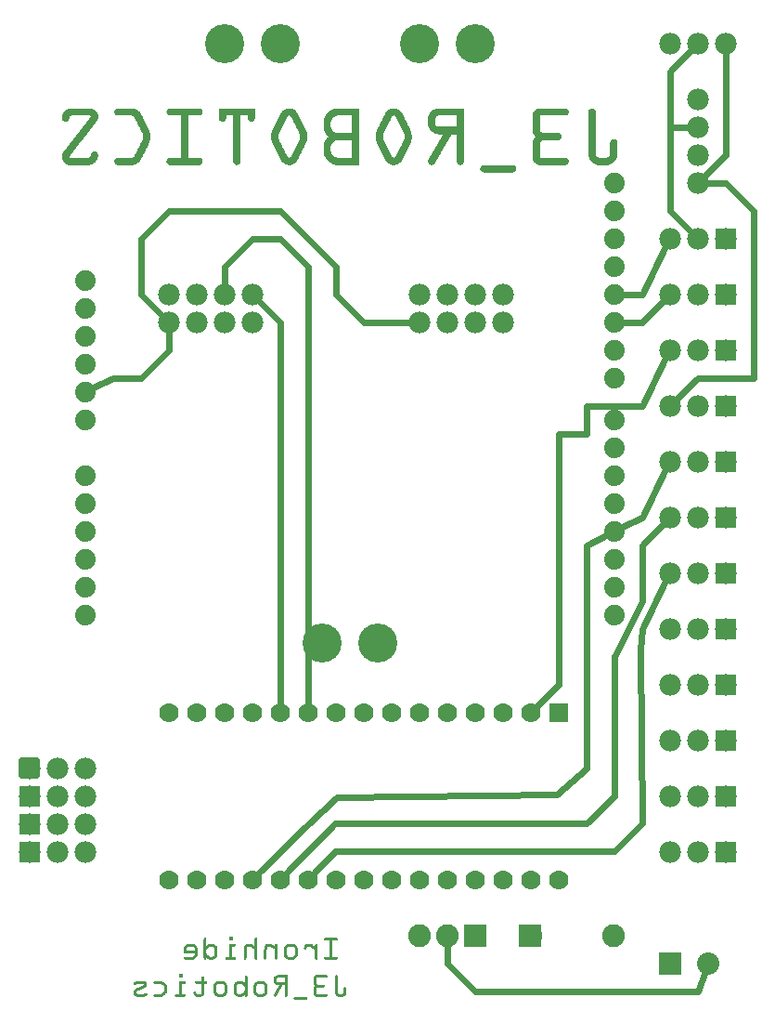
<source format=gbl>
G04 MADE WITH FRITZING*
G04 WWW.FRITZING.ORG*
G04 DOUBLE SIDED*
G04 HOLES PLATED*
G04 CONTOUR ON CENTER OF CONTOUR VECTOR*
%ASAXBY*%
%FSLAX23Y23*%
%MOIN*%
%OFA0B0*%
%SFA1.0B1.0*%
%ADD10C,0.070000*%
%ADD11C,0.074000*%
%ADD12C,0.140000*%
%ADD13C,0.078000*%
%ADD14C,0.082000*%
%ADD15C,0.080000*%
%ADD16R,0.070000X0.069972*%
%ADD17R,0.078000X0.078000*%
%ADD18R,0.082000X0.082000*%
%ADD19R,0.080000X0.080000*%
%ADD20C,0.024000*%
%ADD21C,0.020000*%
%ADD22R,0.001000X0.001000*%
%LNCOPPER0*%
G90*
G70*
G54D10*
X1986Y1113D03*
X1886Y1113D03*
X1786Y1113D03*
X1686Y1113D03*
X1586Y1113D03*
X1486Y1113D03*
X1386Y1113D03*
X1286Y1113D03*
X1186Y1113D03*
X1086Y1113D03*
X986Y1113D03*
X886Y1113D03*
X786Y1113D03*
X686Y1113D03*
X586Y1113D03*
X1986Y513D03*
X1886Y513D03*
X1786Y513D03*
X1686Y513D03*
X1586Y513D03*
X1486Y513D03*
X1386Y513D03*
X1286Y513D03*
X1186Y513D03*
X1086Y513D03*
X986Y513D03*
X886Y513D03*
X786Y513D03*
X686Y513D03*
X586Y513D03*
G54D11*
X2186Y2513D03*
X286Y2463D03*
X2186Y1663D03*
X2186Y1463D03*
G54D12*
X786Y3513D03*
X986Y3513D03*
X1486Y3513D03*
X1686Y3513D03*
X1136Y1363D03*
G54D11*
X286Y1663D03*
G54D12*
X1336Y1363D03*
G54D11*
X2186Y2063D03*
X286Y2363D03*
X286Y1863D03*
X286Y1463D03*
X2186Y1863D03*
X2186Y2313D03*
X2186Y2713D03*
X2186Y2913D03*
X286Y2163D03*
X286Y2563D03*
X286Y1963D03*
X286Y1763D03*
X286Y1563D03*
X2186Y3013D03*
X2186Y1763D03*
X2186Y1963D03*
X2186Y2163D03*
X2186Y2413D03*
X2186Y2613D03*
X2186Y2813D03*
X286Y2263D03*
X286Y2663D03*
X2186Y1563D03*
G54D13*
X2486Y3013D03*
X2486Y3113D03*
X2486Y3213D03*
X2486Y3313D03*
X2586Y2613D03*
X2486Y2613D03*
X2386Y2613D03*
X2586Y2813D03*
X2486Y2813D03*
X2386Y2813D03*
X2586Y2413D03*
X2486Y2413D03*
X2386Y2413D03*
X2586Y2213D03*
X2486Y2213D03*
X2386Y2213D03*
X2586Y2013D03*
X2486Y2013D03*
X2386Y2013D03*
X2586Y1813D03*
X2486Y1813D03*
X2386Y1813D03*
X2586Y1613D03*
X2486Y1613D03*
X2386Y1613D03*
X2586Y1413D03*
X2486Y1413D03*
X2386Y1413D03*
X2586Y1213D03*
X2486Y1213D03*
X2386Y1213D03*
X2586Y1013D03*
X2486Y1013D03*
X2386Y1013D03*
X2586Y813D03*
X2486Y813D03*
X2386Y813D03*
X2586Y613D03*
X2486Y613D03*
X2386Y613D03*
X86Y913D03*
X186Y913D03*
X286Y913D03*
X86Y813D03*
X186Y813D03*
X286Y813D03*
X86Y713D03*
X186Y713D03*
X286Y713D03*
X86Y613D03*
X186Y613D03*
X286Y613D03*
G54D14*
X1686Y313D03*
X1586Y313D03*
X1486Y313D03*
G54D15*
X2386Y213D03*
X2524Y213D03*
G54D13*
X586Y2613D03*
X686Y2613D03*
X786Y2613D03*
X886Y2613D03*
X586Y2513D03*
X686Y2513D03*
X786Y2513D03*
X886Y2513D03*
X1486Y2513D03*
X1586Y2513D03*
X1686Y2513D03*
X1786Y2513D03*
X1486Y2613D03*
X1586Y2613D03*
X1686Y2613D03*
X1786Y2613D03*
X2386Y3513D03*
X2486Y3513D03*
X2586Y3513D03*
G54D14*
X1886Y313D03*
X2184Y313D03*
G54D16*
X1986Y1113D03*
G54D17*
X2586Y2613D03*
X2586Y2813D03*
X2586Y2413D03*
X2586Y2213D03*
X2586Y2013D03*
X2586Y1813D03*
X2586Y1613D03*
X2586Y1413D03*
X2586Y1213D03*
X2586Y1013D03*
X2586Y813D03*
X2586Y613D03*
X86Y813D03*
X86Y713D03*
X86Y613D03*
G54D18*
X1686Y313D03*
G54D19*
X2386Y213D03*
G54D18*
X1885Y313D03*
G54D20*
X2286Y1413D02*
X2281Y1337D01*
D02*
X2287Y714D02*
X2187Y614D01*
D02*
X2372Y1586D02*
X2286Y1413D01*
D02*
X2187Y614D02*
X1185Y614D01*
D02*
X1185Y614D02*
X1106Y534D01*
D02*
X2281Y1337D02*
X2287Y714D01*
D02*
X2088Y714D02*
X1185Y714D01*
D02*
X1185Y714D02*
X1006Y534D01*
D02*
X2187Y813D02*
X2088Y714D01*
D02*
X2187Y1315D02*
X2187Y813D01*
D02*
X2286Y1513D02*
X2186Y1313D01*
D02*
X2186Y1313D02*
X2187Y1315D01*
D02*
X2286Y1613D02*
X2286Y1513D01*
D02*
X2365Y1792D02*
X2286Y1713D01*
D02*
X2286Y1713D02*
X2286Y1613D01*
D02*
X1190Y809D02*
X1086Y713D01*
D02*
X1086Y713D02*
X906Y534D01*
D02*
X1982Y817D02*
X1190Y809D01*
D02*
X2086Y913D02*
X1982Y817D01*
D02*
X2086Y1713D02*
X2086Y913D01*
D02*
X2158Y1749D02*
X2086Y1713D01*
D02*
X2214Y1777D02*
X2286Y1813D01*
D02*
X2286Y1813D02*
X2372Y1986D01*
D02*
X2086Y2213D02*
X2286Y2213D01*
D02*
X1986Y2113D02*
X2086Y2113D01*
D02*
X1906Y1134D02*
X1986Y1213D01*
D02*
X1986Y1213D02*
X1986Y2113D01*
D02*
X2286Y2213D02*
X2372Y2386D01*
D02*
X2086Y2113D02*
X2086Y2213D01*
D02*
X2286Y2513D02*
X2365Y2592D01*
D02*
X2217Y2513D02*
X2286Y2513D01*
D02*
X2217Y2613D02*
X2286Y2613D01*
D02*
X2286Y2613D02*
X2372Y2786D01*
D02*
X2686Y2913D02*
X2686Y2413D01*
D02*
X2686Y2413D02*
X2686Y2313D01*
D02*
X2586Y3013D02*
X2686Y2913D01*
D02*
X2686Y2313D02*
X2586Y2313D01*
D02*
X2516Y3013D02*
X2586Y3013D01*
D02*
X2586Y2313D02*
X2486Y2313D01*
D02*
X2486Y2313D02*
X2407Y2234D01*
D02*
X2386Y2913D02*
X2465Y2834D01*
D02*
X2386Y3213D02*
X2386Y2913D01*
D02*
X2456Y3213D02*
X2386Y3213D01*
D02*
X386Y2313D02*
X486Y2313D01*
D02*
X486Y2313D02*
X586Y2413D01*
D02*
X314Y2277D02*
X386Y2313D01*
D02*
X586Y2413D02*
X586Y2483D01*
D02*
X786Y2713D02*
X786Y2643D01*
D02*
X886Y2813D02*
X786Y2713D01*
D02*
X986Y2813D02*
X886Y2813D01*
D02*
X1086Y2713D02*
X986Y2813D01*
D02*
X1086Y1142D02*
X1086Y2713D01*
D02*
X986Y2513D02*
X907Y2592D01*
D02*
X986Y1142D02*
X986Y2513D01*
D02*
X1286Y2513D02*
X1456Y2513D01*
D02*
X1186Y2613D02*
X1286Y2513D01*
D02*
X1186Y2713D02*
X1186Y2613D01*
D02*
X986Y2913D02*
X1186Y2713D01*
D02*
X586Y2913D02*
X986Y2913D01*
D02*
X486Y2813D02*
X586Y2913D01*
D02*
X486Y2613D02*
X486Y2813D01*
D02*
X565Y2534D02*
X486Y2613D01*
D02*
X2386Y3413D02*
X2386Y3213D01*
D02*
X2386Y3213D02*
X2456Y3213D01*
D02*
X2465Y3492D02*
X2386Y3413D01*
D02*
X2586Y3213D02*
X2586Y3113D01*
D02*
X2586Y3113D02*
X2507Y3034D01*
D02*
X2586Y3483D02*
X2586Y3213D01*
D02*
X2513Y184D02*
X2486Y113D01*
D02*
X2486Y113D02*
X2186Y113D01*
D02*
X2186Y113D02*
X1686Y113D01*
D02*
X1686Y113D02*
X1586Y213D01*
D02*
X1586Y213D02*
X1586Y281D01*
G54D21*
X57Y942D02*
X115Y942D01*
X115Y884D01*
X57Y884D01*
X57Y942D01*
D02*
G54D22*
X232Y3279D02*
X309Y3279D01*
X401Y3279D02*
X459Y3279D01*
X588Y3279D02*
X699Y3279D01*
X767Y3279D02*
X896Y3279D01*
X1013Y3279D02*
X1025Y3279D01*
X1187Y3279D02*
X1271Y3279D01*
X1389Y3279D02*
X1401Y3279D01*
X1551Y3279D02*
X1647Y3279D01*
X1914Y3279D02*
X2014Y3279D01*
X2104Y3279D02*
X2111Y3279D01*
X228Y3278D02*
X313Y3278D01*
X398Y3278D02*
X464Y3278D01*
X586Y3278D02*
X701Y3278D01*
X767Y3278D02*
X896Y3278D01*
X1009Y3278D02*
X1029Y3278D01*
X1182Y3278D02*
X1271Y3278D01*
X1385Y3278D02*
X1405Y3278D01*
X1546Y3278D02*
X1647Y3278D01*
X1911Y3278D02*
X2016Y3278D01*
X2102Y3278D02*
X2113Y3278D01*
X225Y3277D02*
X315Y3277D01*
X397Y3277D02*
X466Y3277D01*
X585Y3277D02*
X703Y3277D01*
X767Y3277D02*
X896Y3277D01*
X1007Y3277D02*
X1032Y3277D01*
X1179Y3277D02*
X1271Y3277D01*
X1382Y3277D02*
X1408Y3277D01*
X1544Y3277D02*
X1647Y3277D01*
X1909Y3277D02*
X2017Y3277D01*
X2100Y3277D02*
X2115Y3277D01*
X223Y3276D02*
X317Y3276D01*
X396Y3276D02*
X469Y3276D01*
X583Y3276D02*
X704Y3276D01*
X767Y3276D02*
X896Y3276D01*
X1005Y3276D02*
X1034Y3276D01*
X1176Y3276D02*
X1271Y3276D01*
X1380Y3276D02*
X1410Y3276D01*
X1541Y3276D02*
X1647Y3276D01*
X1907Y3276D02*
X2019Y3276D01*
X2099Y3276D02*
X2116Y3276D01*
X222Y3275D02*
X319Y3275D01*
X395Y3275D02*
X471Y3275D01*
X582Y3275D02*
X705Y3275D01*
X767Y3275D02*
X896Y3275D01*
X1003Y3275D02*
X1036Y3275D01*
X1174Y3275D02*
X1271Y3275D01*
X1378Y3275D02*
X1411Y3275D01*
X1539Y3275D02*
X1647Y3275D01*
X1906Y3275D02*
X2020Y3275D01*
X2098Y3275D02*
X2117Y3275D01*
X220Y3274D02*
X320Y3274D01*
X394Y3274D02*
X473Y3274D01*
X582Y3274D02*
X706Y3274D01*
X767Y3274D02*
X896Y3274D01*
X1001Y3274D02*
X1038Y3274D01*
X1172Y3274D02*
X1271Y3274D01*
X1377Y3274D02*
X1413Y3274D01*
X1538Y3274D02*
X1647Y3274D01*
X1904Y3274D02*
X2020Y3274D01*
X2097Y3274D02*
X2118Y3274D01*
X219Y3273D02*
X321Y3273D01*
X393Y3273D02*
X474Y3273D01*
X581Y3273D02*
X706Y3273D01*
X767Y3273D02*
X896Y3273D01*
X1000Y3273D02*
X1039Y3273D01*
X1170Y3273D02*
X1271Y3273D01*
X1375Y3273D02*
X1414Y3273D01*
X1536Y3273D02*
X1647Y3273D01*
X1903Y3273D02*
X2021Y3273D01*
X2096Y3273D02*
X2118Y3273D01*
X217Y3272D02*
X323Y3272D01*
X393Y3272D02*
X476Y3272D01*
X580Y3272D02*
X707Y3272D01*
X767Y3272D02*
X896Y3272D01*
X998Y3272D02*
X1040Y3272D01*
X1168Y3272D02*
X1271Y3272D01*
X1374Y3272D02*
X1416Y3272D01*
X1535Y3272D02*
X1647Y3272D01*
X1902Y3272D02*
X2021Y3272D01*
X2096Y3272D02*
X2119Y3272D01*
X216Y3271D02*
X324Y3271D01*
X392Y3271D02*
X477Y3271D01*
X580Y3271D02*
X707Y3271D01*
X767Y3271D02*
X896Y3271D01*
X997Y3271D02*
X1041Y3271D01*
X1167Y3271D02*
X1271Y3271D01*
X1373Y3271D02*
X1417Y3271D01*
X1533Y3271D02*
X1647Y3271D01*
X1901Y3271D02*
X2022Y3271D01*
X2095Y3271D02*
X2119Y3271D01*
X215Y3270D02*
X325Y3270D01*
X392Y3270D02*
X478Y3270D01*
X580Y3270D02*
X708Y3270D01*
X767Y3270D02*
X896Y3270D01*
X996Y3270D02*
X1042Y3270D01*
X1165Y3270D02*
X1271Y3270D01*
X1372Y3270D02*
X1418Y3270D01*
X1532Y3270D02*
X1647Y3270D01*
X1900Y3270D02*
X2022Y3270D01*
X2095Y3270D02*
X2119Y3270D01*
X214Y3269D02*
X326Y3269D01*
X392Y3269D02*
X479Y3269D01*
X579Y3269D02*
X708Y3269D01*
X767Y3269D02*
X896Y3269D01*
X995Y3269D02*
X1044Y3269D01*
X1164Y3269D02*
X1271Y3269D01*
X1371Y3269D02*
X1419Y3269D01*
X1531Y3269D02*
X1647Y3269D01*
X1899Y3269D02*
X2022Y3269D01*
X2095Y3269D02*
X2120Y3269D01*
X213Y3268D02*
X326Y3268D01*
X391Y3268D02*
X481Y3268D01*
X579Y3268D02*
X708Y3268D01*
X767Y3268D02*
X896Y3268D01*
X994Y3268D02*
X1045Y3268D01*
X1163Y3268D02*
X1271Y3268D01*
X1370Y3268D02*
X1420Y3268D01*
X1530Y3268D02*
X1647Y3268D01*
X1898Y3268D02*
X2023Y3268D01*
X2095Y3268D02*
X2120Y3268D01*
X212Y3267D02*
X327Y3267D01*
X391Y3267D02*
X482Y3267D01*
X579Y3267D02*
X708Y3267D01*
X767Y3267D02*
X896Y3267D01*
X993Y3267D02*
X1045Y3267D01*
X1161Y3267D02*
X1271Y3267D01*
X1369Y3267D02*
X1421Y3267D01*
X1529Y3267D02*
X1647Y3267D01*
X1898Y3267D02*
X2023Y3267D01*
X2095Y3267D02*
X2120Y3267D01*
X211Y3266D02*
X328Y3266D01*
X391Y3266D02*
X482Y3266D01*
X579Y3266D02*
X708Y3266D01*
X767Y3266D02*
X896Y3266D01*
X993Y3266D02*
X1046Y3266D01*
X1160Y3266D02*
X1271Y3266D01*
X1368Y3266D02*
X1422Y3266D01*
X1528Y3266D02*
X1647Y3266D01*
X1897Y3266D02*
X2023Y3266D01*
X2095Y3266D02*
X2120Y3266D01*
X210Y3265D02*
X328Y3265D01*
X391Y3265D02*
X483Y3265D01*
X579Y3265D02*
X708Y3265D01*
X767Y3265D02*
X896Y3265D01*
X992Y3265D02*
X1047Y3265D01*
X1159Y3265D02*
X1271Y3265D01*
X1367Y3265D02*
X1423Y3265D01*
X1527Y3265D02*
X1647Y3265D01*
X1897Y3265D02*
X2023Y3265D01*
X2095Y3265D02*
X2120Y3265D01*
X210Y3264D02*
X329Y3264D01*
X392Y3264D02*
X484Y3264D01*
X579Y3264D02*
X708Y3264D01*
X767Y3264D02*
X896Y3264D01*
X991Y3264D02*
X1048Y3264D01*
X1158Y3264D02*
X1271Y3264D01*
X1367Y3264D02*
X1423Y3264D01*
X1526Y3264D02*
X1647Y3264D01*
X1896Y3264D02*
X2022Y3264D01*
X2095Y3264D02*
X2120Y3264D01*
X209Y3263D02*
X330Y3263D01*
X392Y3263D02*
X485Y3263D01*
X580Y3263D02*
X707Y3263D01*
X767Y3263D02*
X896Y3263D01*
X990Y3263D02*
X1048Y3263D01*
X1157Y3263D02*
X1271Y3263D01*
X1366Y3263D02*
X1424Y3263D01*
X1526Y3263D02*
X1647Y3263D01*
X1896Y3263D02*
X2022Y3263D01*
X2095Y3263D02*
X2120Y3263D01*
X208Y3262D02*
X330Y3262D01*
X392Y3262D02*
X485Y3262D01*
X580Y3262D02*
X707Y3262D01*
X767Y3262D02*
X896Y3262D01*
X990Y3262D02*
X1049Y3262D01*
X1156Y3262D02*
X1271Y3262D01*
X1365Y3262D02*
X1424Y3262D01*
X1525Y3262D02*
X1647Y3262D01*
X1895Y3262D02*
X2022Y3262D01*
X2095Y3262D02*
X2120Y3262D01*
X208Y3261D02*
X330Y3261D01*
X393Y3261D02*
X486Y3261D01*
X580Y3261D02*
X707Y3261D01*
X767Y3261D02*
X896Y3261D01*
X989Y3261D02*
X1049Y3261D01*
X1155Y3261D02*
X1271Y3261D01*
X1365Y3261D02*
X1425Y3261D01*
X1524Y3261D02*
X1647Y3261D01*
X1895Y3261D02*
X2021Y3261D01*
X2095Y3261D02*
X2120Y3261D01*
X207Y3260D02*
X331Y3260D01*
X393Y3260D02*
X487Y3260D01*
X581Y3260D02*
X706Y3260D01*
X767Y3260D02*
X896Y3260D01*
X989Y3260D02*
X1050Y3260D01*
X1155Y3260D02*
X1271Y3260D01*
X1364Y3260D02*
X1426Y3260D01*
X1524Y3260D02*
X1647Y3260D01*
X1895Y3260D02*
X2021Y3260D01*
X2095Y3260D02*
X2120Y3260D01*
X207Y3259D02*
X331Y3259D01*
X394Y3259D02*
X487Y3259D01*
X582Y3259D02*
X706Y3259D01*
X767Y3259D02*
X896Y3259D01*
X988Y3259D02*
X1050Y3259D01*
X1154Y3259D02*
X1271Y3259D01*
X1364Y3259D02*
X1426Y3259D01*
X1523Y3259D02*
X1647Y3259D01*
X1894Y3259D02*
X2020Y3259D01*
X2095Y3259D02*
X2120Y3259D01*
X206Y3258D02*
X331Y3258D01*
X395Y3258D02*
X488Y3258D01*
X582Y3258D02*
X705Y3258D01*
X767Y3258D02*
X896Y3258D01*
X988Y3258D02*
X1051Y3258D01*
X1153Y3258D02*
X1271Y3258D01*
X1363Y3258D02*
X1427Y3258D01*
X1523Y3258D02*
X1647Y3258D01*
X1894Y3258D02*
X2020Y3258D01*
X2095Y3258D02*
X2120Y3258D01*
X206Y3257D02*
X332Y3257D01*
X395Y3257D02*
X488Y3257D01*
X583Y3257D02*
X704Y3257D01*
X767Y3257D02*
X896Y3257D01*
X987Y3257D02*
X1051Y3257D01*
X1152Y3257D02*
X1271Y3257D01*
X1363Y3257D02*
X1427Y3257D01*
X1522Y3257D02*
X1647Y3257D01*
X1894Y3257D02*
X2019Y3257D01*
X2095Y3257D02*
X2120Y3257D01*
X205Y3256D02*
X332Y3256D01*
X397Y3256D02*
X489Y3256D01*
X584Y3256D02*
X703Y3256D01*
X767Y3256D02*
X896Y3256D01*
X987Y3256D02*
X1052Y3256D01*
X1151Y3256D02*
X1271Y3256D01*
X1362Y3256D02*
X1428Y3256D01*
X1522Y3256D02*
X1647Y3256D01*
X1894Y3256D02*
X2017Y3256D01*
X2095Y3256D02*
X2120Y3256D01*
X205Y3255D02*
X332Y3255D01*
X398Y3255D02*
X489Y3255D01*
X586Y3255D02*
X701Y3255D01*
X767Y3255D02*
X896Y3255D01*
X986Y3255D02*
X1052Y3255D01*
X1151Y3255D02*
X1271Y3255D01*
X1362Y3255D02*
X1428Y3255D01*
X1521Y3255D02*
X1647Y3255D01*
X1894Y3255D02*
X2016Y3255D01*
X2095Y3255D02*
X2120Y3255D01*
X205Y3254D02*
X332Y3254D01*
X401Y3254D02*
X490Y3254D01*
X588Y3254D02*
X699Y3254D01*
X767Y3254D02*
X896Y3254D01*
X986Y3254D02*
X1053Y3254D01*
X1150Y3254D02*
X1271Y3254D01*
X1361Y3254D02*
X1429Y3254D01*
X1521Y3254D02*
X1647Y3254D01*
X1894Y3254D02*
X2014Y3254D01*
X2095Y3254D02*
X2120Y3254D01*
X205Y3253D02*
X236Y3253D01*
X306Y3253D02*
X332Y3253D01*
X456Y3253D02*
X490Y3253D01*
X631Y3253D02*
X656Y3253D01*
X767Y3253D02*
X792Y3253D01*
X819Y3253D02*
X844Y3253D01*
X870Y3253D02*
X896Y3253D01*
X985Y3253D02*
X1017Y3253D01*
X1022Y3253D02*
X1053Y3253D01*
X1150Y3253D02*
X1190Y3253D01*
X1246Y3253D02*
X1271Y3253D01*
X1361Y3253D02*
X1392Y3253D01*
X1398Y3253D02*
X1429Y3253D01*
X1520Y3253D02*
X1554Y3253D01*
X1622Y3253D02*
X1647Y3253D01*
X1894Y3253D02*
X1919Y3253D01*
X2095Y3253D02*
X2120Y3253D01*
X204Y3252D02*
X233Y3252D01*
X307Y3252D02*
X332Y3252D01*
X459Y3252D02*
X491Y3252D01*
X631Y3252D02*
X656Y3252D01*
X767Y3252D02*
X792Y3252D01*
X819Y3252D02*
X844Y3252D01*
X870Y3252D02*
X896Y3252D01*
X985Y3252D02*
X1015Y3252D01*
X1024Y3252D02*
X1054Y3252D01*
X1149Y3252D02*
X1186Y3252D01*
X1246Y3252D02*
X1271Y3252D01*
X1360Y3252D02*
X1390Y3252D01*
X1400Y3252D02*
X1429Y3252D01*
X1520Y3252D02*
X1551Y3252D01*
X1622Y3252D02*
X1647Y3252D01*
X1894Y3252D02*
X1919Y3252D01*
X2095Y3252D02*
X2120Y3252D01*
X204Y3251D02*
X232Y3251D01*
X307Y3251D02*
X332Y3251D01*
X461Y3251D02*
X491Y3251D01*
X631Y3251D02*
X656Y3251D01*
X767Y3251D02*
X792Y3251D01*
X819Y3251D02*
X844Y3251D01*
X870Y3251D02*
X896Y3251D01*
X984Y3251D02*
X1013Y3251D01*
X1025Y3251D02*
X1054Y3251D01*
X1148Y3251D02*
X1184Y3251D01*
X1246Y3251D02*
X1271Y3251D01*
X1360Y3251D02*
X1389Y3251D01*
X1401Y3251D02*
X1430Y3251D01*
X1520Y3251D02*
X1550Y3251D01*
X1622Y3251D02*
X1647Y3251D01*
X1894Y3251D02*
X1919Y3251D01*
X2095Y3251D02*
X2120Y3251D01*
X204Y3250D02*
X231Y3250D01*
X307Y3250D02*
X332Y3250D01*
X462Y3250D02*
X492Y3250D01*
X631Y3250D02*
X656Y3250D01*
X767Y3250D02*
X792Y3250D01*
X819Y3250D02*
X844Y3250D01*
X870Y3250D02*
X896Y3250D01*
X984Y3250D02*
X1013Y3250D01*
X1026Y3250D02*
X1055Y3250D01*
X1148Y3250D02*
X1182Y3250D01*
X1246Y3250D02*
X1271Y3250D01*
X1359Y3250D02*
X1388Y3250D01*
X1401Y3250D02*
X1430Y3250D01*
X1519Y3250D02*
X1548Y3250D01*
X1622Y3250D02*
X1647Y3250D01*
X1894Y3250D02*
X1919Y3250D01*
X2095Y3250D02*
X2120Y3250D01*
X204Y3249D02*
X230Y3249D01*
X307Y3249D02*
X332Y3249D01*
X463Y3249D02*
X492Y3249D01*
X631Y3249D02*
X656Y3249D01*
X767Y3249D02*
X792Y3249D01*
X819Y3249D02*
X844Y3249D01*
X870Y3249D02*
X896Y3249D01*
X983Y3249D02*
X1012Y3249D01*
X1026Y3249D02*
X1055Y3249D01*
X1147Y3249D02*
X1180Y3249D01*
X1246Y3249D02*
X1271Y3249D01*
X1359Y3249D02*
X1388Y3249D01*
X1402Y3249D02*
X1431Y3249D01*
X1519Y3249D02*
X1547Y3249D01*
X1622Y3249D02*
X1647Y3249D01*
X1894Y3249D02*
X1919Y3249D01*
X2095Y3249D02*
X2120Y3249D01*
X204Y3248D02*
X230Y3248D01*
X306Y3248D02*
X332Y3248D01*
X463Y3248D02*
X493Y3248D01*
X631Y3248D02*
X656Y3248D01*
X767Y3248D02*
X792Y3248D01*
X819Y3248D02*
X844Y3248D01*
X870Y3248D02*
X896Y3248D01*
X983Y3248D02*
X1012Y3248D01*
X1027Y3248D02*
X1056Y3248D01*
X1147Y3248D02*
X1179Y3248D01*
X1246Y3248D02*
X1271Y3248D01*
X1358Y3248D02*
X1387Y3248D01*
X1403Y3248D02*
X1431Y3248D01*
X1519Y3248D02*
X1546Y3248D01*
X1622Y3248D02*
X1647Y3248D01*
X1894Y3248D02*
X1919Y3248D01*
X2095Y3248D02*
X2120Y3248D01*
X204Y3247D02*
X229Y3247D01*
X306Y3247D02*
X332Y3247D01*
X464Y3247D02*
X493Y3247D01*
X631Y3247D02*
X656Y3247D01*
X767Y3247D02*
X792Y3247D01*
X819Y3247D02*
X844Y3247D01*
X870Y3247D02*
X896Y3247D01*
X982Y3247D02*
X1011Y3247D01*
X1028Y3247D02*
X1056Y3247D01*
X1147Y3247D02*
X1178Y3247D01*
X1246Y3247D02*
X1271Y3247D01*
X1358Y3247D02*
X1387Y3247D01*
X1403Y3247D02*
X1432Y3247D01*
X1519Y3247D02*
X1546Y3247D01*
X1622Y3247D02*
X1647Y3247D01*
X1894Y3247D02*
X1919Y3247D01*
X2095Y3247D02*
X2120Y3247D01*
X204Y3246D02*
X229Y3246D01*
X305Y3246D02*
X332Y3246D01*
X465Y3246D02*
X494Y3246D01*
X631Y3246D02*
X656Y3246D01*
X767Y3246D02*
X792Y3246D01*
X819Y3246D02*
X844Y3246D01*
X870Y3246D02*
X896Y3246D01*
X982Y3246D02*
X1011Y3246D01*
X1028Y3246D02*
X1057Y3246D01*
X1146Y3246D02*
X1176Y3246D01*
X1246Y3246D02*
X1271Y3246D01*
X1357Y3246D02*
X1386Y3246D01*
X1404Y3246D02*
X1432Y3246D01*
X1519Y3246D02*
X1545Y3246D01*
X1622Y3246D02*
X1647Y3246D01*
X1894Y3246D02*
X1919Y3246D01*
X2095Y3246D02*
X2120Y3246D01*
X204Y3245D02*
X229Y3245D01*
X304Y3245D02*
X332Y3245D01*
X465Y3245D02*
X494Y3245D01*
X631Y3245D02*
X656Y3245D01*
X767Y3245D02*
X792Y3245D01*
X819Y3245D02*
X844Y3245D01*
X870Y3245D02*
X896Y3245D01*
X981Y3245D02*
X1010Y3245D01*
X1029Y3245D02*
X1057Y3245D01*
X1146Y3245D02*
X1175Y3245D01*
X1246Y3245D02*
X1271Y3245D01*
X1357Y3245D02*
X1386Y3245D01*
X1404Y3245D02*
X1433Y3245D01*
X1518Y3245D02*
X1545Y3245D01*
X1622Y3245D02*
X1647Y3245D01*
X1894Y3245D02*
X1919Y3245D01*
X2095Y3245D02*
X2120Y3245D01*
X204Y3244D02*
X229Y3244D01*
X303Y3244D02*
X332Y3244D01*
X466Y3244D02*
X495Y3244D01*
X631Y3244D02*
X656Y3244D01*
X767Y3244D02*
X792Y3244D01*
X819Y3244D02*
X844Y3244D01*
X871Y3244D02*
X896Y3244D01*
X981Y3244D02*
X1010Y3244D01*
X1029Y3244D02*
X1058Y3244D01*
X1145Y3244D02*
X1175Y3244D01*
X1246Y3244D02*
X1271Y3244D01*
X1356Y3244D02*
X1385Y3244D01*
X1405Y3244D02*
X1433Y3244D01*
X1518Y3244D02*
X1544Y3244D01*
X1622Y3244D02*
X1647Y3244D01*
X1894Y3244D02*
X1919Y3244D01*
X2095Y3244D02*
X2120Y3244D01*
X204Y3243D02*
X229Y3243D01*
X302Y3243D02*
X332Y3243D01*
X466Y3243D02*
X495Y3243D01*
X631Y3243D02*
X656Y3243D01*
X767Y3243D02*
X792Y3243D01*
X819Y3243D02*
X844Y3243D01*
X871Y3243D02*
X896Y3243D01*
X980Y3243D02*
X1009Y3243D01*
X1030Y3243D02*
X1058Y3243D01*
X1145Y3243D02*
X1174Y3243D01*
X1246Y3243D02*
X1271Y3243D01*
X1356Y3243D02*
X1385Y3243D01*
X1405Y3243D02*
X1434Y3243D01*
X1518Y3243D02*
X1544Y3243D01*
X1622Y3243D02*
X1647Y3243D01*
X1894Y3243D02*
X1919Y3243D01*
X2095Y3243D02*
X2120Y3243D01*
X204Y3242D02*
X229Y3242D01*
X302Y3242D02*
X331Y3242D01*
X467Y3242D02*
X496Y3242D01*
X631Y3242D02*
X656Y3242D01*
X767Y3242D02*
X792Y3242D01*
X819Y3242D02*
X844Y3242D01*
X871Y3242D02*
X896Y3242D01*
X980Y3242D02*
X1009Y3242D01*
X1030Y3242D02*
X1059Y3242D01*
X1145Y3242D02*
X1173Y3242D01*
X1246Y3242D02*
X1271Y3242D01*
X1355Y3242D02*
X1384Y3242D01*
X1406Y3242D02*
X1434Y3242D01*
X1518Y3242D02*
X1544Y3242D01*
X1622Y3242D02*
X1647Y3242D01*
X1894Y3242D02*
X1919Y3242D01*
X2095Y3242D02*
X2120Y3242D01*
X204Y3241D02*
X228Y3241D01*
X301Y3241D02*
X331Y3241D01*
X467Y3241D02*
X496Y3241D01*
X631Y3241D02*
X656Y3241D01*
X767Y3241D02*
X792Y3241D01*
X819Y3241D02*
X844Y3241D01*
X871Y3241D02*
X895Y3241D01*
X979Y3241D02*
X1008Y3241D01*
X1031Y3241D02*
X1059Y3241D01*
X1144Y3241D02*
X1172Y3241D01*
X1246Y3241D02*
X1271Y3241D01*
X1355Y3241D02*
X1384Y3241D01*
X1406Y3241D02*
X1435Y3241D01*
X1518Y3241D02*
X1544Y3241D01*
X1622Y3241D02*
X1647Y3241D01*
X1894Y3241D02*
X1919Y3241D01*
X2095Y3241D02*
X2120Y3241D01*
X204Y3240D02*
X228Y3240D01*
X300Y3240D02*
X331Y3240D01*
X468Y3240D02*
X497Y3240D01*
X631Y3240D02*
X656Y3240D01*
X768Y3240D02*
X791Y3240D01*
X819Y3240D02*
X844Y3240D01*
X871Y3240D02*
X895Y3240D01*
X979Y3240D02*
X1008Y3240D01*
X1031Y3240D02*
X1060Y3240D01*
X1144Y3240D02*
X1172Y3240D01*
X1246Y3240D02*
X1271Y3240D01*
X1354Y3240D02*
X1383Y3240D01*
X1407Y3240D02*
X1435Y3240D01*
X1518Y3240D02*
X1544Y3240D01*
X1622Y3240D02*
X1647Y3240D01*
X1894Y3240D02*
X1919Y3240D01*
X2095Y3240D02*
X2120Y3240D01*
X205Y3239D02*
X228Y3239D01*
X299Y3239D02*
X330Y3239D01*
X468Y3239D02*
X497Y3239D01*
X631Y3239D02*
X656Y3239D01*
X768Y3239D02*
X791Y3239D01*
X819Y3239D02*
X844Y3239D01*
X872Y3239D02*
X895Y3239D01*
X978Y3239D02*
X1007Y3239D01*
X1032Y3239D02*
X1060Y3239D01*
X1144Y3239D02*
X1171Y3239D01*
X1246Y3239D02*
X1271Y3239D01*
X1354Y3239D02*
X1383Y3239D01*
X1407Y3239D02*
X1436Y3239D01*
X1518Y3239D02*
X1544Y3239D01*
X1622Y3239D02*
X1647Y3239D01*
X1894Y3239D02*
X1919Y3239D01*
X2095Y3239D02*
X2120Y3239D01*
X205Y3238D02*
X227Y3238D01*
X299Y3238D02*
X330Y3238D01*
X469Y3238D02*
X498Y3238D01*
X631Y3238D02*
X656Y3238D01*
X769Y3238D02*
X791Y3238D01*
X819Y3238D02*
X844Y3238D01*
X872Y3238D02*
X894Y3238D01*
X978Y3238D02*
X1007Y3238D01*
X1032Y3238D02*
X1061Y3238D01*
X1144Y3238D02*
X1171Y3238D01*
X1246Y3238D02*
X1271Y3238D01*
X1353Y3238D02*
X1382Y3238D01*
X1408Y3238D02*
X1436Y3238D01*
X1518Y3238D02*
X1544Y3238D01*
X1622Y3238D02*
X1647Y3238D01*
X1894Y3238D02*
X1919Y3238D01*
X2095Y3238D02*
X2120Y3238D01*
X206Y3237D02*
X227Y3237D01*
X298Y3237D02*
X329Y3237D01*
X469Y3237D02*
X498Y3237D01*
X631Y3237D02*
X656Y3237D01*
X769Y3237D02*
X790Y3237D01*
X819Y3237D02*
X844Y3237D01*
X873Y3237D02*
X894Y3237D01*
X977Y3237D02*
X1006Y3237D01*
X1033Y3237D02*
X1061Y3237D01*
X1143Y3237D02*
X1170Y3237D01*
X1246Y3237D02*
X1271Y3237D01*
X1353Y3237D02*
X1382Y3237D01*
X1408Y3237D02*
X1437Y3237D01*
X1518Y3237D02*
X1544Y3237D01*
X1622Y3237D02*
X1647Y3237D01*
X1894Y3237D02*
X1919Y3237D01*
X2095Y3237D02*
X2120Y3237D01*
X207Y3236D02*
X226Y3236D01*
X297Y3236D02*
X329Y3236D01*
X470Y3236D02*
X498Y3236D01*
X631Y3236D02*
X656Y3236D01*
X770Y3236D02*
X789Y3236D01*
X819Y3236D02*
X844Y3236D01*
X874Y3236D02*
X893Y3236D01*
X977Y3236D02*
X1006Y3236D01*
X1033Y3236D02*
X1062Y3236D01*
X1143Y3236D02*
X1170Y3236D01*
X1246Y3236D02*
X1271Y3236D01*
X1352Y3236D02*
X1381Y3236D01*
X1409Y3236D02*
X1437Y3236D01*
X1518Y3236D02*
X1544Y3236D01*
X1622Y3236D02*
X1647Y3236D01*
X1894Y3236D02*
X1919Y3236D01*
X2095Y3236D02*
X2120Y3236D01*
X207Y3235D02*
X225Y3235D01*
X296Y3235D02*
X328Y3235D01*
X470Y3235D02*
X499Y3235D01*
X631Y3235D02*
X656Y3235D01*
X771Y3235D02*
X788Y3235D01*
X819Y3235D02*
X844Y3235D01*
X874Y3235D02*
X892Y3235D01*
X976Y3235D02*
X1005Y3235D01*
X1034Y3235D02*
X1062Y3235D01*
X1143Y3235D02*
X1169Y3235D01*
X1246Y3235D02*
X1271Y3235D01*
X1352Y3235D02*
X1381Y3235D01*
X1409Y3235D02*
X1438Y3235D01*
X1518Y3235D02*
X1544Y3235D01*
X1622Y3235D02*
X1647Y3235D01*
X1894Y3235D02*
X1919Y3235D01*
X2095Y3235D02*
X2120Y3235D01*
X209Y3234D02*
X224Y3234D01*
X295Y3234D02*
X328Y3234D01*
X471Y3234D02*
X499Y3234D01*
X631Y3234D02*
X656Y3234D01*
X772Y3234D02*
X787Y3234D01*
X819Y3234D02*
X844Y3234D01*
X876Y3234D02*
X891Y3234D01*
X976Y3234D02*
X1004Y3234D01*
X1034Y3234D02*
X1063Y3234D01*
X1143Y3234D02*
X1169Y3234D01*
X1246Y3234D02*
X1271Y3234D01*
X1351Y3234D02*
X1380Y3234D01*
X1410Y3234D02*
X1438Y3234D01*
X1518Y3234D02*
X1544Y3234D01*
X1622Y3234D02*
X1647Y3234D01*
X1894Y3234D02*
X1919Y3234D01*
X2095Y3234D02*
X2120Y3234D01*
X210Y3233D02*
X222Y3233D01*
X295Y3233D02*
X327Y3233D01*
X471Y3233D02*
X500Y3233D01*
X631Y3233D02*
X656Y3233D01*
X774Y3233D02*
X786Y3233D01*
X819Y3233D02*
X844Y3233D01*
X877Y3233D02*
X889Y3233D01*
X975Y3233D02*
X1004Y3233D01*
X1035Y3233D02*
X1063Y3233D01*
X1143Y3233D02*
X1169Y3233D01*
X1246Y3233D02*
X1271Y3233D01*
X1351Y3233D02*
X1380Y3233D01*
X1410Y3233D02*
X1439Y3233D01*
X1518Y3233D02*
X1544Y3233D01*
X1622Y3233D02*
X1647Y3233D01*
X1894Y3233D02*
X1919Y3233D01*
X2095Y3233D02*
X2120Y3233D01*
X212Y3232D02*
X220Y3232D01*
X294Y3232D02*
X327Y3232D01*
X472Y3232D02*
X500Y3232D01*
X631Y3232D02*
X656Y3232D01*
X776Y3232D02*
X784Y3232D01*
X819Y3232D02*
X844Y3232D01*
X879Y3232D02*
X887Y3232D01*
X975Y3232D02*
X1003Y3232D01*
X1035Y3232D02*
X1064Y3232D01*
X1143Y3232D02*
X1168Y3232D01*
X1246Y3232D02*
X1271Y3232D01*
X1350Y3232D02*
X1379Y3232D01*
X1411Y3232D02*
X1439Y3232D01*
X1518Y3232D02*
X1544Y3232D01*
X1622Y3232D02*
X1647Y3232D01*
X1894Y3232D02*
X1919Y3232D01*
X2095Y3232D02*
X2120Y3232D01*
X293Y3231D02*
X326Y3231D01*
X472Y3231D02*
X501Y3231D01*
X631Y3231D02*
X656Y3231D01*
X819Y3231D02*
X844Y3231D01*
X974Y3231D02*
X1003Y3231D01*
X1036Y3231D02*
X1064Y3231D01*
X1143Y3231D02*
X1168Y3231D01*
X1246Y3231D02*
X1271Y3231D01*
X1350Y3231D02*
X1379Y3231D01*
X1411Y3231D02*
X1440Y3231D01*
X1518Y3231D02*
X1544Y3231D01*
X1622Y3231D02*
X1647Y3231D01*
X1894Y3231D02*
X1919Y3231D01*
X2095Y3231D02*
X2120Y3231D01*
X292Y3230D02*
X325Y3230D01*
X473Y3230D02*
X501Y3230D01*
X631Y3230D02*
X656Y3230D01*
X819Y3230D02*
X844Y3230D01*
X974Y3230D02*
X1002Y3230D01*
X1036Y3230D02*
X1065Y3230D01*
X1143Y3230D02*
X1168Y3230D01*
X1246Y3230D02*
X1271Y3230D01*
X1349Y3230D02*
X1378Y3230D01*
X1412Y3230D02*
X1440Y3230D01*
X1518Y3230D02*
X1544Y3230D01*
X1622Y3230D02*
X1647Y3230D01*
X1894Y3230D02*
X1919Y3230D01*
X2095Y3230D02*
X2120Y3230D01*
X292Y3229D02*
X324Y3229D01*
X473Y3229D02*
X502Y3229D01*
X631Y3229D02*
X656Y3229D01*
X819Y3229D02*
X844Y3229D01*
X973Y3229D02*
X1002Y3229D01*
X1037Y3229D02*
X1065Y3229D01*
X1143Y3229D02*
X1168Y3229D01*
X1246Y3229D02*
X1271Y3229D01*
X1349Y3229D02*
X1378Y3229D01*
X1412Y3229D02*
X1441Y3229D01*
X1518Y3229D02*
X1544Y3229D01*
X1622Y3229D02*
X1647Y3229D01*
X1894Y3229D02*
X1919Y3229D01*
X2095Y3229D02*
X2120Y3229D01*
X291Y3228D02*
X324Y3228D01*
X474Y3228D02*
X502Y3228D01*
X631Y3228D02*
X656Y3228D01*
X819Y3228D02*
X844Y3228D01*
X973Y3228D02*
X1001Y3228D01*
X1037Y3228D02*
X1066Y3228D01*
X1143Y3228D02*
X1168Y3228D01*
X1246Y3228D02*
X1271Y3228D01*
X1348Y3228D02*
X1377Y3228D01*
X1413Y3228D02*
X1441Y3228D01*
X1518Y3228D02*
X1544Y3228D01*
X1622Y3228D02*
X1647Y3228D01*
X1894Y3228D02*
X1919Y3228D01*
X2095Y3228D02*
X2120Y3228D01*
X290Y3227D02*
X323Y3227D01*
X474Y3227D02*
X503Y3227D01*
X631Y3227D02*
X656Y3227D01*
X819Y3227D02*
X844Y3227D01*
X972Y3227D02*
X1001Y3227D01*
X1038Y3227D02*
X1066Y3227D01*
X1143Y3227D02*
X1168Y3227D01*
X1246Y3227D02*
X1271Y3227D01*
X1348Y3227D02*
X1377Y3227D01*
X1413Y3227D02*
X1442Y3227D01*
X1518Y3227D02*
X1544Y3227D01*
X1622Y3227D02*
X1647Y3227D01*
X1894Y3227D02*
X1919Y3227D01*
X2095Y3227D02*
X2120Y3227D01*
X289Y3226D02*
X322Y3226D01*
X475Y3226D02*
X503Y3226D01*
X631Y3226D02*
X656Y3226D01*
X819Y3226D02*
X844Y3226D01*
X972Y3226D02*
X1000Y3226D01*
X1038Y3226D02*
X1067Y3226D01*
X1143Y3226D02*
X1168Y3226D01*
X1246Y3226D02*
X1271Y3226D01*
X1347Y3226D02*
X1376Y3226D01*
X1414Y3226D02*
X1442Y3226D01*
X1518Y3226D02*
X1544Y3226D01*
X1622Y3226D02*
X1647Y3226D01*
X1894Y3226D02*
X1919Y3226D01*
X2095Y3226D02*
X2120Y3226D01*
X288Y3225D02*
X321Y3225D01*
X475Y3225D02*
X504Y3225D01*
X631Y3225D02*
X656Y3225D01*
X819Y3225D02*
X844Y3225D01*
X971Y3225D02*
X1000Y3225D01*
X1039Y3225D02*
X1067Y3225D01*
X1143Y3225D02*
X1168Y3225D01*
X1246Y3225D02*
X1271Y3225D01*
X1347Y3225D02*
X1376Y3225D01*
X1414Y3225D02*
X1443Y3225D01*
X1518Y3225D02*
X1544Y3225D01*
X1622Y3225D02*
X1647Y3225D01*
X1894Y3225D02*
X1919Y3225D01*
X2095Y3225D02*
X2120Y3225D01*
X288Y3224D02*
X320Y3224D01*
X476Y3224D02*
X504Y3224D01*
X631Y3224D02*
X656Y3224D01*
X819Y3224D02*
X844Y3224D01*
X971Y3224D02*
X999Y3224D01*
X1039Y3224D02*
X1068Y3224D01*
X1143Y3224D02*
X1168Y3224D01*
X1246Y3224D02*
X1271Y3224D01*
X1346Y3224D02*
X1375Y3224D01*
X1415Y3224D02*
X1443Y3224D01*
X1518Y3224D02*
X1544Y3224D01*
X1622Y3224D02*
X1647Y3224D01*
X1894Y3224D02*
X1919Y3224D01*
X2095Y3224D02*
X2120Y3224D01*
X287Y3223D02*
X320Y3223D01*
X476Y3223D02*
X505Y3223D01*
X631Y3223D02*
X656Y3223D01*
X819Y3223D02*
X844Y3223D01*
X970Y3223D02*
X999Y3223D01*
X1040Y3223D02*
X1068Y3223D01*
X1143Y3223D02*
X1168Y3223D01*
X1246Y3223D02*
X1271Y3223D01*
X1346Y3223D02*
X1375Y3223D01*
X1415Y3223D02*
X1444Y3223D01*
X1518Y3223D02*
X1544Y3223D01*
X1622Y3223D02*
X1647Y3223D01*
X1894Y3223D02*
X1919Y3223D01*
X2095Y3223D02*
X2120Y3223D01*
X286Y3222D02*
X319Y3222D01*
X477Y3222D02*
X505Y3222D01*
X631Y3222D02*
X656Y3222D01*
X819Y3222D02*
X844Y3222D01*
X970Y3222D02*
X998Y3222D01*
X1040Y3222D02*
X1069Y3222D01*
X1143Y3222D02*
X1168Y3222D01*
X1246Y3222D02*
X1271Y3222D01*
X1345Y3222D02*
X1374Y3222D01*
X1416Y3222D02*
X1444Y3222D01*
X1518Y3222D02*
X1544Y3222D01*
X1622Y3222D02*
X1647Y3222D01*
X1894Y3222D02*
X1919Y3222D01*
X2095Y3222D02*
X2120Y3222D01*
X285Y3221D02*
X318Y3221D01*
X477Y3221D02*
X506Y3221D01*
X631Y3221D02*
X656Y3221D01*
X819Y3221D02*
X844Y3221D01*
X969Y3221D02*
X998Y3221D01*
X1041Y3221D02*
X1069Y3221D01*
X1143Y3221D02*
X1168Y3221D01*
X1246Y3221D02*
X1271Y3221D01*
X1345Y3221D02*
X1374Y3221D01*
X1416Y3221D02*
X1445Y3221D01*
X1519Y3221D02*
X1545Y3221D01*
X1622Y3221D02*
X1647Y3221D01*
X1894Y3221D02*
X1919Y3221D01*
X2095Y3221D02*
X2120Y3221D01*
X285Y3220D02*
X317Y3220D01*
X478Y3220D02*
X506Y3220D01*
X631Y3220D02*
X656Y3220D01*
X819Y3220D02*
X844Y3220D01*
X969Y3220D02*
X997Y3220D01*
X1041Y3220D02*
X1070Y3220D01*
X1143Y3220D02*
X1168Y3220D01*
X1246Y3220D02*
X1271Y3220D01*
X1344Y3220D02*
X1373Y3220D01*
X1417Y3220D02*
X1445Y3220D01*
X1519Y3220D02*
X1545Y3220D01*
X1622Y3220D02*
X1647Y3220D01*
X1894Y3220D02*
X1919Y3220D01*
X2095Y3220D02*
X2120Y3220D01*
X284Y3219D02*
X317Y3219D01*
X478Y3219D02*
X507Y3219D01*
X631Y3219D02*
X656Y3219D01*
X819Y3219D02*
X844Y3219D01*
X968Y3219D02*
X997Y3219D01*
X1042Y3219D02*
X1070Y3219D01*
X1143Y3219D02*
X1168Y3219D01*
X1246Y3219D02*
X1271Y3219D01*
X1344Y3219D02*
X1372Y3219D01*
X1417Y3219D02*
X1446Y3219D01*
X1519Y3219D02*
X1546Y3219D01*
X1622Y3219D02*
X1647Y3219D01*
X1894Y3219D02*
X1919Y3219D01*
X2095Y3219D02*
X2120Y3219D01*
X283Y3218D02*
X316Y3218D01*
X479Y3218D02*
X507Y3218D01*
X631Y3218D02*
X656Y3218D01*
X819Y3218D02*
X844Y3218D01*
X968Y3218D02*
X996Y3218D01*
X1042Y3218D02*
X1071Y3218D01*
X1143Y3218D02*
X1168Y3218D01*
X1246Y3218D02*
X1271Y3218D01*
X1343Y3218D02*
X1372Y3218D01*
X1418Y3218D02*
X1446Y3218D01*
X1519Y3218D02*
X1547Y3218D01*
X1622Y3218D02*
X1647Y3218D01*
X1894Y3218D02*
X1919Y3218D01*
X2095Y3218D02*
X2120Y3218D01*
X282Y3217D02*
X315Y3217D01*
X479Y3217D02*
X508Y3217D01*
X631Y3217D02*
X656Y3217D01*
X819Y3217D02*
X844Y3217D01*
X967Y3217D02*
X996Y3217D01*
X1043Y3217D02*
X1071Y3217D01*
X1143Y3217D02*
X1168Y3217D01*
X1246Y3217D02*
X1271Y3217D01*
X1343Y3217D02*
X1371Y3217D01*
X1418Y3217D02*
X1447Y3217D01*
X1519Y3217D02*
X1548Y3217D01*
X1622Y3217D02*
X1647Y3217D01*
X1894Y3217D02*
X1919Y3217D01*
X2095Y3217D02*
X2120Y3217D01*
X281Y3216D02*
X314Y3216D01*
X480Y3216D02*
X508Y3216D01*
X631Y3216D02*
X656Y3216D01*
X819Y3216D02*
X844Y3216D01*
X967Y3216D02*
X995Y3216D01*
X1043Y3216D02*
X1072Y3216D01*
X1143Y3216D02*
X1168Y3216D01*
X1246Y3216D02*
X1271Y3216D01*
X1342Y3216D02*
X1371Y3216D01*
X1419Y3216D02*
X1447Y3216D01*
X1520Y3216D02*
X1549Y3216D01*
X1622Y3216D02*
X1647Y3216D01*
X1894Y3216D02*
X1919Y3216D01*
X2095Y3216D02*
X2120Y3216D01*
X281Y3215D02*
X313Y3215D01*
X480Y3215D02*
X509Y3215D01*
X631Y3215D02*
X656Y3215D01*
X819Y3215D02*
X844Y3215D01*
X966Y3215D02*
X995Y3215D01*
X1044Y3215D02*
X1072Y3215D01*
X1143Y3215D02*
X1168Y3215D01*
X1246Y3215D02*
X1271Y3215D01*
X1342Y3215D02*
X1370Y3215D01*
X1419Y3215D02*
X1448Y3215D01*
X1520Y3215D02*
X1550Y3215D01*
X1622Y3215D02*
X1647Y3215D01*
X1894Y3215D02*
X1919Y3215D01*
X2095Y3215D02*
X2120Y3215D01*
X280Y3214D02*
X313Y3214D01*
X481Y3214D02*
X509Y3214D01*
X631Y3214D02*
X656Y3214D01*
X819Y3214D02*
X844Y3214D01*
X966Y3214D02*
X994Y3214D01*
X1044Y3214D02*
X1073Y3214D01*
X1143Y3214D02*
X1168Y3214D01*
X1246Y3214D02*
X1271Y3214D01*
X1341Y3214D02*
X1370Y3214D01*
X1420Y3214D02*
X1448Y3214D01*
X1520Y3214D02*
X1552Y3214D01*
X1622Y3214D02*
X1647Y3214D01*
X1894Y3214D02*
X1919Y3214D01*
X2095Y3214D02*
X2120Y3214D01*
X279Y3213D02*
X312Y3213D01*
X481Y3213D02*
X510Y3213D01*
X631Y3213D02*
X656Y3213D01*
X819Y3213D02*
X844Y3213D01*
X965Y3213D02*
X994Y3213D01*
X1045Y3213D02*
X1073Y3213D01*
X1143Y3213D02*
X1168Y3213D01*
X1246Y3213D02*
X1271Y3213D01*
X1341Y3213D02*
X1369Y3213D01*
X1420Y3213D02*
X1449Y3213D01*
X1521Y3213D02*
X1647Y3213D01*
X1894Y3213D02*
X1919Y3213D01*
X2095Y3213D02*
X2120Y3213D01*
X278Y3212D02*
X311Y3212D01*
X482Y3212D02*
X510Y3212D01*
X631Y3212D02*
X656Y3212D01*
X819Y3212D02*
X844Y3212D01*
X965Y3212D02*
X993Y3212D01*
X1045Y3212D02*
X1074Y3212D01*
X1143Y3212D02*
X1168Y3212D01*
X1246Y3212D02*
X1271Y3212D01*
X1340Y3212D02*
X1369Y3212D01*
X1421Y3212D02*
X1449Y3212D01*
X1521Y3212D02*
X1647Y3212D01*
X1894Y3212D02*
X1919Y3212D01*
X2095Y3212D02*
X2120Y3212D01*
X278Y3211D02*
X310Y3211D01*
X482Y3211D02*
X511Y3211D01*
X631Y3211D02*
X656Y3211D01*
X819Y3211D02*
X844Y3211D01*
X964Y3211D02*
X993Y3211D01*
X1046Y3211D02*
X1074Y3211D01*
X1143Y3211D02*
X1169Y3211D01*
X1246Y3211D02*
X1271Y3211D01*
X1340Y3211D02*
X1368Y3211D01*
X1421Y3211D02*
X1450Y3211D01*
X1521Y3211D02*
X1647Y3211D01*
X1894Y3211D02*
X1919Y3211D01*
X2095Y3211D02*
X2120Y3211D01*
X277Y3210D02*
X310Y3210D01*
X483Y3210D02*
X511Y3210D01*
X631Y3210D02*
X656Y3210D01*
X819Y3210D02*
X844Y3210D01*
X964Y3210D02*
X992Y3210D01*
X1046Y3210D02*
X1075Y3210D01*
X1143Y3210D02*
X1169Y3210D01*
X1246Y3210D02*
X1271Y3210D01*
X1339Y3210D02*
X1368Y3210D01*
X1422Y3210D02*
X1450Y3210D01*
X1522Y3210D02*
X1647Y3210D01*
X1894Y3210D02*
X1919Y3210D01*
X2095Y3210D02*
X2120Y3210D01*
X276Y3209D02*
X309Y3209D01*
X483Y3209D02*
X512Y3209D01*
X631Y3209D02*
X656Y3209D01*
X819Y3209D02*
X844Y3209D01*
X963Y3209D02*
X992Y3209D01*
X1047Y3209D02*
X1075Y3209D01*
X1143Y3209D02*
X1169Y3209D01*
X1246Y3209D02*
X1271Y3209D01*
X1339Y3209D02*
X1367Y3209D01*
X1422Y3209D02*
X1451Y3209D01*
X1522Y3209D02*
X1647Y3209D01*
X1894Y3209D02*
X1919Y3209D01*
X2095Y3209D02*
X2120Y3209D01*
X275Y3208D02*
X308Y3208D01*
X484Y3208D02*
X512Y3208D01*
X631Y3208D02*
X656Y3208D01*
X819Y3208D02*
X844Y3208D01*
X963Y3208D02*
X991Y3208D01*
X1047Y3208D02*
X1076Y3208D01*
X1143Y3208D02*
X1170Y3208D01*
X1246Y3208D02*
X1271Y3208D01*
X1338Y3208D02*
X1367Y3208D01*
X1423Y3208D02*
X1451Y3208D01*
X1523Y3208D02*
X1647Y3208D01*
X1894Y3208D02*
X1919Y3208D01*
X2095Y3208D02*
X2120Y3208D01*
X274Y3207D02*
X307Y3207D01*
X484Y3207D02*
X513Y3207D01*
X631Y3207D02*
X656Y3207D01*
X819Y3207D02*
X844Y3207D01*
X962Y3207D02*
X991Y3207D01*
X1048Y3207D02*
X1076Y3207D01*
X1144Y3207D02*
X1170Y3207D01*
X1246Y3207D02*
X1271Y3207D01*
X1338Y3207D02*
X1366Y3207D01*
X1423Y3207D02*
X1452Y3207D01*
X1523Y3207D02*
X1647Y3207D01*
X1894Y3207D02*
X1919Y3207D01*
X2095Y3207D02*
X2120Y3207D01*
X274Y3206D02*
X306Y3206D01*
X485Y3206D02*
X513Y3206D01*
X631Y3206D02*
X656Y3206D01*
X819Y3206D02*
X844Y3206D01*
X962Y3206D02*
X990Y3206D01*
X1048Y3206D02*
X1077Y3206D01*
X1144Y3206D02*
X1171Y3206D01*
X1246Y3206D02*
X1271Y3206D01*
X1337Y3206D02*
X1366Y3206D01*
X1424Y3206D02*
X1452Y3206D01*
X1524Y3206D02*
X1647Y3206D01*
X1894Y3206D02*
X1919Y3206D01*
X2095Y3206D02*
X2120Y3206D01*
X273Y3205D02*
X306Y3205D01*
X485Y3205D02*
X514Y3205D01*
X631Y3205D02*
X656Y3205D01*
X819Y3205D02*
X844Y3205D01*
X961Y3205D02*
X990Y3205D01*
X1049Y3205D02*
X1077Y3205D01*
X1144Y3205D02*
X1171Y3205D01*
X1246Y3205D02*
X1271Y3205D01*
X1337Y3205D02*
X1365Y3205D01*
X1424Y3205D02*
X1453Y3205D01*
X1525Y3205D02*
X1647Y3205D01*
X1894Y3205D02*
X1919Y3205D01*
X2095Y3205D02*
X2120Y3205D01*
X272Y3204D02*
X305Y3204D01*
X486Y3204D02*
X514Y3204D01*
X631Y3204D02*
X656Y3204D01*
X819Y3204D02*
X844Y3204D01*
X961Y3204D02*
X989Y3204D01*
X1049Y3204D02*
X1078Y3204D01*
X1144Y3204D02*
X1172Y3204D01*
X1246Y3204D02*
X1271Y3204D01*
X1337Y3204D02*
X1365Y3204D01*
X1425Y3204D02*
X1453Y3204D01*
X1525Y3204D02*
X1647Y3204D01*
X1894Y3204D02*
X1919Y3204D01*
X2095Y3204D02*
X2120Y3204D01*
X271Y3203D02*
X304Y3203D01*
X486Y3203D02*
X515Y3203D01*
X631Y3203D02*
X656Y3203D01*
X819Y3203D02*
X844Y3203D01*
X960Y3203D02*
X989Y3203D01*
X1050Y3203D02*
X1078Y3203D01*
X1145Y3203D02*
X1172Y3203D01*
X1246Y3203D02*
X1271Y3203D01*
X1336Y3203D02*
X1364Y3203D01*
X1425Y3203D02*
X1454Y3203D01*
X1526Y3203D02*
X1647Y3203D01*
X1894Y3203D02*
X1919Y3203D01*
X2095Y3203D02*
X2120Y3203D01*
X271Y3202D02*
X303Y3202D01*
X487Y3202D02*
X515Y3202D01*
X631Y3202D02*
X656Y3202D01*
X819Y3202D02*
X844Y3202D01*
X960Y3202D02*
X988Y3202D01*
X1050Y3202D02*
X1079Y3202D01*
X1145Y3202D02*
X1173Y3202D01*
X1246Y3202D02*
X1271Y3202D01*
X1336Y3202D02*
X1364Y3202D01*
X1426Y3202D02*
X1454Y3202D01*
X1527Y3202D02*
X1647Y3202D01*
X1894Y3202D02*
X1919Y3202D01*
X2095Y3202D02*
X2120Y3202D01*
X270Y3201D02*
X303Y3201D01*
X487Y3201D02*
X516Y3201D01*
X631Y3201D02*
X656Y3201D01*
X819Y3201D02*
X844Y3201D01*
X960Y3201D02*
X988Y3201D01*
X1051Y3201D02*
X1079Y3201D01*
X1145Y3201D02*
X1174Y3201D01*
X1246Y3201D02*
X1271Y3201D01*
X1335Y3201D02*
X1363Y3201D01*
X1426Y3201D02*
X1455Y3201D01*
X1528Y3201D02*
X1647Y3201D01*
X1894Y3201D02*
X1920Y3201D01*
X2095Y3201D02*
X2120Y3201D01*
X269Y3200D02*
X302Y3200D01*
X488Y3200D02*
X516Y3200D01*
X631Y3200D02*
X656Y3200D01*
X819Y3200D02*
X844Y3200D01*
X959Y3200D02*
X987Y3200D01*
X1051Y3200D02*
X1079Y3200D01*
X1145Y3200D02*
X1175Y3200D01*
X1246Y3200D02*
X1271Y3200D01*
X1335Y3200D02*
X1363Y3200D01*
X1427Y3200D02*
X1455Y3200D01*
X1529Y3200D02*
X1647Y3200D01*
X1894Y3200D02*
X1920Y3200D01*
X2095Y3200D02*
X2120Y3200D01*
X268Y3199D02*
X301Y3199D01*
X488Y3199D02*
X516Y3199D01*
X631Y3199D02*
X656Y3199D01*
X819Y3199D02*
X844Y3199D01*
X959Y3199D02*
X987Y3199D01*
X1052Y3199D02*
X1080Y3199D01*
X1146Y3199D02*
X1176Y3199D01*
X1246Y3199D02*
X1271Y3199D01*
X1334Y3199D02*
X1362Y3199D01*
X1428Y3199D02*
X1455Y3199D01*
X1530Y3199D02*
X1647Y3199D01*
X1894Y3199D02*
X1920Y3199D01*
X2095Y3199D02*
X2120Y3199D01*
X267Y3198D02*
X300Y3198D01*
X489Y3198D02*
X517Y3198D01*
X631Y3198D02*
X656Y3198D01*
X819Y3198D02*
X844Y3198D01*
X958Y3198D02*
X986Y3198D01*
X1052Y3198D02*
X1080Y3198D01*
X1146Y3198D02*
X1177Y3198D01*
X1246Y3198D02*
X1271Y3198D01*
X1334Y3198D02*
X1362Y3198D01*
X1428Y3198D02*
X1456Y3198D01*
X1531Y3198D02*
X1647Y3198D01*
X1894Y3198D02*
X1921Y3198D01*
X2095Y3198D02*
X2120Y3198D01*
X267Y3197D02*
X299Y3197D01*
X489Y3197D02*
X517Y3197D01*
X631Y3197D02*
X656Y3197D01*
X819Y3197D02*
X844Y3197D01*
X958Y3197D02*
X986Y3197D01*
X1053Y3197D02*
X1080Y3197D01*
X1147Y3197D02*
X1178Y3197D01*
X1246Y3197D02*
X1271Y3197D01*
X1334Y3197D02*
X1361Y3197D01*
X1429Y3197D02*
X1456Y3197D01*
X1532Y3197D02*
X1647Y3197D01*
X1894Y3197D02*
X1921Y3197D01*
X2095Y3197D02*
X2120Y3197D01*
X266Y3196D02*
X299Y3196D01*
X490Y3196D02*
X517Y3196D01*
X631Y3196D02*
X656Y3196D01*
X819Y3196D02*
X844Y3196D01*
X958Y3196D02*
X985Y3196D01*
X1053Y3196D02*
X1081Y3196D01*
X1147Y3196D02*
X1179Y3196D01*
X1246Y3196D02*
X1271Y3196D01*
X1333Y3196D02*
X1361Y3196D01*
X1429Y3196D02*
X1456Y3196D01*
X1533Y3196D02*
X1647Y3196D01*
X1895Y3196D02*
X1922Y3196D01*
X2095Y3196D02*
X2120Y3196D01*
X265Y3195D02*
X298Y3195D01*
X490Y3195D02*
X518Y3195D01*
X631Y3195D02*
X656Y3195D01*
X819Y3195D02*
X844Y3195D01*
X957Y3195D02*
X985Y3195D01*
X1054Y3195D02*
X1081Y3195D01*
X1148Y3195D02*
X1181Y3195D01*
X1246Y3195D02*
X1271Y3195D01*
X1333Y3195D02*
X1360Y3195D01*
X1430Y3195D02*
X1457Y3195D01*
X1534Y3195D02*
X1647Y3195D01*
X1895Y3195D02*
X1923Y3195D01*
X2095Y3195D02*
X2120Y3195D01*
X264Y3194D02*
X297Y3194D01*
X491Y3194D02*
X518Y3194D01*
X631Y3194D02*
X656Y3194D01*
X819Y3194D02*
X844Y3194D01*
X957Y3194D02*
X984Y3194D01*
X1054Y3194D02*
X1081Y3194D01*
X1148Y3194D02*
X1183Y3194D01*
X1246Y3194D02*
X1271Y3194D01*
X1333Y3194D02*
X1360Y3194D01*
X1430Y3194D02*
X1457Y3194D01*
X1535Y3194D02*
X1647Y3194D01*
X1895Y3194D02*
X1924Y3194D01*
X2095Y3194D02*
X2120Y3194D01*
X264Y3193D02*
X296Y3193D01*
X491Y3193D02*
X518Y3193D01*
X631Y3193D02*
X656Y3193D01*
X819Y3193D02*
X844Y3193D01*
X957Y3193D02*
X984Y3193D01*
X1055Y3193D02*
X1082Y3193D01*
X1149Y3193D02*
X1185Y3193D01*
X1246Y3193D02*
X1271Y3193D01*
X1332Y3193D02*
X1359Y3193D01*
X1431Y3193D02*
X1457Y3193D01*
X1537Y3193D02*
X1647Y3193D01*
X1895Y3193D02*
X1926Y3193D01*
X2095Y3193D02*
X2120Y3193D01*
X263Y3192D02*
X296Y3192D01*
X492Y3192D02*
X518Y3192D01*
X631Y3192D02*
X656Y3192D01*
X819Y3192D02*
X844Y3192D01*
X957Y3192D02*
X983Y3192D01*
X1055Y3192D02*
X1082Y3192D01*
X1149Y3192D02*
X1188Y3192D01*
X1246Y3192D02*
X1271Y3192D01*
X1332Y3192D02*
X1359Y3192D01*
X1431Y3192D02*
X1458Y3192D01*
X1539Y3192D02*
X1647Y3192D01*
X1896Y3192D02*
X1928Y3192D01*
X2095Y3192D02*
X2120Y3192D01*
X262Y3191D02*
X295Y3191D01*
X492Y3191D02*
X519Y3191D01*
X631Y3191D02*
X656Y3191D01*
X819Y3191D02*
X844Y3191D01*
X956Y3191D02*
X983Y3191D01*
X1056Y3191D02*
X1082Y3191D01*
X1150Y3191D02*
X1271Y3191D01*
X1332Y3191D02*
X1358Y3191D01*
X1431Y3191D02*
X1458Y3191D01*
X1540Y3191D02*
X1647Y3191D01*
X1896Y3191D02*
X1986Y3191D01*
X2095Y3191D02*
X2120Y3191D01*
X261Y3190D02*
X294Y3190D01*
X493Y3190D02*
X519Y3190D01*
X631Y3190D02*
X656Y3190D01*
X819Y3190D02*
X844Y3190D01*
X956Y3190D02*
X982Y3190D01*
X1056Y3190D02*
X1082Y3190D01*
X1150Y3190D02*
X1271Y3190D01*
X1332Y3190D02*
X1358Y3190D01*
X1432Y3190D02*
X1458Y3190D01*
X1542Y3190D02*
X1647Y3190D01*
X1896Y3190D02*
X1989Y3190D01*
X2095Y3190D02*
X2120Y3190D01*
X260Y3189D02*
X293Y3189D01*
X493Y3189D02*
X519Y3189D01*
X631Y3189D02*
X656Y3189D01*
X819Y3189D02*
X844Y3189D01*
X956Y3189D02*
X982Y3189D01*
X1056Y3189D02*
X1083Y3189D01*
X1151Y3189D02*
X1271Y3189D01*
X1332Y3189D02*
X1358Y3189D01*
X1432Y3189D02*
X1458Y3189D01*
X1545Y3189D02*
X1647Y3189D01*
X1897Y3189D02*
X1991Y3189D01*
X2095Y3189D02*
X2120Y3189D01*
X260Y3188D02*
X292Y3188D01*
X493Y3188D02*
X519Y3188D01*
X631Y3188D02*
X656Y3188D01*
X819Y3188D02*
X844Y3188D01*
X956Y3188D02*
X982Y3188D01*
X1057Y3188D02*
X1083Y3188D01*
X1152Y3188D02*
X1271Y3188D01*
X1331Y3188D02*
X1357Y3188D01*
X1432Y3188D02*
X1458Y3188D01*
X1548Y3188D02*
X1647Y3188D01*
X1897Y3188D02*
X1992Y3188D01*
X2095Y3188D02*
X2120Y3188D01*
X259Y3187D02*
X292Y3187D01*
X494Y3187D02*
X519Y3187D01*
X631Y3187D02*
X656Y3187D01*
X819Y3187D02*
X844Y3187D01*
X956Y3187D02*
X981Y3187D01*
X1057Y3187D02*
X1083Y3187D01*
X1152Y3187D02*
X1271Y3187D01*
X1331Y3187D02*
X1357Y3187D01*
X1433Y3187D02*
X1458Y3187D01*
X1554Y3187D02*
X1647Y3187D01*
X1898Y3187D02*
X1993Y3187D01*
X2095Y3187D02*
X2120Y3187D01*
X258Y3186D02*
X291Y3186D01*
X494Y3186D02*
X520Y3186D01*
X631Y3186D02*
X656Y3186D01*
X819Y3186D02*
X844Y3186D01*
X955Y3186D02*
X981Y3186D01*
X1057Y3186D02*
X1083Y3186D01*
X1153Y3186D02*
X1271Y3186D01*
X1331Y3186D02*
X1357Y3186D01*
X1433Y3186D02*
X1459Y3186D01*
X1572Y3186D02*
X1602Y3186D01*
X1622Y3186D02*
X1647Y3186D01*
X1898Y3186D02*
X1994Y3186D01*
X2095Y3186D02*
X2120Y3186D01*
X257Y3185D02*
X290Y3185D01*
X494Y3185D02*
X520Y3185D01*
X631Y3185D02*
X656Y3185D01*
X819Y3185D02*
X844Y3185D01*
X955Y3185D02*
X981Y3185D01*
X1058Y3185D02*
X1083Y3185D01*
X1154Y3185D02*
X1271Y3185D01*
X1331Y3185D02*
X1356Y3185D01*
X1433Y3185D02*
X1459Y3185D01*
X1572Y3185D02*
X1602Y3185D01*
X1622Y3185D02*
X1647Y3185D01*
X1899Y3185D02*
X1995Y3185D01*
X2095Y3185D02*
X2120Y3185D01*
X257Y3184D02*
X289Y3184D01*
X494Y3184D02*
X520Y3184D01*
X631Y3184D02*
X656Y3184D01*
X819Y3184D02*
X844Y3184D01*
X955Y3184D02*
X981Y3184D01*
X1058Y3184D02*
X1083Y3184D01*
X1155Y3184D02*
X1271Y3184D01*
X1331Y3184D02*
X1356Y3184D01*
X1433Y3184D02*
X1459Y3184D01*
X1571Y3184D02*
X1601Y3184D01*
X1622Y3184D02*
X1647Y3184D01*
X1900Y3184D02*
X1995Y3184D01*
X2095Y3184D02*
X2120Y3184D01*
X256Y3183D02*
X289Y3183D01*
X494Y3183D02*
X520Y3183D01*
X631Y3183D02*
X656Y3183D01*
X819Y3183D02*
X844Y3183D01*
X955Y3183D02*
X981Y3183D01*
X1058Y3183D02*
X1083Y3183D01*
X1156Y3183D02*
X1271Y3183D01*
X1331Y3183D02*
X1356Y3183D01*
X1434Y3183D02*
X1459Y3183D01*
X1571Y3183D02*
X1600Y3183D01*
X1622Y3183D02*
X1647Y3183D01*
X1900Y3183D02*
X1996Y3183D01*
X2095Y3183D02*
X2120Y3183D01*
X255Y3182D02*
X288Y3182D01*
X495Y3182D02*
X520Y3182D01*
X631Y3182D02*
X656Y3182D01*
X819Y3182D02*
X844Y3182D01*
X955Y3182D02*
X980Y3182D01*
X1058Y3182D02*
X1083Y3182D01*
X1157Y3182D02*
X1271Y3182D01*
X1331Y3182D02*
X1356Y3182D01*
X1434Y3182D02*
X1459Y3182D01*
X1570Y3182D02*
X1600Y3182D01*
X1622Y3182D02*
X1647Y3182D01*
X1901Y3182D02*
X1996Y3182D01*
X2095Y3182D02*
X2120Y3182D01*
X254Y3181D02*
X287Y3181D01*
X495Y3181D02*
X520Y3181D01*
X631Y3181D02*
X656Y3181D01*
X819Y3181D02*
X844Y3181D01*
X955Y3181D02*
X980Y3181D01*
X1058Y3181D02*
X1083Y3181D01*
X1158Y3181D02*
X1271Y3181D01*
X1330Y3181D02*
X1356Y3181D01*
X1434Y3181D02*
X1459Y3181D01*
X1570Y3181D02*
X1599Y3181D01*
X1622Y3181D02*
X1647Y3181D01*
X1902Y3181D02*
X1997Y3181D01*
X2095Y3181D02*
X2120Y3181D01*
X253Y3180D02*
X286Y3180D01*
X495Y3180D02*
X520Y3180D01*
X631Y3180D02*
X656Y3180D01*
X819Y3180D02*
X844Y3180D01*
X955Y3180D02*
X980Y3180D01*
X1058Y3180D02*
X1084Y3180D01*
X1159Y3180D02*
X1271Y3180D01*
X1330Y3180D02*
X1356Y3180D01*
X1434Y3180D02*
X1459Y3180D01*
X1569Y3180D02*
X1599Y3180D01*
X1622Y3180D02*
X1647Y3180D01*
X1902Y3180D02*
X1997Y3180D01*
X2095Y3180D02*
X2120Y3180D01*
X253Y3179D02*
X286Y3179D01*
X495Y3179D02*
X520Y3179D01*
X631Y3179D02*
X656Y3179D01*
X819Y3179D02*
X844Y3179D01*
X955Y3179D02*
X980Y3179D01*
X1058Y3179D02*
X1084Y3179D01*
X1160Y3179D02*
X1271Y3179D01*
X1330Y3179D02*
X1356Y3179D01*
X1434Y3179D02*
X1459Y3179D01*
X1568Y3179D02*
X1598Y3179D01*
X1622Y3179D02*
X1647Y3179D01*
X1903Y3179D02*
X1997Y3179D01*
X2095Y3179D02*
X2120Y3179D01*
X252Y3178D02*
X285Y3178D01*
X495Y3178D02*
X520Y3178D01*
X631Y3178D02*
X656Y3178D01*
X819Y3178D02*
X844Y3178D01*
X955Y3178D02*
X980Y3178D01*
X1058Y3178D02*
X1084Y3178D01*
X1161Y3178D02*
X1271Y3178D01*
X1330Y3178D02*
X1356Y3178D01*
X1434Y3178D02*
X1459Y3178D01*
X1568Y3178D02*
X1598Y3178D01*
X1622Y3178D02*
X1647Y3178D01*
X1904Y3178D02*
X1997Y3178D01*
X2095Y3178D02*
X2120Y3178D01*
X251Y3177D02*
X284Y3177D01*
X495Y3177D02*
X520Y3177D01*
X631Y3177D02*
X656Y3177D01*
X819Y3177D02*
X844Y3177D01*
X955Y3177D02*
X980Y3177D01*
X1058Y3177D02*
X1084Y3177D01*
X1160Y3177D02*
X1271Y3177D01*
X1330Y3177D02*
X1356Y3177D01*
X1434Y3177D02*
X1459Y3177D01*
X1567Y3177D02*
X1597Y3177D01*
X1622Y3177D02*
X1647Y3177D01*
X1903Y3177D02*
X1997Y3177D01*
X2095Y3177D02*
X2120Y3177D01*
X250Y3176D02*
X283Y3176D01*
X495Y3176D02*
X520Y3176D01*
X631Y3176D02*
X656Y3176D01*
X819Y3176D02*
X844Y3176D01*
X955Y3176D02*
X980Y3176D01*
X1058Y3176D02*
X1084Y3176D01*
X1159Y3176D02*
X1271Y3176D01*
X1330Y3176D02*
X1356Y3176D01*
X1434Y3176D02*
X1459Y3176D01*
X1567Y3176D02*
X1596Y3176D01*
X1622Y3176D02*
X1647Y3176D01*
X1903Y3176D02*
X1997Y3176D01*
X2095Y3176D02*
X2120Y3176D01*
X250Y3175D02*
X282Y3175D01*
X495Y3175D02*
X520Y3175D01*
X631Y3175D02*
X656Y3175D01*
X819Y3175D02*
X844Y3175D01*
X955Y3175D02*
X980Y3175D01*
X1058Y3175D02*
X1084Y3175D01*
X1158Y3175D02*
X1271Y3175D01*
X1330Y3175D02*
X1356Y3175D01*
X1434Y3175D02*
X1459Y3175D01*
X1566Y3175D02*
X1596Y3175D01*
X1622Y3175D02*
X1647Y3175D01*
X1902Y3175D02*
X1997Y3175D01*
X2095Y3175D02*
X2120Y3175D01*
X249Y3174D02*
X282Y3174D01*
X495Y3174D02*
X520Y3174D01*
X631Y3174D02*
X656Y3174D01*
X819Y3174D02*
X844Y3174D01*
X955Y3174D02*
X980Y3174D01*
X1058Y3174D02*
X1084Y3174D01*
X1157Y3174D02*
X1271Y3174D01*
X1331Y3174D02*
X1356Y3174D01*
X1434Y3174D02*
X1459Y3174D01*
X1565Y3174D02*
X1595Y3174D01*
X1622Y3174D02*
X1647Y3174D01*
X1901Y3174D02*
X1996Y3174D01*
X2095Y3174D02*
X2120Y3174D01*
X248Y3173D02*
X281Y3173D01*
X494Y3173D02*
X520Y3173D01*
X631Y3173D02*
X656Y3173D01*
X819Y3173D02*
X844Y3173D01*
X955Y3173D02*
X981Y3173D01*
X1058Y3173D02*
X1083Y3173D01*
X1156Y3173D02*
X1271Y3173D01*
X1331Y3173D02*
X1356Y3173D01*
X1434Y3173D02*
X1459Y3173D01*
X1565Y3173D02*
X1595Y3173D01*
X1622Y3173D02*
X1647Y3173D01*
X1900Y3173D02*
X1996Y3173D01*
X2095Y3173D02*
X2120Y3173D01*
X247Y3172D02*
X280Y3172D01*
X494Y3172D02*
X520Y3172D01*
X631Y3172D02*
X656Y3172D01*
X819Y3172D02*
X844Y3172D01*
X955Y3172D02*
X981Y3172D01*
X1058Y3172D02*
X1083Y3172D01*
X1155Y3172D02*
X1271Y3172D01*
X1331Y3172D02*
X1356Y3172D01*
X1433Y3172D02*
X1459Y3172D01*
X1564Y3172D02*
X1594Y3172D01*
X1622Y3172D02*
X1647Y3172D01*
X1900Y3172D02*
X1995Y3172D01*
X2095Y3172D02*
X2120Y3172D01*
X246Y3171D02*
X279Y3171D01*
X494Y3171D02*
X520Y3171D01*
X631Y3171D02*
X656Y3171D01*
X819Y3171D02*
X844Y3171D01*
X955Y3171D02*
X981Y3171D01*
X1058Y3171D02*
X1083Y3171D01*
X1154Y3171D02*
X1271Y3171D01*
X1331Y3171D02*
X1357Y3171D01*
X1433Y3171D02*
X1459Y3171D01*
X1564Y3171D02*
X1593Y3171D01*
X1622Y3171D02*
X1647Y3171D01*
X1899Y3171D02*
X1995Y3171D01*
X2095Y3171D02*
X2120Y3171D01*
X246Y3170D02*
X279Y3170D01*
X494Y3170D02*
X520Y3170D01*
X631Y3170D02*
X656Y3170D01*
X819Y3170D02*
X844Y3170D01*
X955Y3170D02*
X981Y3170D01*
X1057Y3170D02*
X1083Y3170D01*
X1153Y3170D02*
X1271Y3170D01*
X1331Y3170D02*
X1357Y3170D01*
X1433Y3170D02*
X1459Y3170D01*
X1563Y3170D02*
X1593Y3170D01*
X1622Y3170D02*
X1647Y3170D01*
X1898Y3170D02*
X1994Y3170D01*
X2095Y3170D02*
X2120Y3170D01*
X245Y3169D02*
X278Y3169D01*
X494Y3169D02*
X519Y3169D01*
X631Y3169D02*
X656Y3169D01*
X819Y3169D02*
X844Y3169D01*
X956Y3169D02*
X982Y3169D01*
X1057Y3169D02*
X1083Y3169D01*
X1153Y3169D02*
X1271Y3169D01*
X1331Y3169D02*
X1357Y3169D01*
X1433Y3169D02*
X1459Y3169D01*
X1563Y3169D02*
X1592Y3169D01*
X1622Y3169D02*
X1647Y3169D01*
X1898Y3169D02*
X1993Y3169D01*
X2095Y3169D02*
X2120Y3169D01*
X2185Y3169D02*
X2185Y3169D01*
X244Y3168D02*
X277Y3168D01*
X493Y3168D02*
X519Y3168D01*
X631Y3168D02*
X656Y3168D01*
X819Y3168D02*
X844Y3168D01*
X956Y3168D02*
X982Y3168D01*
X1057Y3168D02*
X1083Y3168D01*
X1152Y3168D02*
X1271Y3168D01*
X1331Y3168D02*
X1357Y3168D01*
X1432Y3168D02*
X1458Y3168D01*
X1562Y3168D02*
X1592Y3168D01*
X1622Y3168D02*
X1647Y3168D01*
X1897Y3168D02*
X1992Y3168D01*
X2095Y3168D02*
X2120Y3168D01*
X2180Y3168D02*
X2190Y3168D01*
X243Y3167D02*
X276Y3167D01*
X493Y3167D02*
X519Y3167D01*
X631Y3167D02*
X656Y3167D01*
X819Y3167D02*
X844Y3167D01*
X956Y3167D02*
X982Y3167D01*
X1057Y3167D02*
X1083Y3167D01*
X1151Y3167D02*
X1271Y3167D01*
X1332Y3167D02*
X1358Y3167D01*
X1432Y3167D02*
X1458Y3167D01*
X1561Y3167D02*
X1591Y3167D01*
X1622Y3167D02*
X1647Y3167D01*
X1897Y3167D02*
X1991Y3167D01*
X2095Y3167D02*
X2120Y3167D01*
X2178Y3167D02*
X2192Y3167D01*
X243Y3166D02*
X275Y3166D01*
X493Y3166D02*
X519Y3166D01*
X631Y3166D02*
X656Y3166D01*
X819Y3166D02*
X844Y3166D01*
X956Y3166D02*
X983Y3166D01*
X1056Y3166D02*
X1082Y3166D01*
X1150Y3166D02*
X1271Y3166D01*
X1332Y3166D02*
X1358Y3166D01*
X1432Y3166D02*
X1458Y3166D01*
X1561Y3166D02*
X1591Y3166D01*
X1622Y3166D02*
X1647Y3166D01*
X1897Y3166D02*
X1989Y3166D01*
X2095Y3166D02*
X2120Y3166D01*
X2177Y3166D02*
X2193Y3166D01*
X242Y3165D02*
X275Y3165D01*
X492Y3165D02*
X519Y3165D01*
X631Y3165D02*
X656Y3165D01*
X819Y3165D02*
X844Y3165D01*
X956Y3165D02*
X983Y3165D01*
X1056Y3165D02*
X1082Y3165D01*
X1150Y3165D02*
X1271Y3165D01*
X1332Y3165D02*
X1359Y3165D01*
X1431Y3165D02*
X1458Y3165D01*
X1560Y3165D02*
X1590Y3165D01*
X1622Y3165D02*
X1647Y3165D01*
X1896Y3165D02*
X1985Y3165D01*
X2095Y3165D02*
X2120Y3165D01*
X2176Y3165D02*
X2194Y3165D01*
X241Y3164D02*
X274Y3164D01*
X492Y3164D02*
X518Y3164D01*
X631Y3164D02*
X656Y3164D01*
X819Y3164D02*
X844Y3164D01*
X957Y3164D02*
X983Y3164D01*
X1055Y3164D02*
X1082Y3164D01*
X1149Y3164D02*
X1187Y3164D01*
X1246Y3164D02*
X1271Y3164D01*
X1332Y3164D02*
X1359Y3164D01*
X1431Y3164D02*
X1458Y3164D01*
X1560Y3164D02*
X1589Y3164D01*
X1622Y3164D02*
X1647Y3164D01*
X1896Y3164D02*
X1928Y3164D01*
X2095Y3164D02*
X2120Y3164D01*
X2175Y3164D02*
X2195Y3164D01*
X240Y3163D02*
X273Y3163D01*
X492Y3163D02*
X518Y3163D01*
X631Y3163D02*
X656Y3163D01*
X819Y3163D02*
X844Y3163D01*
X957Y3163D02*
X984Y3163D01*
X1055Y3163D02*
X1082Y3163D01*
X1149Y3163D02*
X1184Y3163D01*
X1246Y3163D02*
X1271Y3163D01*
X1332Y3163D02*
X1359Y3163D01*
X1431Y3163D02*
X1457Y3163D01*
X1559Y3163D02*
X1589Y3163D01*
X1622Y3163D02*
X1647Y3163D01*
X1895Y3163D02*
X1926Y3163D01*
X2095Y3163D02*
X2120Y3163D01*
X2174Y3163D02*
X2196Y3163D01*
X239Y3162D02*
X272Y3162D01*
X491Y3162D02*
X518Y3162D01*
X631Y3162D02*
X656Y3162D01*
X819Y3162D02*
X844Y3162D01*
X957Y3162D02*
X984Y3162D01*
X1054Y3162D02*
X1082Y3162D01*
X1148Y3162D02*
X1182Y3162D01*
X1246Y3162D02*
X1271Y3162D01*
X1333Y3162D02*
X1360Y3162D01*
X1430Y3162D02*
X1457Y3162D01*
X1558Y3162D02*
X1588Y3162D01*
X1622Y3162D02*
X1647Y3162D01*
X1895Y3162D02*
X1925Y3162D01*
X2095Y3162D02*
X2120Y3162D01*
X2174Y3162D02*
X2196Y3162D01*
X239Y3161D02*
X272Y3161D01*
X491Y3161D02*
X518Y3161D01*
X631Y3161D02*
X656Y3161D01*
X819Y3161D02*
X844Y3161D01*
X957Y3161D02*
X985Y3161D01*
X1054Y3161D02*
X1081Y3161D01*
X1148Y3161D02*
X1181Y3161D01*
X1246Y3161D02*
X1271Y3161D01*
X1333Y3161D02*
X1360Y3161D01*
X1430Y3161D02*
X1457Y3161D01*
X1558Y3161D02*
X1588Y3161D01*
X1622Y3161D02*
X1647Y3161D01*
X1895Y3161D02*
X1923Y3161D01*
X2095Y3161D02*
X2120Y3161D01*
X2173Y3161D02*
X2197Y3161D01*
X238Y3160D02*
X271Y3160D01*
X490Y3160D02*
X517Y3160D01*
X631Y3160D02*
X656Y3160D01*
X819Y3160D02*
X844Y3160D01*
X958Y3160D02*
X985Y3160D01*
X1053Y3160D02*
X1081Y3160D01*
X1147Y3160D02*
X1179Y3160D01*
X1246Y3160D02*
X1271Y3160D01*
X1333Y3160D02*
X1361Y3160D01*
X1429Y3160D02*
X1457Y3160D01*
X1557Y3160D02*
X1587Y3160D01*
X1622Y3160D02*
X1647Y3160D01*
X1895Y3160D02*
X1922Y3160D01*
X2095Y3160D02*
X2120Y3160D01*
X2173Y3160D02*
X2197Y3160D01*
X237Y3159D02*
X270Y3159D01*
X490Y3159D02*
X517Y3159D01*
X631Y3159D02*
X656Y3159D01*
X819Y3159D02*
X844Y3159D01*
X958Y3159D02*
X986Y3159D01*
X1053Y3159D02*
X1081Y3159D01*
X1147Y3159D02*
X1178Y3159D01*
X1246Y3159D02*
X1271Y3159D01*
X1334Y3159D02*
X1361Y3159D01*
X1429Y3159D02*
X1456Y3159D01*
X1557Y3159D02*
X1586Y3159D01*
X1622Y3159D02*
X1647Y3159D01*
X1894Y3159D02*
X1922Y3159D01*
X2095Y3159D02*
X2120Y3159D01*
X2173Y3159D02*
X2197Y3159D01*
X236Y3158D02*
X269Y3158D01*
X489Y3158D02*
X517Y3158D01*
X631Y3158D02*
X656Y3158D01*
X819Y3158D02*
X844Y3158D01*
X958Y3158D02*
X986Y3158D01*
X1052Y3158D02*
X1080Y3158D01*
X1146Y3158D02*
X1177Y3158D01*
X1246Y3158D02*
X1271Y3158D01*
X1334Y3158D02*
X1362Y3158D01*
X1428Y3158D02*
X1456Y3158D01*
X1556Y3158D02*
X1586Y3158D01*
X1622Y3158D02*
X1647Y3158D01*
X1894Y3158D02*
X1921Y3158D01*
X2095Y3158D02*
X2120Y3158D01*
X2173Y3158D02*
X2198Y3158D01*
X236Y3157D02*
X268Y3157D01*
X489Y3157D02*
X516Y3157D01*
X631Y3157D02*
X656Y3157D01*
X819Y3157D02*
X844Y3157D01*
X959Y3157D02*
X987Y3157D01*
X1052Y3157D02*
X1080Y3157D01*
X1146Y3157D02*
X1176Y3157D01*
X1246Y3157D02*
X1271Y3157D01*
X1334Y3157D02*
X1362Y3157D01*
X1428Y3157D02*
X1456Y3157D01*
X1556Y3157D02*
X1585Y3157D01*
X1622Y3157D02*
X1647Y3157D01*
X1894Y3157D02*
X1920Y3157D01*
X2095Y3157D02*
X2120Y3157D01*
X2172Y3157D02*
X2198Y3157D01*
X235Y3156D02*
X268Y3156D01*
X488Y3156D02*
X516Y3156D01*
X631Y3156D02*
X656Y3156D01*
X819Y3156D02*
X844Y3156D01*
X959Y3156D02*
X987Y3156D01*
X1051Y3156D02*
X1080Y3156D01*
X1146Y3156D02*
X1175Y3156D01*
X1246Y3156D02*
X1271Y3156D01*
X1335Y3156D02*
X1363Y3156D01*
X1427Y3156D02*
X1455Y3156D01*
X1555Y3156D02*
X1585Y3156D01*
X1622Y3156D02*
X1647Y3156D01*
X1894Y3156D02*
X1920Y3156D01*
X2095Y3156D02*
X2120Y3156D01*
X2172Y3156D02*
X2198Y3156D01*
X234Y3155D02*
X267Y3155D01*
X487Y3155D02*
X516Y3155D01*
X631Y3155D02*
X656Y3155D01*
X819Y3155D02*
X844Y3155D01*
X960Y3155D02*
X988Y3155D01*
X1051Y3155D02*
X1079Y3155D01*
X1145Y3155D02*
X1174Y3155D01*
X1246Y3155D02*
X1271Y3155D01*
X1335Y3155D02*
X1363Y3155D01*
X1427Y3155D02*
X1455Y3155D01*
X1554Y3155D02*
X1584Y3155D01*
X1622Y3155D02*
X1647Y3155D01*
X1894Y3155D02*
X1920Y3155D01*
X2095Y3155D02*
X2120Y3155D01*
X2172Y3155D02*
X2198Y3155D01*
X233Y3154D02*
X266Y3154D01*
X487Y3154D02*
X515Y3154D01*
X631Y3154D02*
X656Y3154D01*
X819Y3154D02*
X844Y3154D01*
X960Y3154D02*
X988Y3154D01*
X1050Y3154D02*
X1079Y3154D01*
X1145Y3154D02*
X1173Y3154D01*
X1246Y3154D02*
X1271Y3154D01*
X1336Y3154D02*
X1364Y3154D01*
X1426Y3154D02*
X1454Y3154D01*
X1554Y3154D02*
X1584Y3154D01*
X1622Y3154D02*
X1647Y3154D01*
X1894Y3154D02*
X1919Y3154D01*
X2095Y3154D02*
X2120Y3154D01*
X2172Y3154D02*
X2198Y3154D01*
X232Y3153D02*
X265Y3153D01*
X486Y3153D02*
X515Y3153D01*
X631Y3153D02*
X656Y3153D01*
X819Y3153D02*
X844Y3153D01*
X960Y3153D02*
X989Y3153D01*
X1050Y3153D02*
X1078Y3153D01*
X1145Y3153D02*
X1172Y3153D01*
X1246Y3153D02*
X1271Y3153D01*
X1336Y3153D02*
X1364Y3153D01*
X1426Y3153D02*
X1454Y3153D01*
X1553Y3153D02*
X1583Y3153D01*
X1622Y3153D02*
X1647Y3153D01*
X1894Y3153D02*
X1919Y3153D01*
X2095Y3153D02*
X2120Y3153D01*
X2172Y3153D02*
X2198Y3153D01*
X232Y3152D02*
X265Y3152D01*
X486Y3152D02*
X514Y3152D01*
X631Y3152D02*
X656Y3152D01*
X819Y3152D02*
X844Y3152D01*
X961Y3152D02*
X989Y3152D01*
X1049Y3152D02*
X1078Y3152D01*
X1144Y3152D02*
X1172Y3152D01*
X1246Y3152D02*
X1271Y3152D01*
X1336Y3152D02*
X1365Y3152D01*
X1425Y3152D02*
X1453Y3152D01*
X1553Y3152D02*
X1582Y3152D01*
X1622Y3152D02*
X1647Y3152D01*
X1894Y3152D02*
X1919Y3152D01*
X2095Y3152D02*
X2120Y3152D01*
X2172Y3152D02*
X2198Y3152D01*
X231Y3151D02*
X264Y3151D01*
X485Y3151D02*
X514Y3151D01*
X631Y3151D02*
X656Y3151D01*
X819Y3151D02*
X844Y3151D01*
X961Y3151D02*
X990Y3151D01*
X1049Y3151D02*
X1077Y3151D01*
X1144Y3151D02*
X1171Y3151D01*
X1246Y3151D02*
X1271Y3151D01*
X1337Y3151D02*
X1365Y3151D01*
X1425Y3151D02*
X1453Y3151D01*
X1552Y3151D02*
X1582Y3151D01*
X1622Y3151D02*
X1647Y3151D01*
X1894Y3151D02*
X1919Y3151D01*
X2095Y3151D02*
X2120Y3151D01*
X2172Y3151D02*
X2198Y3151D01*
X230Y3150D02*
X263Y3150D01*
X485Y3150D02*
X513Y3150D01*
X631Y3150D02*
X656Y3150D01*
X819Y3150D02*
X844Y3150D01*
X962Y3150D02*
X990Y3150D01*
X1048Y3150D02*
X1077Y3150D01*
X1144Y3150D02*
X1171Y3150D01*
X1246Y3150D02*
X1271Y3150D01*
X1337Y3150D02*
X1366Y3150D01*
X1424Y3150D02*
X1452Y3150D01*
X1551Y3150D02*
X1581Y3150D01*
X1622Y3150D02*
X1647Y3150D01*
X1894Y3150D02*
X1919Y3150D01*
X2095Y3150D02*
X2120Y3150D01*
X2172Y3150D02*
X2198Y3150D01*
X229Y3149D02*
X262Y3149D01*
X484Y3149D02*
X513Y3149D01*
X631Y3149D02*
X656Y3149D01*
X819Y3149D02*
X844Y3149D01*
X962Y3149D02*
X991Y3149D01*
X1048Y3149D02*
X1076Y3149D01*
X1144Y3149D02*
X1170Y3149D01*
X1246Y3149D02*
X1271Y3149D01*
X1338Y3149D02*
X1366Y3149D01*
X1424Y3149D02*
X1452Y3149D01*
X1551Y3149D02*
X1581Y3149D01*
X1622Y3149D02*
X1647Y3149D01*
X1894Y3149D02*
X1919Y3149D01*
X2095Y3149D02*
X2120Y3149D01*
X2172Y3149D02*
X2198Y3149D01*
X229Y3148D02*
X261Y3148D01*
X484Y3148D02*
X512Y3148D01*
X631Y3148D02*
X656Y3148D01*
X819Y3148D02*
X844Y3148D01*
X963Y3148D02*
X991Y3148D01*
X1047Y3148D02*
X1076Y3148D01*
X1143Y3148D02*
X1170Y3148D01*
X1246Y3148D02*
X1271Y3148D01*
X1338Y3148D02*
X1367Y3148D01*
X1423Y3148D02*
X1451Y3148D01*
X1550Y3148D02*
X1580Y3148D01*
X1622Y3148D02*
X1647Y3148D01*
X1894Y3148D02*
X1919Y3148D01*
X2095Y3148D02*
X2120Y3148D01*
X2172Y3148D02*
X2198Y3148D01*
X228Y3147D02*
X261Y3147D01*
X483Y3147D02*
X512Y3147D01*
X631Y3147D02*
X656Y3147D01*
X819Y3147D02*
X844Y3147D01*
X963Y3147D02*
X992Y3147D01*
X1047Y3147D02*
X1075Y3147D01*
X1143Y3147D02*
X1169Y3147D01*
X1246Y3147D02*
X1271Y3147D01*
X1339Y3147D02*
X1367Y3147D01*
X1423Y3147D02*
X1451Y3147D01*
X1550Y3147D02*
X1579Y3147D01*
X1622Y3147D02*
X1647Y3147D01*
X1894Y3147D02*
X1919Y3147D01*
X2095Y3147D02*
X2120Y3147D01*
X2172Y3147D02*
X2198Y3147D01*
X227Y3146D02*
X260Y3146D01*
X483Y3146D02*
X511Y3146D01*
X631Y3146D02*
X656Y3146D01*
X819Y3146D02*
X844Y3146D01*
X964Y3146D02*
X992Y3146D01*
X1046Y3146D02*
X1075Y3146D01*
X1143Y3146D02*
X1169Y3146D01*
X1246Y3146D02*
X1271Y3146D01*
X1339Y3146D02*
X1368Y3146D01*
X1422Y3146D02*
X1450Y3146D01*
X1549Y3146D02*
X1579Y3146D01*
X1622Y3146D02*
X1647Y3146D01*
X1894Y3146D02*
X1919Y3146D01*
X2095Y3146D02*
X2120Y3146D01*
X2172Y3146D02*
X2198Y3146D01*
X226Y3145D02*
X259Y3145D01*
X482Y3145D02*
X511Y3145D01*
X631Y3145D02*
X656Y3145D01*
X819Y3145D02*
X844Y3145D01*
X964Y3145D02*
X993Y3145D01*
X1046Y3145D02*
X1074Y3145D01*
X1143Y3145D02*
X1169Y3145D01*
X1246Y3145D02*
X1271Y3145D01*
X1340Y3145D02*
X1368Y3145D01*
X1422Y3145D02*
X1450Y3145D01*
X1549Y3145D02*
X1578Y3145D01*
X1622Y3145D02*
X1647Y3145D01*
X1894Y3145D02*
X1919Y3145D01*
X2095Y3145D02*
X2120Y3145D01*
X2172Y3145D02*
X2198Y3145D01*
X225Y3144D02*
X258Y3144D01*
X482Y3144D02*
X511Y3144D01*
X631Y3144D02*
X656Y3144D01*
X819Y3144D02*
X844Y3144D01*
X965Y3144D02*
X993Y3144D01*
X1045Y3144D02*
X1074Y3144D01*
X1143Y3144D02*
X1168Y3144D01*
X1246Y3144D02*
X1271Y3144D01*
X1340Y3144D02*
X1369Y3144D01*
X1421Y3144D02*
X1449Y3144D01*
X1548Y3144D02*
X1578Y3144D01*
X1622Y3144D02*
X1647Y3144D01*
X1894Y3144D02*
X1919Y3144D01*
X2095Y3144D02*
X2120Y3144D01*
X2172Y3144D02*
X2198Y3144D01*
X225Y3143D02*
X258Y3143D01*
X481Y3143D02*
X510Y3143D01*
X631Y3143D02*
X656Y3143D01*
X819Y3143D02*
X844Y3143D01*
X965Y3143D02*
X994Y3143D01*
X1045Y3143D02*
X1073Y3143D01*
X1143Y3143D02*
X1168Y3143D01*
X1246Y3143D02*
X1271Y3143D01*
X1341Y3143D02*
X1369Y3143D01*
X1421Y3143D02*
X1449Y3143D01*
X1547Y3143D02*
X1577Y3143D01*
X1622Y3143D02*
X1647Y3143D01*
X1894Y3143D02*
X1919Y3143D01*
X2095Y3143D02*
X2120Y3143D01*
X2172Y3143D02*
X2198Y3143D01*
X224Y3142D02*
X257Y3142D01*
X481Y3142D02*
X510Y3142D01*
X631Y3142D02*
X656Y3142D01*
X819Y3142D02*
X844Y3142D01*
X966Y3142D02*
X994Y3142D01*
X1044Y3142D02*
X1073Y3142D01*
X1143Y3142D02*
X1168Y3142D01*
X1246Y3142D02*
X1271Y3142D01*
X1341Y3142D02*
X1370Y3142D01*
X1420Y3142D02*
X1448Y3142D01*
X1547Y3142D02*
X1577Y3142D01*
X1622Y3142D02*
X1647Y3142D01*
X1894Y3142D02*
X1919Y3142D01*
X2095Y3142D02*
X2120Y3142D01*
X2172Y3142D02*
X2198Y3142D01*
X223Y3141D02*
X256Y3141D01*
X480Y3141D02*
X509Y3141D01*
X631Y3141D02*
X656Y3141D01*
X819Y3141D02*
X844Y3141D01*
X966Y3141D02*
X995Y3141D01*
X1044Y3141D02*
X1072Y3141D01*
X1143Y3141D02*
X1168Y3141D01*
X1246Y3141D02*
X1271Y3141D01*
X1342Y3141D02*
X1370Y3141D01*
X1420Y3141D02*
X1448Y3141D01*
X1546Y3141D02*
X1576Y3141D01*
X1622Y3141D02*
X1647Y3141D01*
X1894Y3141D02*
X1919Y3141D01*
X2095Y3141D02*
X2120Y3141D01*
X2172Y3141D02*
X2198Y3141D01*
X222Y3140D02*
X255Y3140D01*
X480Y3140D02*
X509Y3140D01*
X631Y3140D02*
X656Y3140D01*
X819Y3140D02*
X844Y3140D01*
X967Y3140D02*
X995Y3140D01*
X1043Y3140D02*
X1072Y3140D01*
X1143Y3140D02*
X1168Y3140D01*
X1246Y3140D02*
X1271Y3140D01*
X1342Y3140D02*
X1371Y3140D01*
X1419Y3140D02*
X1447Y3140D01*
X1546Y3140D02*
X1575Y3140D01*
X1622Y3140D02*
X1647Y3140D01*
X1894Y3140D02*
X1919Y3140D01*
X2095Y3140D02*
X2120Y3140D01*
X2172Y3140D02*
X2198Y3140D01*
X222Y3139D02*
X254Y3139D01*
X479Y3139D02*
X508Y3139D01*
X631Y3139D02*
X656Y3139D01*
X819Y3139D02*
X844Y3139D01*
X967Y3139D02*
X996Y3139D01*
X1043Y3139D02*
X1071Y3139D01*
X1143Y3139D02*
X1168Y3139D01*
X1246Y3139D02*
X1271Y3139D01*
X1343Y3139D02*
X1371Y3139D01*
X1418Y3139D02*
X1447Y3139D01*
X1545Y3139D02*
X1575Y3139D01*
X1622Y3139D02*
X1647Y3139D01*
X1894Y3139D02*
X1919Y3139D01*
X2095Y3139D02*
X2120Y3139D01*
X2172Y3139D02*
X2198Y3139D01*
X221Y3138D02*
X254Y3138D01*
X479Y3138D02*
X508Y3138D01*
X631Y3138D02*
X656Y3138D01*
X819Y3138D02*
X844Y3138D01*
X968Y3138D02*
X996Y3138D01*
X1042Y3138D02*
X1071Y3138D01*
X1143Y3138D02*
X1168Y3138D01*
X1246Y3138D02*
X1271Y3138D01*
X1343Y3138D02*
X1372Y3138D01*
X1418Y3138D02*
X1446Y3138D01*
X1544Y3138D02*
X1574Y3138D01*
X1622Y3138D02*
X1647Y3138D01*
X1894Y3138D02*
X1919Y3138D01*
X2095Y3138D02*
X2120Y3138D01*
X2172Y3138D02*
X2198Y3138D01*
X220Y3137D02*
X253Y3137D01*
X478Y3137D02*
X507Y3137D01*
X631Y3137D02*
X656Y3137D01*
X819Y3137D02*
X844Y3137D01*
X968Y3137D02*
X997Y3137D01*
X1042Y3137D02*
X1070Y3137D01*
X1143Y3137D02*
X1168Y3137D01*
X1246Y3137D02*
X1271Y3137D01*
X1344Y3137D02*
X1372Y3137D01*
X1417Y3137D02*
X1446Y3137D01*
X1544Y3137D02*
X1574Y3137D01*
X1622Y3137D02*
X1647Y3137D01*
X1894Y3137D02*
X1919Y3137D01*
X2095Y3137D02*
X2120Y3137D01*
X2172Y3137D02*
X2198Y3137D01*
X219Y3136D02*
X252Y3136D01*
X478Y3136D02*
X507Y3136D01*
X631Y3136D02*
X656Y3136D01*
X819Y3136D02*
X844Y3136D01*
X969Y3136D02*
X997Y3136D01*
X1041Y3136D02*
X1070Y3136D01*
X1143Y3136D02*
X1168Y3136D01*
X1246Y3136D02*
X1271Y3136D01*
X1344Y3136D02*
X1373Y3136D01*
X1417Y3136D02*
X1445Y3136D01*
X1543Y3136D02*
X1573Y3136D01*
X1622Y3136D02*
X1647Y3136D01*
X1894Y3136D02*
X1919Y3136D01*
X2095Y3136D02*
X2120Y3136D01*
X2172Y3136D02*
X2198Y3136D01*
X218Y3135D02*
X251Y3135D01*
X477Y3135D02*
X506Y3135D01*
X631Y3135D02*
X656Y3135D01*
X819Y3135D02*
X844Y3135D01*
X969Y3135D02*
X998Y3135D01*
X1041Y3135D02*
X1069Y3135D01*
X1143Y3135D02*
X1168Y3135D01*
X1246Y3135D02*
X1271Y3135D01*
X1345Y3135D02*
X1373Y3135D01*
X1416Y3135D02*
X1445Y3135D01*
X1543Y3135D02*
X1572Y3135D01*
X1622Y3135D02*
X1647Y3135D01*
X1894Y3135D02*
X1919Y3135D01*
X2095Y3135D02*
X2120Y3135D01*
X2172Y3135D02*
X2198Y3135D01*
X218Y3134D02*
X251Y3134D01*
X477Y3134D02*
X506Y3134D01*
X631Y3134D02*
X656Y3134D01*
X819Y3134D02*
X844Y3134D01*
X970Y3134D02*
X998Y3134D01*
X1040Y3134D02*
X1069Y3134D01*
X1143Y3134D02*
X1168Y3134D01*
X1246Y3134D02*
X1271Y3134D01*
X1345Y3134D02*
X1374Y3134D01*
X1416Y3134D02*
X1444Y3134D01*
X1542Y3134D02*
X1572Y3134D01*
X1622Y3134D02*
X1647Y3134D01*
X1894Y3134D02*
X1919Y3134D01*
X2095Y3134D02*
X2120Y3134D01*
X2172Y3134D02*
X2198Y3134D01*
X217Y3133D02*
X250Y3133D01*
X476Y3133D02*
X505Y3133D01*
X631Y3133D02*
X656Y3133D01*
X819Y3133D02*
X844Y3133D01*
X970Y3133D02*
X999Y3133D01*
X1040Y3133D02*
X1068Y3133D01*
X1143Y3133D02*
X1168Y3133D01*
X1246Y3133D02*
X1271Y3133D01*
X1346Y3133D02*
X1374Y3133D01*
X1415Y3133D02*
X1444Y3133D01*
X1542Y3133D02*
X1571Y3133D01*
X1622Y3133D02*
X1647Y3133D01*
X1894Y3133D02*
X1919Y3133D01*
X2095Y3133D02*
X2120Y3133D01*
X2172Y3133D02*
X2198Y3133D01*
X216Y3132D02*
X249Y3132D01*
X476Y3132D02*
X505Y3132D01*
X631Y3132D02*
X656Y3132D01*
X819Y3132D02*
X844Y3132D01*
X971Y3132D02*
X999Y3132D01*
X1039Y3132D02*
X1068Y3132D01*
X1143Y3132D02*
X1168Y3132D01*
X1246Y3132D02*
X1271Y3132D01*
X1346Y3132D02*
X1375Y3132D01*
X1415Y3132D02*
X1443Y3132D01*
X1541Y3132D02*
X1571Y3132D01*
X1622Y3132D02*
X1647Y3132D01*
X1894Y3132D02*
X1919Y3132D01*
X2095Y3132D02*
X2120Y3132D01*
X2172Y3132D02*
X2198Y3132D01*
X215Y3131D02*
X248Y3131D01*
X475Y3131D02*
X504Y3131D01*
X631Y3131D02*
X656Y3131D01*
X819Y3131D02*
X844Y3131D01*
X971Y3131D02*
X1000Y3131D01*
X1039Y3131D02*
X1067Y3131D01*
X1143Y3131D02*
X1168Y3131D01*
X1246Y3131D02*
X1271Y3131D01*
X1347Y3131D02*
X1375Y3131D01*
X1414Y3131D02*
X1443Y3131D01*
X1540Y3131D02*
X1570Y3131D01*
X1622Y3131D02*
X1647Y3131D01*
X1894Y3131D02*
X1919Y3131D01*
X2095Y3131D02*
X2120Y3131D01*
X2172Y3131D02*
X2198Y3131D01*
X214Y3130D02*
X247Y3130D01*
X475Y3130D02*
X504Y3130D01*
X631Y3130D02*
X656Y3130D01*
X819Y3130D02*
X844Y3130D01*
X972Y3130D02*
X1000Y3130D01*
X1038Y3130D02*
X1067Y3130D01*
X1143Y3130D02*
X1168Y3130D01*
X1246Y3130D02*
X1271Y3130D01*
X1347Y3130D02*
X1376Y3130D01*
X1414Y3130D02*
X1443Y3130D01*
X1540Y3130D02*
X1570Y3130D01*
X1622Y3130D02*
X1647Y3130D01*
X1894Y3130D02*
X1919Y3130D01*
X2095Y3130D02*
X2120Y3130D01*
X2172Y3130D02*
X2198Y3130D01*
X214Y3129D02*
X247Y3129D01*
X474Y3129D02*
X503Y3129D01*
X631Y3129D02*
X656Y3129D01*
X819Y3129D02*
X844Y3129D01*
X972Y3129D02*
X1001Y3129D01*
X1038Y3129D02*
X1066Y3129D01*
X1143Y3129D02*
X1168Y3129D01*
X1246Y3129D02*
X1271Y3129D01*
X1348Y3129D02*
X1376Y3129D01*
X1413Y3129D02*
X1442Y3129D01*
X1539Y3129D02*
X1569Y3129D01*
X1622Y3129D02*
X1647Y3129D01*
X1894Y3129D02*
X1919Y3129D01*
X2095Y3129D02*
X2120Y3129D01*
X2172Y3129D02*
X2198Y3129D01*
X213Y3128D02*
X246Y3128D01*
X474Y3128D02*
X503Y3128D01*
X631Y3128D02*
X656Y3128D01*
X819Y3128D02*
X844Y3128D01*
X973Y3128D02*
X1001Y3128D01*
X1037Y3128D02*
X1066Y3128D01*
X1143Y3128D02*
X1168Y3128D01*
X1246Y3128D02*
X1271Y3128D01*
X1348Y3128D02*
X1377Y3128D01*
X1413Y3128D02*
X1442Y3128D01*
X1539Y3128D02*
X1568Y3128D01*
X1622Y3128D02*
X1647Y3128D01*
X1894Y3128D02*
X1919Y3128D01*
X2095Y3128D02*
X2120Y3128D01*
X2172Y3128D02*
X2198Y3128D01*
X212Y3127D02*
X245Y3127D01*
X473Y3127D02*
X502Y3127D01*
X631Y3127D02*
X656Y3127D01*
X819Y3127D02*
X844Y3127D01*
X973Y3127D02*
X1002Y3127D01*
X1037Y3127D02*
X1065Y3127D01*
X1143Y3127D02*
X1168Y3127D01*
X1246Y3127D02*
X1271Y3127D01*
X1349Y3127D02*
X1377Y3127D01*
X1412Y3127D02*
X1441Y3127D01*
X1538Y3127D02*
X1568Y3127D01*
X1622Y3127D02*
X1647Y3127D01*
X1894Y3127D02*
X1919Y3127D01*
X2095Y3127D02*
X2120Y3127D01*
X2172Y3127D02*
X2198Y3127D01*
X211Y3126D02*
X244Y3126D01*
X473Y3126D02*
X502Y3126D01*
X631Y3126D02*
X656Y3126D01*
X819Y3126D02*
X844Y3126D01*
X974Y3126D02*
X1002Y3126D01*
X1036Y3126D02*
X1065Y3126D01*
X1143Y3126D02*
X1168Y3126D01*
X1246Y3126D02*
X1271Y3126D01*
X1349Y3126D02*
X1378Y3126D01*
X1412Y3126D02*
X1441Y3126D01*
X1537Y3126D02*
X1567Y3126D01*
X1622Y3126D02*
X1647Y3126D01*
X1894Y3126D02*
X1919Y3126D01*
X2095Y3126D02*
X2120Y3126D01*
X2172Y3126D02*
X2198Y3126D01*
X211Y3125D02*
X244Y3125D01*
X472Y3125D02*
X501Y3125D01*
X631Y3125D02*
X656Y3125D01*
X819Y3125D02*
X844Y3125D01*
X974Y3125D02*
X1003Y3125D01*
X1036Y3125D02*
X1064Y3125D01*
X1143Y3125D02*
X1168Y3125D01*
X1246Y3125D02*
X1271Y3125D01*
X1350Y3125D02*
X1378Y3125D01*
X1411Y3125D02*
X1440Y3125D01*
X1537Y3125D02*
X1567Y3125D01*
X1622Y3125D02*
X1647Y3125D01*
X1894Y3125D02*
X1919Y3125D01*
X2095Y3125D02*
X2120Y3125D01*
X2172Y3125D02*
X2198Y3125D01*
X210Y3124D02*
X243Y3124D01*
X316Y3124D02*
X324Y3124D01*
X472Y3124D02*
X501Y3124D01*
X631Y3124D02*
X656Y3124D01*
X819Y3124D02*
X844Y3124D01*
X975Y3124D02*
X1003Y3124D01*
X1035Y3124D02*
X1064Y3124D01*
X1143Y3124D02*
X1168Y3124D01*
X1246Y3124D02*
X1271Y3124D01*
X1350Y3124D02*
X1379Y3124D01*
X1411Y3124D02*
X1440Y3124D01*
X1536Y3124D02*
X1566Y3124D01*
X1622Y3124D02*
X1647Y3124D01*
X1894Y3124D02*
X1919Y3124D01*
X2095Y3124D02*
X2120Y3124D01*
X2172Y3124D02*
X2198Y3124D01*
X209Y3123D02*
X242Y3123D01*
X314Y3123D02*
X326Y3123D01*
X471Y3123D02*
X500Y3123D01*
X631Y3123D02*
X656Y3123D01*
X819Y3123D02*
X844Y3123D01*
X975Y3123D02*
X1004Y3123D01*
X1035Y3123D02*
X1063Y3123D01*
X1143Y3123D02*
X1169Y3123D01*
X1246Y3123D02*
X1271Y3123D01*
X1351Y3123D02*
X1379Y3123D01*
X1410Y3123D02*
X1439Y3123D01*
X1536Y3123D02*
X1565Y3123D01*
X1622Y3123D02*
X1647Y3123D01*
X1894Y3123D02*
X1919Y3123D01*
X2095Y3123D02*
X2120Y3123D01*
X2172Y3123D02*
X2198Y3123D01*
X208Y3122D02*
X241Y3122D01*
X312Y3122D02*
X327Y3122D01*
X471Y3122D02*
X500Y3122D01*
X631Y3122D02*
X656Y3122D01*
X819Y3122D02*
X844Y3122D01*
X976Y3122D02*
X1004Y3122D01*
X1034Y3122D02*
X1063Y3122D01*
X1143Y3122D02*
X1169Y3122D01*
X1246Y3122D02*
X1271Y3122D01*
X1351Y3122D02*
X1380Y3122D01*
X1410Y3122D02*
X1439Y3122D01*
X1535Y3122D02*
X1565Y3122D01*
X1622Y3122D02*
X1647Y3122D01*
X1894Y3122D02*
X1919Y3122D01*
X2095Y3122D02*
X2120Y3122D01*
X2172Y3122D02*
X2198Y3122D01*
X208Y3121D02*
X240Y3121D01*
X311Y3121D02*
X328Y3121D01*
X470Y3121D02*
X499Y3121D01*
X631Y3121D02*
X656Y3121D01*
X819Y3121D02*
X844Y3121D01*
X976Y3121D02*
X1005Y3121D01*
X1034Y3121D02*
X1062Y3121D01*
X1143Y3121D02*
X1169Y3121D01*
X1246Y3121D02*
X1271Y3121D01*
X1352Y3121D02*
X1380Y3121D01*
X1409Y3121D02*
X1438Y3121D01*
X1535Y3121D02*
X1564Y3121D01*
X1622Y3121D02*
X1647Y3121D01*
X1894Y3121D02*
X1919Y3121D01*
X2095Y3121D02*
X2120Y3121D01*
X2172Y3121D02*
X2198Y3121D01*
X207Y3120D02*
X240Y3120D01*
X310Y3120D02*
X329Y3120D01*
X470Y3120D02*
X499Y3120D01*
X631Y3120D02*
X656Y3120D01*
X819Y3120D02*
X844Y3120D01*
X977Y3120D02*
X1005Y3120D01*
X1033Y3120D02*
X1062Y3120D01*
X1143Y3120D02*
X1170Y3120D01*
X1246Y3120D02*
X1271Y3120D01*
X1352Y3120D02*
X1381Y3120D01*
X1409Y3120D02*
X1438Y3120D01*
X1534Y3120D02*
X1564Y3120D01*
X1622Y3120D02*
X1647Y3120D01*
X1894Y3120D02*
X1919Y3120D01*
X2095Y3120D02*
X2120Y3120D01*
X2172Y3120D02*
X2198Y3120D01*
X207Y3119D02*
X239Y3119D01*
X309Y3119D02*
X330Y3119D01*
X469Y3119D02*
X498Y3119D01*
X631Y3119D02*
X656Y3119D01*
X819Y3119D02*
X844Y3119D01*
X977Y3119D02*
X1006Y3119D01*
X1033Y3119D02*
X1061Y3119D01*
X1143Y3119D02*
X1170Y3119D01*
X1246Y3119D02*
X1271Y3119D01*
X1353Y3119D02*
X1381Y3119D01*
X1408Y3119D02*
X1437Y3119D01*
X1533Y3119D02*
X1563Y3119D01*
X1622Y3119D02*
X1647Y3119D01*
X1894Y3119D02*
X1919Y3119D01*
X2095Y3119D02*
X2120Y3119D01*
X2172Y3119D02*
X2198Y3119D01*
X206Y3118D02*
X238Y3118D01*
X309Y3118D02*
X331Y3118D01*
X469Y3118D02*
X498Y3118D01*
X631Y3118D02*
X656Y3118D01*
X819Y3118D02*
X844Y3118D01*
X978Y3118D02*
X1006Y3118D01*
X1032Y3118D02*
X1061Y3118D01*
X1144Y3118D02*
X1170Y3118D01*
X1246Y3118D02*
X1271Y3118D01*
X1353Y3118D02*
X1382Y3118D01*
X1408Y3118D02*
X1437Y3118D01*
X1533Y3118D02*
X1563Y3118D01*
X1622Y3118D02*
X1647Y3118D01*
X1894Y3118D02*
X1919Y3118D01*
X2095Y3118D02*
X2120Y3118D01*
X2172Y3118D02*
X2198Y3118D01*
X206Y3117D02*
X237Y3117D01*
X308Y3117D02*
X331Y3117D01*
X468Y3117D02*
X497Y3117D01*
X631Y3117D02*
X656Y3117D01*
X819Y3117D02*
X844Y3117D01*
X978Y3117D02*
X1007Y3117D01*
X1032Y3117D02*
X1060Y3117D01*
X1144Y3117D02*
X1171Y3117D01*
X1246Y3117D02*
X1271Y3117D01*
X1354Y3117D02*
X1382Y3117D01*
X1407Y3117D02*
X1436Y3117D01*
X1532Y3117D02*
X1562Y3117D01*
X1622Y3117D02*
X1647Y3117D01*
X1894Y3117D02*
X1919Y3117D01*
X2095Y3117D02*
X2120Y3117D01*
X2172Y3117D02*
X2198Y3117D01*
X205Y3116D02*
X237Y3116D01*
X308Y3116D02*
X332Y3116D01*
X468Y3116D02*
X497Y3116D01*
X631Y3116D02*
X656Y3116D01*
X819Y3116D02*
X844Y3116D01*
X979Y3116D02*
X1007Y3116D01*
X1031Y3116D02*
X1060Y3116D01*
X1144Y3116D02*
X1172Y3116D01*
X1246Y3116D02*
X1271Y3116D01*
X1354Y3116D02*
X1383Y3116D01*
X1407Y3116D02*
X1436Y3116D01*
X1532Y3116D02*
X1561Y3116D01*
X1622Y3116D02*
X1647Y3116D01*
X1894Y3116D02*
X1919Y3116D01*
X2095Y3116D02*
X2120Y3116D01*
X2172Y3116D02*
X2198Y3116D01*
X205Y3115D02*
X236Y3115D01*
X308Y3115D02*
X332Y3115D01*
X467Y3115D02*
X496Y3115D01*
X631Y3115D02*
X656Y3115D01*
X819Y3115D02*
X844Y3115D01*
X979Y3115D02*
X1008Y3115D01*
X1031Y3115D02*
X1059Y3115D01*
X1144Y3115D02*
X1172Y3115D01*
X1246Y3115D02*
X1271Y3115D01*
X1355Y3115D02*
X1383Y3115D01*
X1406Y3115D02*
X1435Y3115D01*
X1531Y3115D02*
X1561Y3115D01*
X1622Y3115D02*
X1647Y3115D01*
X1894Y3115D02*
X1919Y3115D01*
X2095Y3115D02*
X2120Y3115D01*
X2172Y3115D02*
X2198Y3115D01*
X205Y3114D02*
X235Y3114D01*
X307Y3114D02*
X332Y3114D01*
X467Y3114D02*
X496Y3114D01*
X631Y3114D02*
X656Y3114D01*
X819Y3114D02*
X844Y3114D01*
X980Y3114D02*
X1008Y3114D01*
X1030Y3114D02*
X1059Y3114D01*
X1145Y3114D02*
X1173Y3114D01*
X1246Y3114D02*
X1271Y3114D01*
X1355Y3114D02*
X1384Y3114D01*
X1406Y3114D02*
X1435Y3114D01*
X1530Y3114D02*
X1560Y3114D01*
X1622Y3114D02*
X1647Y3114D01*
X1894Y3114D02*
X1919Y3114D01*
X2095Y3114D02*
X2120Y3114D01*
X2172Y3114D02*
X2198Y3114D01*
X204Y3113D02*
X234Y3113D01*
X307Y3113D02*
X332Y3113D01*
X466Y3113D02*
X495Y3113D01*
X631Y3113D02*
X656Y3113D01*
X819Y3113D02*
X844Y3113D01*
X980Y3113D02*
X1009Y3113D01*
X1030Y3113D02*
X1058Y3113D01*
X1145Y3113D02*
X1174Y3113D01*
X1246Y3113D02*
X1271Y3113D01*
X1356Y3113D02*
X1384Y3113D01*
X1405Y3113D02*
X1434Y3113D01*
X1530Y3113D02*
X1560Y3113D01*
X1622Y3113D02*
X1647Y3113D01*
X1894Y3113D02*
X1919Y3113D01*
X2095Y3113D02*
X2120Y3113D01*
X2172Y3113D02*
X2198Y3113D01*
X204Y3112D02*
X234Y3112D01*
X307Y3112D02*
X332Y3112D01*
X466Y3112D02*
X494Y3112D01*
X631Y3112D02*
X656Y3112D01*
X819Y3112D02*
X844Y3112D01*
X981Y3112D02*
X1009Y3112D01*
X1029Y3112D02*
X1058Y3112D01*
X1145Y3112D02*
X1174Y3112D01*
X1246Y3112D02*
X1271Y3112D01*
X1356Y3112D02*
X1385Y3112D01*
X1405Y3112D02*
X1434Y3112D01*
X1529Y3112D02*
X1559Y3112D01*
X1622Y3112D02*
X1647Y3112D01*
X1894Y3112D02*
X1919Y3112D01*
X2095Y3112D02*
X2121Y3112D01*
X2172Y3112D02*
X2198Y3112D01*
X204Y3111D02*
X233Y3111D01*
X307Y3111D02*
X332Y3111D01*
X465Y3111D02*
X494Y3111D01*
X631Y3111D02*
X656Y3111D01*
X819Y3111D02*
X844Y3111D01*
X981Y3111D02*
X1010Y3111D01*
X1029Y3111D02*
X1057Y3111D01*
X1146Y3111D02*
X1175Y3111D01*
X1246Y3111D02*
X1271Y3111D01*
X1357Y3111D02*
X1385Y3111D01*
X1404Y3111D02*
X1433Y3111D01*
X1529Y3111D02*
X1558Y3111D01*
X1622Y3111D02*
X1647Y3111D01*
X1894Y3111D02*
X1919Y3111D01*
X2095Y3111D02*
X2121Y3111D01*
X2172Y3111D02*
X2197Y3111D01*
X204Y3110D02*
X232Y3110D01*
X307Y3110D02*
X332Y3110D01*
X465Y3110D02*
X493Y3110D01*
X631Y3110D02*
X656Y3110D01*
X819Y3110D02*
X844Y3110D01*
X982Y3110D02*
X1010Y3110D01*
X1028Y3110D02*
X1057Y3110D01*
X1146Y3110D02*
X1176Y3110D01*
X1246Y3110D02*
X1271Y3110D01*
X1357Y3110D02*
X1386Y3110D01*
X1404Y3110D02*
X1433Y3110D01*
X1528Y3110D02*
X1558Y3110D01*
X1622Y3110D02*
X1647Y3110D01*
X1894Y3110D02*
X1919Y3110D01*
X2095Y3110D02*
X2121Y3110D01*
X2171Y3110D02*
X2197Y3110D01*
X204Y3109D02*
X231Y3109D01*
X307Y3109D02*
X332Y3109D01*
X464Y3109D02*
X493Y3109D01*
X631Y3109D02*
X656Y3109D01*
X819Y3109D02*
X844Y3109D01*
X982Y3109D02*
X1011Y3109D01*
X1028Y3109D02*
X1056Y3109D01*
X1146Y3109D02*
X1178Y3109D01*
X1246Y3109D02*
X1271Y3109D01*
X1358Y3109D02*
X1386Y3109D01*
X1403Y3109D02*
X1432Y3109D01*
X1528Y3109D02*
X1557Y3109D01*
X1622Y3109D02*
X1647Y3109D01*
X1894Y3109D02*
X1919Y3109D01*
X2095Y3109D02*
X2122Y3109D01*
X2171Y3109D02*
X2197Y3109D01*
X204Y3108D02*
X230Y3108D01*
X306Y3108D02*
X332Y3108D01*
X463Y3108D02*
X492Y3108D01*
X631Y3108D02*
X656Y3108D01*
X819Y3108D02*
X844Y3108D01*
X983Y3108D02*
X1011Y3108D01*
X1027Y3108D02*
X1056Y3108D01*
X1147Y3108D02*
X1179Y3108D01*
X1246Y3108D02*
X1271Y3108D01*
X1358Y3108D02*
X1387Y3108D01*
X1403Y3108D02*
X1432Y3108D01*
X1527Y3108D02*
X1557Y3108D01*
X1622Y3108D02*
X1647Y3108D01*
X1894Y3108D02*
X1919Y3108D01*
X2095Y3108D02*
X2123Y3108D01*
X2170Y3108D02*
X2197Y3108D01*
X204Y3107D02*
X230Y3107D01*
X306Y3107D02*
X332Y3107D01*
X463Y3107D02*
X492Y3107D01*
X631Y3107D02*
X656Y3107D01*
X819Y3107D02*
X844Y3107D01*
X983Y3107D02*
X1012Y3107D01*
X1027Y3107D02*
X1055Y3107D01*
X1147Y3107D02*
X1180Y3107D01*
X1246Y3107D02*
X1271Y3107D01*
X1359Y3107D02*
X1387Y3107D01*
X1402Y3107D02*
X1431Y3107D01*
X1526Y3107D02*
X1556Y3107D01*
X1622Y3107D02*
X1647Y3107D01*
X1894Y3107D02*
X1919Y3107D01*
X2096Y3107D02*
X2123Y3107D01*
X2169Y3107D02*
X2197Y3107D01*
X203Y3106D02*
X229Y3106D01*
X305Y3106D02*
X332Y3106D01*
X462Y3106D02*
X491Y3106D01*
X631Y3106D02*
X656Y3106D01*
X819Y3106D02*
X844Y3106D01*
X984Y3106D02*
X1012Y3106D01*
X1026Y3106D02*
X1055Y3106D01*
X1148Y3106D02*
X1181Y3106D01*
X1246Y3106D02*
X1271Y3106D01*
X1359Y3106D02*
X1388Y3106D01*
X1402Y3106D02*
X1431Y3106D01*
X1526Y3106D02*
X1556Y3106D01*
X1622Y3106D02*
X1647Y3106D01*
X1894Y3106D02*
X1919Y3106D01*
X2096Y3106D02*
X2124Y3106D01*
X2168Y3106D02*
X2197Y3106D01*
X204Y3105D02*
X229Y3105D01*
X304Y3105D02*
X332Y3105D01*
X461Y3105D02*
X491Y3105D01*
X631Y3105D02*
X656Y3105D01*
X819Y3105D02*
X844Y3105D01*
X984Y3105D02*
X1013Y3105D01*
X1025Y3105D02*
X1054Y3105D01*
X1148Y3105D02*
X1183Y3105D01*
X1246Y3105D02*
X1271Y3105D01*
X1360Y3105D02*
X1388Y3105D01*
X1401Y3105D02*
X1430Y3105D01*
X1525Y3105D02*
X1555Y3105D01*
X1622Y3105D02*
X1647Y3105D01*
X1894Y3105D02*
X1919Y3105D01*
X2096Y3105D02*
X2126Y3105D01*
X2167Y3105D02*
X2196Y3105D01*
X204Y3104D02*
X229Y3104D01*
X303Y3104D02*
X332Y3104D01*
X459Y3104D02*
X490Y3104D01*
X631Y3104D02*
X656Y3104D01*
X819Y3104D02*
X844Y3104D01*
X985Y3104D02*
X1014Y3104D01*
X1024Y3104D02*
X1054Y3104D01*
X1149Y3104D02*
X1186Y3104D01*
X1246Y3104D02*
X1271Y3104D01*
X1360Y3104D02*
X1390Y3104D01*
X1400Y3104D02*
X1430Y3104D01*
X1525Y3104D02*
X1554Y3104D01*
X1622Y3104D02*
X1647Y3104D01*
X1894Y3104D02*
X1919Y3104D01*
X2096Y3104D02*
X2127Y3104D01*
X2165Y3104D02*
X2196Y3104D01*
X204Y3103D02*
X230Y3103D01*
X301Y3103D02*
X331Y3103D01*
X457Y3103D02*
X490Y3103D01*
X631Y3103D02*
X656Y3103D01*
X819Y3103D02*
X844Y3103D01*
X985Y3103D02*
X1016Y3103D01*
X1022Y3103D02*
X1053Y3103D01*
X1150Y3103D02*
X1190Y3103D01*
X1246Y3103D02*
X1271Y3103D01*
X1361Y3103D02*
X1392Y3103D01*
X1398Y3103D02*
X1429Y3103D01*
X1524Y3103D02*
X1554Y3103D01*
X1622Y3103D02*
X1647Y3103D01*
X1894Y3103D02*
X1919Y3103D01*
X2097Y3103D02*
X2130Y3103D01*
X2162Y3103D02*
X2196Y3103D01*
X204Y3102D02*
X331Y3102D01*
X401Y3102D02*
X489Y3102D01*
X589Y3102D02*
X699Y3102D01*
X819Y3102D02*
X844Y3102D01*
X986Y3102D02*
X1053Y3102D01*
X1150Y3102D02*
X1271Y3102D01*
X1361Y3102D02*
X1429Y3102D01*
X1523Y3102D02*
X1553Y3102D01*
X1622Y3102D02*
X1647Y3102D01*
X1894Y3102D02*
X2013Y3102D01*
X2097Y3102D02*
X2195Y3102D01*
X204Y3101D02*
X331Y3101D01*
X398Y3101D02*
X489Y3101D01*
X586Y3101D02*
X701Y3101D01*
X819Y3101D02*
X844Y3101D01*
X986Y3101D02*
X1052Y3101D01*
X1151Y3101D02*
X1271Y3101D01*
X1362Y3101D02*
X1428Y3101D01*
X1523Y3101D02*
X1553Y3101D01*
X1622Y3101D02*
X1647Y3101D01*
X1894Y3101D02*
X2016Y3101D01*
X2097Y3101D02*
X2195Y3101D01*
X204Y3100D02*
X330Y3100D01*
X397Y3100D02*
X488Y3100D01*
X585Y3100D02*
X703Y3100D01*
X819Y3100D02*
X844Y3100D01*
X987Y3100D02*
X1052Y3100D01*
X1151Y3100D02*
X1271Y3100D01*
X1362Y3100D02*
X1428Y3100D01*
X1522Y3100D02*
X1552Y3100D01*
X1622Y3100D02*
X1647Y3100D01*
X1894Y3100D02*
X2017Y3100D01*
X2098Y3100D02*
X2194Y3100D01*
X205Y3099D02*
X330Y3099D01*
X396Y3099D02*
X488Y3099D01*
X583Y3099D02*
X704Y3099D01*
X819Y3099D02*
X844Y3099D01*
X987Y3099D02*
X1051Y3099D01*
X1152Y3099D02*
X1271Y3099D01*
X1363Y3099D02*
X1427Y3099D01*
X1522Y3099D02*
X1551Y3099D01*
X1622Y3099D02*
X1647Y3099D01*
X1894Y3099D02*
X2019Y3099D01*
X2098Y3099D02*
X2194Y3099D01*
X205Y3098D02*
X330Y3098D01*
X395Y3098D02*
X487Y3098D01*
X582Y3098D02*
X705Y3098D01*
X819Y3098D02*
X844Y3098D01*
X988Y3098D02*
X1051Y3098D01*
X1153Y3098D02*
X1271Y3098D01*
X1363Y3098D02*
X1427Y3098D01*
X1521Y3098D02*
X1551Y3098D01*
X1622Y3098D02*
X1647Y3098D01*
X1894Y3098D02*
X2019Y3098D01*
X2099Y3098D02*
X2194Y3098D01*
X205Y3097D02*
X329Y3097D01*
X394Y3097D02*
X487Y3097D01*
X582Y3097D02*
X706Y3097D01*
X819Y3097D02*
X844Y3097D01*
X988Y3097D02*
X1050Y3097D01*
X1154Y3097D02*
X1271Y3097D01*
X1364Y3097D02*
X1426Y3097D01*
X1521Y3097D02*
X1550Y3097D01*
X1622Y3097D02*
X1647Y3097D01*
X1894Y3097D02*
X2020Y3097D01*
X2099Y3097D02*
X2193Y3097D01*
X205Y3096D02*
X329Y3096D01*
X393Y3096D02*
X486Y3096D01*
X581Y3096D02*
X706Y3096D01*
X819Y3096D02*
X844Y3096D01*
X989Y3096D02*
X1050Y3096D01*
X1154Y3096D02*
X1271Y3096D01*
X1364Y3096D02*
X1426Y3096D01*
X1520Y3096D02*
X1550Y3096D01*
X1622Y3096D02*
X1647Y3096D01*
X1895Y3096D02*
X2021Y3096D01*
X2100Y3096D02*
X2192Y3096D01*
X206Y3095D02*
X328Y3095D01*
X393Y3095D02*
X485Y3095D01*
X580Y3095D02*
X707Y3095D01*
X819Y3095D02*
X844Y3095D01*
X989Y3095D02*
X1049Y3095D01*
X1155Y3095D02*
X1271Y3095D01*
X1365Y3095D02*
X1425Y3095D01*
X1520Y3095D02*
X1549Y3095D01*
X1622Y3095D02*
X1647Y3095D01*
X1895Y3095D02*
X2021Y3095D01*
X2101Y3095D02*
X2192Y3095D01*
X206Y3094D02*
X328Y3094D01*
X392Y3094D02*
X485Y3094D01*
X580Y3094D02*
X707Y3094D01*
X819Y3094D02*
X844Y3094D01*
X990Y3094D02*
X1049Y3094D01*
X1156Y3094D02*
X1271Y3094D01*
X1365Y3094D02*
X1424Y3094D01*
X1519Y3094D02*
X1549Y3094D01*
X1622Y3094D02*
X1647Y3094D01*
X1895Y3094D02*
X2022Y3094D01*
X2101Y3094D02*
X2191Y3094D01*
X207Y3093D02*
X327Y3093D01*
X392Y3093D02*
X484Y3093D01*
X580Y3093D02*
X707Y3093D01*
X819Y3093D02*
X844Y3093D01*
X990Y3093D02*
X1048Y3093D01*
X1157Y3093D02*
X1271Y3093D01*
X1366Y3093D02*
X1424Y3093D01*
X1519Y3093D02*
X1548Y3093D01*
X1622Y3093D02*
X1647Y3093D01*
X1896Y3093D02*
X2022Y3093D01*
X2102Y3093D02*
X2190Y3093D01*
X207Y3092D02*
X326Y3092D01*
X392Y3092D02*
X483Y3092D01*
X579Y3092D02*
X708Y3092D01*
X819Y3092D02*
X844Y3092D01*
X991Y3092D02*
X1048Y3092D01*
X1158Y3092D02*
X1271Y3092D01*
X1367Y3092D02*
X1423Y3092D01*
X1519Y3092D02*
X1547Y3092D01*
X1622Y3092D02*
X1647Y3092D01*
X1896Y3092D02*
X2022Y3092D01*
X2103Y3092D02*
X2190Y3092D01*
X208Y3091D02*
X326Y3091D01*
X391Y3091D02*
X483Y3091D01*
X579Y3091D02*
X708Y3091D01*
X819Y3091D02*
X844Y3091D01*
X992Y3091D02*
X1047Y3091D01*
X1159Y3091D02*
X1271Y3091D01*
X1367Y3091D02*
X1423Y3091D01*
X1518Y3091D02*
X1547Y3091D01*
X1622Y3091D02*
X1647Y3091D01*
X1897Y3091D02*
X2023Y3091D01*
X2103Y3091D02*
X2189Y3091D01*
X208Y3090D02*
X325Y3090D01*
X391Y3090D02*
X482Y3090D01*
X579Y3090D02*
X708Y3090D01*
X819Y3090D02*
X844Y3090D01*
X992Y3090D02*
X1046Y3090D01*
X1160Y3090D02*
X1271Y3090D01*
X1368Y3090D02*
X1422Y3090D01*
X1518Y3090D02*
X1546Y3090D01*
X1622Y3090D02*
X1647Y3090D01*
X1897Y3090D02*
X2023Y3090D01*
X2104Y3090D02*
X2188Y3090D01*
X209Y3089D02*
X324Y3089D01*
X391Y3089D02*
X481Y3089D01*
X579Y3089D02*
X708Y3089D01*
X819Y3089D02*
X844Y3089D01*
X993Y3089D02*
X1045Y3089D01*
X1161Y3089D02*
X1271Y3089D01*
X1369Y3089D02*
X1421Y3089D01*
X1518Y3089D02*
X1546Y3089D01*
X1622Y3089D02*
X1647Y3089D01*
X1898Y3089D02*
X2023Y3089D01*
X2105Y3089D02*
X2187Y3089D01*
X210Y3088D02*
X323Y3088D01*
X391Y3088D02*
X480Y3088D01*
X579Y3088D02*
X708Y3088D01*
X819Y3088D02*
X844Y3088D01*
X994Y3088D02*
X1045Y3088D01*
X1162Y3088D02*
X1271Y3088D01*
X1370Y3088D02*
X1420Y3088D01*
X1518Y3088D02*
X1545Y3088D01*
X1622Y3088D02*
X1647Y3088D01*
X1898Y3088D02*
X2023Y3088D01*
X2106Y3088D02*
X2186Y3088D01*
X211Y3087D02*
X322Y3087D01*
X392Y3087D02*
X479Y3087D01*
X579Y3087D02*
X708Y3087D01*
X819Y3087D02*
X844Y3087D01*
X995Y3087D02*
X1044Y3087D01*
X1164Y3087D02*
X1271Y3087D01*
X1371Y3087D02*
X1419Y3087D01*
X1518Y3087D02*
X1544Y3087D01*
X1622Y3087D02*
X1647Y3087D01*
X1899Y3087D02*
X2022Y3087D01*
X2107Y3087D02*
X2185Y3087D01*
X212Y3086D02*
X321Y3086D01*
X392Y3086D02*
X478Y3086D01*
X580Y3086D02*
X708Y3086D01*
X819Y3086D02*
X844Y3086D01*
X996Y3086D02*
X1043Y3086D01*
X1165Y3086D02*
X1271Y3086D01*
X1372Y3086D02*
X1418Y3086D01*
X1519Y3086D02*
X1544Y3086D01*
X1622Y3086D02*
X1647Y3086D01*
X1900Y3086D02*
X2022Y3086D01*
X2108Y3086D02*
X2184Y3086D01*
X212Y3085D02*
X320Y3085D01*
X392Y3085D02*
X476Y3085D01*
X580Y3085D02*
X707Y3085D01*
X820Y3085D02*
X843Y3085D01*
X997Y3085D02*
X1042Y3085D01*
X1166Y3085D02*
X1271Y3085D01*
X1373Y3085D02*
X1417Y3085D01*
X1519Y3085D02*
X1543Y3085D01*
X1623Y3085D02*
X1646Y3085D01*
X1901Y3085D02*
X2022Y3085D01*
X2110Y3085D02*
X2183Y3085D01*
X214Y3084D02*
X319Y3084D01*
X393Y3084D02*
X475Y3084D01*
X580Y3084D02*
X707Y3084D01*
X820Y3084D02*
X843Y3084D01*
X998Y3084D02*
X1040Y3084D01*
X1168Y3084D02*
X1271Y3084D01*
X1374Y3084D02*
X1416Y3084D01*
X1519Y3084D02*
X1543Y3084D01*
X1623Y3084D02*
X1646Y3084D01*
X1902Y3084D02*
X2022Y3084D01*
X2111Y3084D02*
X2181Y3084D01*
X215Y3083D02*
X318Y3083D01*
X393Y3083D02*
X474Y3083D01*
X581Y3083D02*
X706Y3083D01*
X821Y3083D02*
X842Y3083D01*
X1000Y3083D02*
X1039Y3083D01*
X1170Y3083D02*
X1271Y3083D01*
X1375Y3083D02*
X1415Y3083D01*
X1520Y3083D02*
X1542Y3083D01*
X1623Y3083D02*
X1645Y3083D01*
X1903Y3083D02*
X2021Y3083D01*
X2112Y3083D02*
X2180Y3083D01*
X216Y3082D02*
X316Y3082D01*
X394Y3082D02*
X472Y3082D01*
X581Y3082D02*
X706Y3082D01*
X821Y3082D02*
X842Y3082D01*
X1001Y3082D02*
X1038Y3082D01*
X1171Y3082D02*
X1271Y3082D01*
X1377Y3082D02*
X1413Y3082D01*
X1521Y3082D02*
X1541Y3082D01*
X1624Y3082D02*
X1645Y3082D01*
X1904Y3082D02*
X2020Y3082D01*
X2114Y3082D02*
X2179Y3082D01*
X217Y3081D02*
X315Y3081D01*
X394Y3081D02*
X470Y3081D01*
X582Y3081D02*
X705Y3081D01*
X822Y3081D02*
X841Y3081D01*
X1003Y3081D02*
X1036Y3081D01*
X1174Y3081D02*
X1271Y3081D01*
X1378Y3081D02*
X1412Y3081D01*
X1521Y3081D02*
X1541Y3081D01*
X1625Y3081D02*
X1644Y3081D01*
X1905Y3081D02*
X2020Y3081D01*
X2115Y3081D02*
X2177Y3081D01*
X219Y3080D02*
X313Y3080D01*
X395Y3080D02*
X469Y3080D01*
X583Y3080D02*
X704Y3080D01*
X823Y3080D02*
X840Y3080D01*
X1004Y3080D02*
X1034Y3080D01*
X1176Y3080D02*
X1271Y3080D01*
X1380Y3080D02*
X1410Y3080D01*
X1522Y3080D02*
X1540Y3080D01*
X1626Y3080D02*
X1643Y3080D01*
X1907Y3080D02*
X2019Y3080D01*
X2117Y3080D02*
X2175Y3080D01*
X221Y3079D02*
X311Y3079D01*
X397Y3079D02*
X466Y3079D01*
X584Y3079D02*
X703Y3079D01*
X824Y3079D02*
X839Y3079D01*
X1006Y3079D02*
X1032Y3079D01*
X1178Y3079D02*
X1271Y3079D01*
X1382Y3079D02*
X1408Y3079D01*
X1523Y3079D02*
X1539Y3079D01*
X1627Y3079D02*
X1642Y3079D01*
X1909Y3079D02*
X2018Y3079D01*
X2120Y3079D02*
X2173Y3079D01*
X223Y3078D02*
X308Y3078D01*
X398Y3078D02*
X464Y3078D01*
X586Y3078D02*
X701Y3078D01*
X826Y3078D02*
X837Y3078D01*
X1009Y3078D02*
X1030Y3078D01*
X1182Y3078D02*
X1271Y3078D01*
X1385Y3078D02*
X1405Y3078D01*
X1525Y3078D02*
X1537Y3078D01*
X1628Y3078D02*
X1640Y3078D01*
X1911Y3078D02*
X2016Y3078D01*
X2122Y3078D02*
X2170Y3078D01*
X226Y3077D02*
X305Y3077D01*
X400Y3077D02*
X459Y3077D01*
X588Y3077D02*
X699Y3077D01*
X828Y3077D02*
X835Y3077D01*
X1013Y3077D02*
X1026Y3077D01*
X1186Y3077D02*
X1271Y3077D01*
X1389Y3077D02*
X1401Y3077D01*
X1527Y3077D02*
X1535Y3077D01*
X1631Y3077D02*
X1638Y3077D01*
X1914Y3077D02*
X2014Y3077D01*
X2126Y3077D02*
X2166Y3077D01*
X1717Y3076D02*
X1824Y3076D01*
X1714Y3075D02*
X1827Y3075D01*
X1712Y3074D02*
X1829Y3074D01*
X1711Y3073D02*
X1830Y3073D01*
X1710Y3072D02*
X1831Y3072D01*
X1709Y3071D02*
X1832Y3071D01*
X1708Y3070D02*
X1833Y3070D01*
X1707Y3069D02*
X1833Y3069D01*
X1707Y3068D02*
X1834Y3068D01*
X1707Y3067D02*
X1834Y3067D01*
X1706Y3066D02*
X1835Y3066D01*
X1706Y3065D02*
X1835Y3065D01*
X1706Y3064D02*
X1835Y3064D01*
X1706Y3063D02*
X1835Y3063D01*
X1706Y3062D02*
X1835Y3062D01*
X1706Y3061D02*
X1835Y3061D01*
X1706Y3060D02*
X1834Y3060D01*
X1707Y3059D02*
X1834Y3059D01*
X1707Y3058D02*
X1834Y3058D01*
X1708Y3057D02*
X1833Y3057D01*
X1708Y3056D02*
X1833Y3056D01*
X1709Y3055D02*
X1832Y3055D01*
X1710Y3054D02*
X1831Y3054D01*
X1711Y3053D02*
X1830Y3053D01*
X1712Y3052D02*
X1829Y3052D01*
X1714Y3051D02*
X1827Y3051D01*
X1718Y3050D02*
X1823Y3050D01*
X808Y308D02*
X815Y308D01*
X806Y307D02*
X817Y307D01*
X805Y306D02*
X817Y306D01*
X805Y305D02*
X818Y305D01*
X804Y304D02*
X818Y304D01*
X1149Y304D02*
X1188Y304D01*
X715Y303D02*
X719Y303D01*
X804Y303D02*
X818Y303D01*
X898Y303D02*
X903Y303D01*
X1147Y303D02*
X1191Y303D01*
X714Y302D02*
X720Y302D01*
X804Y302D02*
X818Y302D01*
X897Y302D02*
X904Y302D01*
X1145Y302D02*
X1192Y302D01*
X713Y301D02*
X721Y301D01*
X804Y301D02*
X818Y301D01*
X897Y301D02*
X905Y301D01*
X1145Y301D02*
X1193Y301D01*
X713Y300D02*
X721Y300D01*
X804Y300D02*
X818Y300D01*
X896Y300D02*
X905Y300D01*
X1145Y300D02*
X1193Y300D01*
X712Y299D02*
X721Y299D01*
X804Y299D02*
X818Y299D01*
X896Y299D02*
X905Y299D01*
X1144Y299D02*
X1193Y299D01*
X712Y298D02*
X721Y298D01*
X804Y298D02*
X818Y298D01*
X896Y298D02*
X905Y298D01*
X1145Y298D02*
X1193Y298D01*
X712Y297D02*
X721Y297D01*
X805Y297D02*
X818Y297D01*
X896Y297D02*
X905Y297D01*
X1145Y297D02*
X1193Y297D01*
X712Y296D02*
X721Y296D01*
X805Y296D02*
X817Y296D01*
X896Y296D02*
X905Y296D01*
X1145Y296D02*
X1192Y296D01*
X712Y295D02*
X721Y295D01*
X806Y295D02*
X816Y295D01*
X896Y295D02*
X905Y295D01*
X1147Y295D02*
X1191Y295D01*
X712Y294D02*
X721Y294D01*
X809Y294D02*
X813Y294D01*
X896Y294D02*
X905Y294D01*
X1149Y294D02*
X1188Y294D01*
X712Y293D02*
X721Y293D01*
X896Y293D02*
X905Y293D01*
X1164Y293D02*
X1173Y293D01*
X712Y292D02*
X721Y292D01*
X896Y292D02*
X905Y292D01*
X1164Y292D02*
X1173Y292D01*
X712Y291D02*
X721Y291D01*
X896Y291D02*
X905Y291D01*
X1164Y291D02*
X1173Y291D01*
X712Y290D02*
X721Y290D01*
X896Y290D02*
X905Y290D01*
X1164Y290D02*
X1173Y290D01*
X712Y289D02*
X721Y289D01*
X896Y289D02*
X905Y289D01*
X1164Y289D02*
X1173Y289D01*
X712Y288D02*
X721Y288D01*
X896Y288D02*
X905Y288D01*
X1164Y288D02*
X1173Y288D01*
X712Y287D02*
X721Y287D01*
X896Y287D02*
X905Y287D01*
X1164Y287D02*
X1173Y287D01*
X712Y286D02*
X721Y286D01*
X896Y286D02*
X905Y286D01*
X1164Y286D02*
X1173Y286D01*
X712Y285D02*
X721Y285D01*
X896Y285D02*
X905Y285D01*
X1164Y285D02*
X1173Y285D01*
X712Y284D02*
X721Y284D01*
X896Y284D02*
X905Y284D01*
X1164Y284D02*
X1173Y284D01*
X712Y283D02*
X721Y283D01*
X896Y283D02*
X905Y283D01*
X1164Y283D02*
X1173Y283D01*
X654Y282D02*
X676Y282D01*
X712Y282D02*
X721Y282D01*
X731Y282D02*
X748Y282D01*
X807Y282D02*
X826Y282D01*
X868Y282D02*
X882Y282D01*
X896Y282D02*
X905Y282D01*
X940Y282D02*
X954Y282D01*
X971Y282D02*
X975Y282D01*
X1014Y282D02*
X1036Y282D01*
X1083Y282D02*
X1099Y282D01*
X1115Y282D02*
X1119Y282D01*
X1164Y282D02*
X1173Y282D01*
X652Y281D02*
X678Y281D01*
X712Y281D02*
X721Y281D01*
X729Y281D02*
X750Y281D01*
X806Y281D02*
X827Y281D01*
X866Y281D02*
X884Y281D01*
X896Y281D02*
X905Y281D01*
X938Y281D02*
X956Y281D01*
X969Y281D02*
X976Y281D01*
X1012Y281D02*
X1038Y281D01*
X1080Y281D02*
X1100Y281D01*
X1113Y281D02*
X1120Y281D01*
X1164Y281D02*
X1173Y281D01*
X650Y280D02*
X679Y280D01*
X712Y280D02*
X721Y280D01*
X727Y280D02*
X751Y280D01*
X805Y280D02*
X828Y280D01*
X864Y280D02*
X886Y280D01*
X896Y280D02*
X905Y280D01*
X936Y280D02*
X958Y280D01*
X969Y280D02*
X977Y280D01*
X1010Y280D02*
X1039Y280D01*
X1079Y280D02*
X1102Y280D01*
X1113Y280D02*
X1121Y280D01*
X1164Y280D02*
X1173Y280D01*
X649Y279D02*
X681Y279D01*
X712Y279D02*
X721Y279D01*
X726Y279D02*
X753Y279D01*
X805Y279D02*
X828Y279D01*
X863Y279D02*
X888Y279D01*
X896Y279D02*
X905Y279D01*
X935Y279D02*
X960Y279D01*
X968Y279D02*
X977Y279D01*
X1009Y279D02*
X1041Y279D01*
X1078Y279D02*
X1103Y279D01*
X1112Y279D02*
X1121Y279D01*
X1164Y279D02*
X1173Y279D01*
X648Y278D02*
X682Y278D01*
X712Y278D02*
X721Y278D01*
X725Y278D02*
X754Y278D01*
X804Y278D02*
X828Y278D01*
X862Y278D02*
X889Y278D01*
X896Y278D02*
X905Y278D01*
X934Y278D02*
X961Y278D01*
X968Y278D02*
X977Y278D01*
X1008Y278D02*
X1042Y278D01*
X1076Y278D02*
X1104Y278D01*
X1112Y278D02*
X1121Y278D01*
X1164Y278D02*
X1173Y278D01*
X647Y277D02*
X683Y277D01*
X712Y277D02*
X721Y277D01*
X724Y277D02*
X755Y277D01*
X804Y277D02*
X828Y277D01*
X861Y277D02*
X891Y277D01*
X896Y277D02*
X905Y277D01*
X933Y277D02*
X963Y277D01*
X968Y277D02*
X977Y277D01*
X1007Y277D02*
X1043Y277D01*
X1076Y277D02*
X1105Y277D01*
X1112Y277D02*
X1121Y277D01*
X1164Y277D02*
X1173Y277D01*
X646Y276D02*
X684Y276D01*
X712Y276D02*
X756Y276D01*
X804Y276D02*
X828Y276D01*
X860Y276D02*
X892Y276D01*
X896Y276D02*
X905Y276D01*
X932Y276D02*
X964Y276D01*
X968Y276D02*
X977Y276D01*
X1006Y276D02*
X1044Y276D01*
X1075Y276D02*
X1106Y276D01*
X1112Y276D02*
X1121Y276D01*
X1164Y276D02*
X1173Y276D01*
X645Y275D02*
X685Y275D01*
X712Y275D02*
X757Y275D01*
X804Y275D02*
X827Y275D01*
X860Y275D02*
X894Y275D01*
X896Y275D02*
X905Y275D01*
X932Y275D02*
X966Y275D01*
X968Y275D02*
X977Y275D01*
X1005Y275D02*
X1045Y275D01*
X1074Y275D02*
X1107Y275D01*
X1112Y275D02*
X1121Y275D01*
X1164Y275D02*
X1173Y275D01*
X644Y274D02*
X686Y274D01*
X712Y274D02*
X758Y274D01*
X804Y274D02*
X826Y274D01*
X859Y274D02*
X905Y274D01*
X931Y274D02*
X977Y274D01*
X1004Y274D02*
X1046Y274D01*
X1074Y274D02*
X1109Y274D01*
X1112Y274D02*
X1121Y274D01*
X1164Y274D02*
X1173Y274D01*
X643Y273D02*
X687Y273D01*
X712Y273D02*
X759Y273D01*
X804Y273D02*
X824Y273D01*
X859Y273D02*
X905Y273D01*
X931Y273D02*
X977Y273D01*
X1003Y273D02*
X1047Y273D01*
X1073Y273D02*
X1110Y273D01*
X1112Y273D02*
X1121Y273D01*
X1164Y273D02*
X1173Y273D01*
X642Y272D02*
X655Y272D01*
X674Y272D02*
X687Y272D01*
X712Y272D02*
X733Y272D01*
X746Y272D02*
X759Y272D01*
X804Y272D02*
X813Y272D01*
X858Y272D02*
X869Y272D01*
X881Y272D02*
X905Y272D01*
X930Y272D02*
X941Y272D01*
X953Y272D02*
X977Y272D01*
X1002Y272D02*
X1015Y272D01*
X1034Y272D02*
X1047Y272D01*
X1073Y272D02*
X1084Y272D01*
X1096Y272D02*
X1121Y272D01*
X1164Y272D02*
X1173Y272D01*
X642Y271D02*
X654Y271D01*
X676Y271D02*
X688Y271D01*
X712Y271D02*
X731Y271D01*
X748Y271D02*
X760Y271D01*
X804Y271D02*
X813Y271D01*
X858Y271D02*
X868Y271D01*
X883Y271D02*
X905Y271D01*
X930Y271D02*
X940Y271D01*
X955Y271D02*
X977Y271D01*
X1002Y271D02*
X1014Y271D01*
X1036Y271D02*
X1048Y271D01*
X1073Y271D02*
X1083Y271D01*
X1098Y271D02*
X1121Y271D01*
X1164Y271D02*
X1173Y271D01*
X641Y270D02*
X652Y270D01*
X677Y270D02*
X688Y270D01*
X712Y270D02*
X730Y270D01*
X749Y270D02*
X760Y270D01*
X804Y270D02*
X813Y270D01*
X858Y270D02*
X867Y270D01*
X884Y270D02*
X905Y270D01*
X930Y270D02*
X939Y270D01*
X956Y270D02*
X977Y270D01*
X1001Y270D02*
X1012Y270D01*
X1037Y270D02*
X1048Y270D01*
X1073Y270D02*
X1082Y270D01*
X1099Y270D02*
X1121Y270D01*
X1164Y270D02*
X1173Y270D01*
X641Y269D02*
X651Y269D01*
X678Y269D02*
X688Y269D01*
X712Y269D02*
X729Y269D01*
X750Y269D02*
X761Y269D01*
X804Y269D02*
X813Y269D01*
X858Y269D02*
X867Y269D01*
X886Y269D02*
X905Y269D01*
X930Y269D02*
X939Y269D01*
X958Y269D02*
X977Y269D01*
X1001Y269D02*
X1011Y269D01*
X1038Y269D02*
X1048Y269D01*
X1072Y269D02*
X1082Y269D01*
X1100Y269D02*
X1121Y269D01*
X1164Y269D02*
X1173Y269D01*
X641Y268D02*
X651Y268D01*
X679Y268D02*
X689Y268D01*
X712Y268D02*
X728Y268D01*
X751Y268D02*
X761Y268D01*
X804Y268D02*
X813Y268D01*
X858Y268D02*
X867Y268D01*
X887Y268D02*
X905Y268D01*
X930Y268D02*
X939Y268D01*
X959Y268D02*
X977Y268D01*
X1001Y268D02*
X1011Y268D01*
X1039Y268D02*
X1049Y268D01*
X1072Y268D02*
X1082Y268D01*
X1101Y268D02*
X1121Y268D01*
X1164Y268D02*
X1173Y268D01*
X641Y267D02*
X650Y267D01*
X680Y267D02*
X689Y267D01*
X712Y267D02*
X727Y267D01*
X751Y267D02*
X761Y267D01*
X804Y267D02*
X813Y267D01*
X858Y267D02*
X867Y267D01*
X889Y267D02*
X905Y267D01*
X930Y267D02*
X939Y267D01*
X961Y267D02*
X977Y267D01*
X1001Y267D02*
X1010Y267D01*
X1040Y267D02*
X1049Y267D01*
X1072Y267D02*
X1081Y267D01*
X1102Y267D02*
X1121Y267D01*
X1164Y267D02*
X1173Y267D01*
X641Y266D02*
X650Y266D01*
X680Y266D02*
X689Y266D01*
X712Y266D02*
X725Y266D01*
X752Y266D02*
X761Y266D01*
X804Y266D02*
X813Y266D01*
X858Y266D02*
X867Y266D01*
X890Y266D02*
X905Y266D01*
X930Y266D02*
X939Y266D01*
X962Y266D02*
X977Y266D01*
X1000Y266D02*
X1010Y266D01*
X1040Y266D02*
X1049Y266D01*
X1072Y266D02*
X1081Y266D01*
X1103Y266D02*
X1121Y266D01*
X1164Y266D02*
X1173Y266D01*
X640Y265D02*
X650Y265D01*
X680Y265D02*
X689Y265D01*
X712Y265D02*
X724Y265D01*
X752Y265D02*
X761Y265D01*
X804Y265D02*
X813Y265D01*
X858Y265D02*
X867Y265D01*
X892Y265D02*
X905Y265D01*
X930Y265D02*
X939Y265D01*
X964Y265D02*
X977Y265D01*
X1000Y265D02*
X1010Y265D01*
X1040Y265D02*
X1049Y265D01*
X1072Y265D02*
X1081Y265D01*
X1104Y265D02*
X1121Y265D01*
X1164Y265D02*
X1173Y265D01*
X640Y264D02*
X650Y264D01*
X680Y264D02*
X689Y264D01*
X712Y264D02*
X723Y264D01*
X752Y264D02*
X761Y264D01*
X804Y264D02*
X813Y264D01*
X858Y264D02*
X867Y264D01*
X893Y264D02*
X905Y264D01*
X930Y264D02*
X939Y264D01*
X965Y264D02*
X977Y264D01*
X1000Y264D02*
X1009Y264D01*
X1040Y264D02*
X1049Y264D01*
X1073Y264D02*
X1081Y264D01*
X1106Y264D02*
X1121Y264D01*
X1164Y264D02*
X1173Y264D01*
X640Y263D02*
X650Y263D01*
X680Y263D02*
X689Y263D01*
X712Y263D02*
X722Y263D01*
X752Y263D02*
X761Y263D01*
X804Y263D02*
X813Y263D01*
X858Y263D02*
X867Y263D01*
X895Y263D02*
X905Y263D01*
X930Y263D02*
X939Y263D01*
X967Y263D02*
X977Y263D01*
X1000Y263D02*
X1009Y263D01*
X1040Y263D02*
X1049Y263D01*
X1073Y263D02*
X1081Y263D01*
X1107Y263D02*
X1121Y263D01*
X1164Y263D02*
X1173Y263D01*
X640Y262D02*
X650Y262D01*
X680Y262D02*
X689Y262D01*
X712Y262D02*
X722Y262D01*
X752Y262D02*
X761Y262D01*
X804Y262D02*
X813Y262D01*
X857Y262D02*
X867Y262D01*
X896Y262D02*
X905Y262D01*
X929Y262D02*
X939Y262D01*
X968Y262D02*
X977Y262D01*
X1000Y262D02*
X1009Y262D01*
X1040Y262D02*
X1049Y262D01*
X1074Y262D02*
X1080Y262D01*
X1108Y262D02*
X1121Y262D01*
X1164Y262D02*
X1173Y262D01*
X640Y261D02*
X650Y261D01*
X680Y261D02*
X689Y261D01*
X712Y261D02*
X722Y261D01*
X752Y261D02*
X761Y261D01*
X804Y261D02*
X813Y261D01*
X857Y261D02*
X867Y261D01*
X896Y261D02*
X905Y261D01*
X929Y261D02*
X939Y261D01*
X968Y261D02*
X977Y261D01*
X1000Y261D02*
X1009Y261D01*
X1040Y261D02*
X1049Y261D01*
X1075Y261D02*
X1079Y261D01*
X1109Y261D02*
X1121Y261D01*
X1164Y261D02*
X1173Y261D01*
X640Y260D02*
X650Y260D01*
X680Y260D02*
X689Y260D01*
X712Y260D02*
X721Y260D01*
X752Y260D02*
X761Y260D01*
X804Y260D02*
X813Y260D01*
X857Y260D02*
X866Y260D01*
X896Y260D02*
X905Y260D01*
X929Y260D02*
X938Y260D01*
X968Y260D02*
X977Y260D01*
X1000Y260D02*
X1009Y260D01*
X1040Y260D02*
X1049Y260D01*
X1110Y260D02*
X1121Y260D01*
X1164Y260D02*
X1173Y260D01*
X640Y259D02*
X650Y259D01*
X680Y259D02*
X689Y259D01*
X712Y259D02*
X721Y259D01*
X752Y259D02*
X761Y259D01*
X804Y259D02*
X813Y259D01*
X857Y259D02*
X866Y259D01*
X896Y259D02*
X905Y259D01*
X929Y259D02*
X938Y259D01*
X968Y259D02*
X977Y259D01*
X1000Y259D02*
X1009Y259D01*
X1040Y259D02*
X1049Y259D01*
X1111Y259D02*
X1121Y259D01*
X1164Y259D02*
X1173Y259D01*
X640Y258D02*
X650Y258D01*
X680Y258D02*
X689Y258D01*
X712Y258D02*
X721Y258D01*
X752Y258D02*
X761Y258D01*
X804Y258D02*
X813Y258D01*
X857Y258D02*
X866Y258D01*
X896Y258D02*
X905Y258D01*
X929Y258D02*
X938Y258D01*
X968Y258D02*
X977Y258D01*
X1000Y258D02*
X1009Y258D01*
X1040Y258D02*
X1049Y258D01*
X1112Y258D02*
X1121Y258D01*
X1164Y258D02*
X1173Y258D01*
X640Y257D02*
X689Y257D01*
X712Y257D02*
X721Y257D01*
X752Y257D02*
X761Y257D01*
X804Y257D02*
X813Y257D01*
X857Y257D02*
X866Y257D01*
X896Y257D02*
X905Y257D01*
X929Y257D02*
X938Y257D01*
X968Y257D02*
X977Y257D01*
X1000Y257D02*
X1009Y257D01*
X1040Y257D02*
X1049Y257D01*
X1112Y257D02*
X1121Y257D01*
X1164Y257D02*
X1173Y257D01*
X640Y256D02*
X689Y256D01*
X712Y256D02*
X721Y256D01*
X752Y256D02*
X761Y256D01*
X804Y256D02*
X813Y256D01*
X857Y256D02*
X866Y256D01*
X896Y256D02*
X905Y256D01*
X929Y256D02*
X938Y256D01*
X968Y256D02*
X977Y256D01*
X1000Y256D02*
X1009Y256D01*
X1040Y256D02*
X1049Y256D01*
X1112Y256D02*
X1121Y256D01*
X1164Y256D02*
X1173Y256D01*
X640Y255D02*
X689Y255D01*
X712Y255D02*
X721Y255D01*
X752Y255D02*
X761Y255D01*
X804Y255D02*
X813Y255D01*
X857Y255D02*
X866Y255D01*
X896Y255D02*
X905Y255D01*
X929Y255D02*
X938Y255D01*
X968Y255D02*
X977Y255D01*
X1000Y255D02*
X1009Y255D01*
X1040Y255D02*
X1049Y255D01*
X1112Y255D02*
X1121Y255D01*
X1164Y255D02*
X1173Y255D01*
X640Y254D02*
X689Y254D01*
X712Y254D02*
X721Y254D01*
X752Y254D02*
X761Y254D01*
X804Y254D02*
X813Y254D01*
X857Y254D02*
X866Y254D01*
X896Y254D02*
X905Y254D01*
X929Y254D02*
X938Y254D01*
X968Y254D02*
X977Y254D01*
X1000Y254D02*
X1009Y254D01*
X1040Y254D02*
X1049Y254D01*
X1112Y254D02*
X1121Y254D01*
X1164Y254D02*
X1173Y254D01*
X640Y253D02*
X689Y253D01*
X712Y253D02*
X721Y253D01*
X752Y253D02*
X761Y253D01*
X804Y253D02*
X813Y253D01*
X857Y253D02*
X866Y253D01*
X896Y253D02*
X905Y253D01*
X929Y253D02*
X938Y253D01*
X968Y253D02*
X977Y253D01*
X1000Y253D02*
X1009Y253D01*
X1040Y253D02*
X1049Y253D01*
X1112Y253D02*
X1121Y253D01*
X1164Y253D02*
X1173Y253D01*
X640Y252D02*
X689Y252D01*
X712Y252D02*
X721Y252D01*
X752Y252D02*
X761Y252D01*
X804Y252D02*
X813Y252D01*
X857Y252D02*
X866Y252D01*
X896Y252D02*
X905Y252D01*
X929Y252D02*
X938Y252D01*
X968Y252D02*
X977Y252D01*
X1000Y252D02*
X1009Y252D01*
X1040Y252D02*
X1049Y252D01*
X1112Y252D02*
X1121Y252D01*
X1164Y252D02*
X1173Y252D01*
X641Y251D02*
X689Y251D01*
X712Y251D02*
X721Y251D01*
X752Y251D02*
X761Y251D01*
X804Y251D02*
X813Y251D01*
X857Y251D02*
X866Y251D01*
X896Y251D02*
X905Y251D01*
X929Y251D02*
X938Y251D01*
X968Y251D02*
X977Y251D01*
X1000Y251D02*
X1009Y251D01*
X1040Y251D02*
X1049Y251D01*
X1112Y251D02*
X1121Y251D01*
X1164Y251D02*
X1173Y251D01*
X641Y250D02*
X689Y250D01*
X712Y250D02*
X721Y250D01*
X752Y250D02*
X761Y250D01*
X804Y250D02*
X813Y250D01*
X857Y250D02*
X866Y250D01*
X896Y250D02*
X905Y250D01*
X929Y250D02*
X938Y250D01*
X968Y250D02*
X977Y250D01*
X1000Y250D02*
X1009Y250D01*
X1040Y250D02*
X1049Y250D01*
X1112Y250D02*
X1121Y250D01*
X1164Y250D02*
X1173Y250D01*
X642Y249D02*
X689Y249D01*
X712Y249D02*
X721Y249D01*
X752Y249D02*
X761Y249D01*
X804Y249D02*
X813Y249D01*
X857Y249D02*
X866Y249D01*
X896Y249D02*
X905Y249D01*
X929Y249D02*
X938Y249D01*
X968Y249D02*
X977Y249D01*
X1000Y249D02*
X1009Y249D01*
X1040Y249D02*
X1049Y249D01*
X1112Y249D02*
X1121Y249D01*
X1164Y249D02*
X1173Y249D01*
X643Y248D02*
X689Y248D01*
X712Y248D02*
X722Y248D01*
X752Y248D02*
X761Y248D01*
X804Y248D02*
X813Y248D01*
X857Y248D02*
X866Y248D01*
X896Y248D02*
X905Y248D01*
X929Y248D02*
X938Y248D01*
X968Y248D02*
X977Y248D01*
X1000Y248D02*
X1009Y248D01*
X1040Y248D02*
X1049Y248D01*
X1112Y248D02*
X1121Y248D01*
X1164Y248D02*
X1173Y248D01*
X680Y247D02*
X689Y247D01*
X712Y247D02*
X722Y247D01*
X752Y247D02*
X761Y247D01*
X804Y247D02*
X813Y247D01*
X857Y247D02*
X866Y247D01*
X896Y247D02*
X905Y247D01*
X929Y247D02*
X938Y247D01*
X968Y247D02*
X977Y247D01*
X1000Y247D02*
X1009Y247D01*
X1040Y247D02*
X1049Y247D01*
X1112Y247D02*
X1121Y247D01*
X1164Y247D02*
X1173Y247D01*
X680Y246D02*
X689Y246D01*
X712Y246D02*
X722Y246D01*
X752Y246D02*
X761Y246D01*
X804Y246D02*
X813Y246D01*
X857Y246D02*
X866Y246D01*
X896Y246D02*
X905Y246D01*
X929Y246D02*
X938Y246D01*
X968Y246D02*
X977Y246D01*
X1000Y246D02*
X1009Y246D01*
X1040Y246D02*
X1049Y246D01*
X1112Y246D02*
X1121Y246D01*
X1164Y246D02*
X1173Y246D01*
X680Y245D02*
X689Y245D01*
X712Y245D02*
X723Y245D01*
X752Y245D02*
X761Y245D01*
X804Y245D02*
X813Y245D01*
X857Y245D02*
X866Y245D01*
X896Y245D02*
X905Y245D01*
X929Y245D02*
X938Y245D01*
X968Y245D02*
X977Y245D01*
X1000Y245D02*
X1009Y245D01*
X1040Y245D02*
X1049Y245D01*
X1112Y245D02*
X1121Y245D01*
X1164Y245D02*
X1173Y245D01*
X680Y244D02*
X689Y244D01*
X712Y244D02*
X724Y244D01*
X752Y244D02*
X761Y244D01*
X804Y244D02*
X813Y244D01*
X857Y244D02*
X866Y244D01*
X896Y244D02*
X905Y244D01*
X929Y244D02*
X938Y244D01*
X968Y244D02*
X977Y244D01*
X1000Y244D02*
X1010Y244D01*
X1040Y244D02*
X1049Y244D01*
X1112Y244D02*
X1121Y244D01*
X1164Y244D02*
X1173Y244D01*
X680Y243D02*
X689Y243D01*
X712Y243D02*
X725Y243D01*
X752Y243D02*
X761Y243D01*
X804Y243D02*
X813Y243D01*
X857Y243D02*
X866Y243D01*
X896Y243D02*
X905Y243D01*
X929Y243D02*
X938Y243D01*
X968Y243D02*
X977Y243D01*
X1000Y243D02*
X1010Y243D01*
X1040Y243D02*
X1049Y243D01*
X1112Y243D02*
X1121Y243D01*
X1164Y243D02*
X1173Y243D01*
X680Y242D02*
X689Y242D01*
X712Y242D02*
X727Y242D01*
X752Y242D02*
X761Y242D01*
X804Y242D02*
X813Y242D01*
X857Y242D02*
X866Y242D01*
X896Y242D02*
X905Y242D01*
X929Y242D02*
X938Y242D01*
X968Y242D02*
X977Y242D01*
X1001Y242D02*
X1010Y242D01*
X1040Y242D02*
X1049Y242D01*
X1112Y242D02*
X1121Y242D01*
X1164Y242D02*
X1173Y242D01*
X679Y241D02*
X689Y241D01*
X712Y241D02*
X728Y241D01*
X751Y241D02*
X761Y241D01*
X804Y241D02*
X813Y241D01*
X857Y241D02*
X866Y241D01*
X896Y241D02*
X905Y241D01*
X929Y241D02*
X938Y241D01*
X968Y241D02*
X977Y241D01*
X1001Y241D02*
X1011Y241D01*
X1039Y241D02*
X1049Y241D01*
X1112Y241D02*
X1121Y241D01*
X1164Y241D02*
X1173Y241D01*
X678Y240D02*
X689Y240D01*
X712Y240D02*
X729Y240D01*
X750Y240D02*
X761Y240D01*
X804Y240D02*
X813Y240D01*
X857Y240D02*
X866Y240D01*
X896Y240D02*
X905Y240D01*
X929Y240D02*
X938Y240D01*
X968Y240D02*
X977Y240D01*
X1001Y240D02*
X1012Y240D01*
X1038Y240D02*
X1049Y240D01*
X1112Y240D02*
X1121Y240D01*
X1164Y240D02*
X1173Y240D01*
X677Y239D02*
X688Y239D01*
X712Y239D02*
X730Y239D01*
X749Y239D02*
X760Y239D01*
X804Y239D02*
X813Y239D01*
X857Y239D02*
X866Y239D01*
X896Y239D02*
X905Y239D01*
X929Y239D02*
X938Y239D01*
X968Y239D02*
X977Y239D01*
X1001Y239D02*
X1013Y239D01*
X1037Y239D02*
X1048Y239D01*
X1112Y239D02*
X1121Y239D01*
X1164Y239D02*
X1173Y239D01*
X676Y238D02*
X688Y238D01*
X712Y238D02*
X731Y238D01*
X748Y238D02*
X760Y238D01*
X804Y238D02*
X813Y238D01*
X857Y238D02*
X866Y238D01*
X896Y238D02*
X905Y238D01*
X929Y238D02*
X938Y238D01*
X968Y238D02*
X977Y238D01*
X1002Y238D02*
X1014Y238D01*
X1036Y238D02*
X1048Y238D01*
X1112Y238D02*
X1121Y238D01*
X1164Y238D02*
X1173Y238D01*
X674Y237D02*
X687Y237D01*
X712Y237D02*
X733Y237D01*
X746Y237D02*
X759Y237D01*
X804Y237D02*
X813Y237D01*
X857Y237D02*
X866Y237D01*
X896Y237D02*
X905Y237D01*
X929Y237D02*
X938Y237D01*
X968Y237D02*
X977Y237D01*
X1002Y237D02*
X1015Y237D01*
X1034Y237D02*
X1047Y237D01*
X1112Y237D02*
X1121Y237D01*
X1164Y237D02*
X1173Y237D01*
X645Y236D02*
X687Y236D01*
X712Y236D02*
X759Y236D01*
X794Y236D02*
X824Y236D01*
X857Y236D02*
X866Y236D01*
X896Y236D02*
X905Y236D01*
X929Y236D02*
X938Y236D01*
X968Y236D02*
X977Y236D01*
X1003Y236D02*
X1047Y236D01*
X1112Y236D02*
X1121Y236D01*
X1149Y236D02*
X1189Y236D01*
X642Y235D02*
X686Y235D01*
X712Y235D02*
X758Y235D01*
X791Y235D02*
X826Y235D01*
X857Y235D02*
X866Y235D01*
X896Y235D02*
X905Y235D01*
X929Y235D02*
X938Y235D01*
X968Y235D02*
X977Y235D01*
X1004Y235D02*
X1046Y235D01*
X1112Y235D02*
X1121Y235D01*
X1146Y235D02*
X1191Y235D01*
X641Y234D02*
X685Y234D01*
X712Y234D02*
X757Y234D01*
X790Y234D02*
X827Y234D01*
X857Y234D02*
X866Y234D01*
X896Y234D02*
X905Y234D01*
X929Y234D02*
X938Y234D01*
X968Y234D02*
X977Y234D01*
X1005Y234D02*
X1045Y234D01*
X1112Y234D02*
X1121Y234D01*
X1145Y234D02*
X1192Y234D01*
X641Y233D02*
X684Y233D01*
X712Y233D02*
X756Y233D01*
X790Y233D02*
X828Y233D01*
X857Y233D02*
X866Y233D01*
X896Y233D02*
X905Y233D01*
X929Y233D02*
X938Y233D01*
X968Y233D02*
X977Y233D01*
X1006Y233D02*
X1044Y233D01*
X1112Y233D02*
X1121Y233D01*
X1145Y233D02*
X1193Y233D01*
X641Y232D02*
X683Y232D01*
X712Y232D02*
X755Y232D01*
X790Y232D02*
X828Y232D01*
X857Y232D02*
X866Y232D01*
X896Y232D02*
X905Y232D01*
X929Y232D02*
X938Y232D01*
X968Y232D02*
X977Y232D01*
X1007Y232D02*
X1043Y232D01*
X1112Y232D02*
X1121Y232D01*
X1145Y232D02*
X1193Y232D01*
X640Y231D02*
X682Y231D01*
X712Y231D02*
X721Y231D01*
X724Y231D02*
X754Y231D01*
X789Y231D02*
X828Y231D01*
X857Y231D02*
X865Y231D01*
X896Y231D02*
X905Y231D01*
X929Y231D02*
X937Y231D01*
X968Y231D02*
X977Y231D01*
X1008Y231D02*
X1042Y231D01*
X1112Y231D02*
X1121Y231D01*
X1144Y231D02*
X1193Y231D01*
X641Y230D02*
X681Y230D01*
X713Y230D02*
X721Y230D01*
X726Y230D02*
X753Y230D01*
X790Y230D02*
X828Y230D01*
X857Y230D02*
X865Y230D01*
X896Y230D02*
X905Y230D01*
X929Y230D02*
X937Y230D01*
X968Y230D02*
X977Y230D01*
X1009Y230D02*
X1041Y230D01*
X1112Y230D02*
X1121Y230D01*
X1145Y230D02*
X1193Y230D01*
X641Y229D02*
X680Y229D01*
X713Y229D02*
X721Y229D01*
X727Y229D02*
X752Y229D01*
X790Y229D02*
X828Y229D01*
X857Y229D02*
X865Y229D01*
X897Y229D02*
X905Y229D01*
X929Y229D02*
X937Y229D01*
X969Y229D02*
X977Y229D01*
X1010Y229D02*
X1039Y229D01*
X1113Y229D02*
X1121Y229D01*
X1145Y229D02*
X1193Y229D01*
X642Y228D02*
X678Y228D01*
X714Y228D02*
X720Y228D01*
X729Y228D02*
X750Y228D01*
X791Y228D02*
X827Y228D01*
X858Y228D02*
X864Y228D01*
X897Y228D02*
X904Y228D01*
X930Y228D02*
X936Y228D01*
X969Y228D02*
X976Y228D01*
X1012Y228D02*
X1038Y228D01*
X1113Y228D02*
X1120Y228D01*
X1146Y228D02*
X1192Y228D01*
X643Y227D02*
X676Y227D01*
X715Y227D02*
X719Y227D01*
X731Y227D02*
X748Y227D01*
X792Y227D02*
X826Y227D01*
X859Y227D02*
X863Y227D01*
X898Y227D02*
X903Y227D01*
X931Y227D02*
X935Y227D01*
X970Y227D02*
X975Y227D01*
X1014Y227D02*
X1036Y227D01*
X1114Y227D02*
X1119Y227D01*
X1147Y227D02*
X1191Y227D01*
X627Y174D02*
X635Y174D01*
X626Y173D02*
X636Y173D01*
X625Y172D02*
X637Y172D01*
X624Y171D02*
X638Y171D01*
X624Y170D02*
X638Y170D01*
X864Y170D02*
X865Y170D01*
X977Y170D02*
X1013Y170D01*
X1116Y170D02*
X1153Y170D01*
X1189Y170D02*
X1190Y170D01*
X624Y169D02*
X638Y169D01*
X862Y169D02*
X867Y169D01*
X973Y169D02*
X1013Y169D01*
X1113Y169D02*
X1155Y169D01*
X1187Y169D02*
X1192Y169D01*
X624Y168D02*
X638Y168D01*
X861Y168D02*
X868Y168D01*
X971Y168D02*
X1013Y168D01*
X1112Y168D02*
X1156Y168D01*
X1186Y168D02*
X1193Y168D01*
X624Y167D02*
X638Y167D01*
X860Y167D02*
X868Y167D01*
X970Y167D02*
X1013Y167D01*
X1111Y167D02*
X1156Y167D01*
X1185Y167D02*
X1194Y167D01*
X624Y166D02*
X638Y166D01*
X860Y166D02*
X869Y166D01*
X969Y166D02*
X1013Y166D01*
X1110Y166D02*
X1157Y166D01*
X1185Y166D02*
X1194Y166D01*
X624Y165D02*
X638Y165D01*
X708Y165D02*
X713Y165D01*
X860Y165D02*
X869Y165D01*
X968Y165D02*
X1013Y165D01*
X1109Y165D02*
X1157Y165D01*
X1185Y165D02*
X1194Y165D01*
X624Y164D02*
X638Y164D01*
X707Y164D02*
X714Y164D01*
X860Y164D02*
X869Y164D01*
X967Y164D02*
X1013Y164D01*
X1109Y164D02*
X1157Y164D01*
X1185Y164D02*
X1194Y164D01*
X624Y163D02*
X637Y163D01*
X706Y163D02*
X714Y163D01*
X860Y163D02*
X869Y163D01*
X966Y163D02*
X1013Y163D01*
X1108Y163D02*
X1156Y163D01*
X1185Y163D02*
X1194Y163D01*
X625Y162D02*
X637Y162D01*
X706Y162D02*
X715Y162D01*
X860Y162D02*
X869Y162D01*
X966Y162D02*
X1013Y162D01*
X1108Y162D02*
X1156Y162D01*
X1185Y162D02*
X1194Y162D01*
X626Y161D02*
X636Y161D01*
X706Y161D02*
X715Y161D01*
X860Y161D02*
X869Y161D01*
X965Y161D02*
X1013Y161D01*
X1108Y161D02*
X1154Y161D01*
X1185Y161D02*
X1194Y161D01*
X706Y160D02*
X715Y160D01*
X860Y160D02*
X869Y160D01*
X965Y160D02*
X978Y160D01*
X1003Y160D02*
X1013Y160D01*
X1108Y160D02*
X1117Y160D01*
X1185Y160D02*
X1194Y160D01*
X706Y159D02*
X715Y159D01*
X860Y159D02*
X869Y159D01*
X965Y159D02*
X975Y159D01*
X1004Y159D02*
X1013Y159D01*
X1108Y159D02*
X1117Y159D01*
X1185Y159D02*
X1194Y159D01*
X706Y158D02*
X715Y158D01*
X860Y158D02*
X869Y158D01*
X964Y158D02*
X974Y158D01*
X1004Y158D02*
X1013Y158D01*
X1108Y158D02*
X1117Y158D01*
X1185Y158D02*
X1194Y158D01*
X706Y157D02*
X715Y157D01*
X860Y157D02*
X869Y157D01*
X964Y157D02*
X974Y157D01*
X1004Y157D02*
X1013Y157D01*
X1108Y157D02*
X1117Y157D01*
X1185Y157D02*
X1194Y157D01*
X706Y156D02*
X715Y156D01*
X860Y156D02*
X869Y156D01*
X964Y156D02*
X973Y156D01*
X1004Y156D02*
X1013Y156D01*
X1108Y156D02*
X1117Y156D01*
X1185Y156D02*
X1194Y156D01*
X706Y155D02*
X715Y155D01*
X860Y155D02*
X869Y155D01*
X964Y155D02*
X973Y155D01*
X1004Y155D02*
X1013Y155D01*
X1108Y155D02*
X1117Y155D01*
X1185Y155D02*
X1194Y155D01*
X706Y154D02*
X715Y154D01*
X860Y154D02*
X869Y154D01*
X964Y154D02*
X973Y154D01*
X1004Y154D02*
X1013Y154D01*
X1108Y154D02*
X1117Y154D01*
X1185Y154D02*
X1194Y154D01*
X706Y153D02*
X715Y153D01*
X860Y153D02*
X869Y153D01*
X964Y153D02*
X973Y153D01*
X1004Y153D02*
X1013Y153D01*
X1108Y153D02*
X1117Y153D01*
X1185Y153D02*
X1194Y153D01*
X706Y152D02*
X715Y152D01*
X860Y152D02*
X869Y152D01*
X964Y152D02*
X973Y152D01*
X1004Y152D02*
X1013Y152D01*
X1108Y152D02*
X1117Y152D01*
X1185Y152D02*
X1194Y152D01*
X706Y151D02*
X715Y151D01*
X860Y151D02*
X869Y151D01*
X964Y151D02*
X973Y151D01*
X1004Y151D02*
X1013Y151D01*
X1108Y151D02*
X1117Y151D01*
X1185Y151D02*
X1194Y151D01*
X706Y150D02*
X715Y150D01*
X860Y150D02*
X869Y150D01*
X964Y150D02*
X973Y150D01*
X1004Y150D02*
X1013Y150D01*
X1108Y150D02*
X1117Y150D01*
X1185Y150D02*
X1194Y150D01*
X475Y149D02*
X494Y149D01*
X538Y149D02*
X557Y149D01*
X629Y149D02*
X642Y149D01*
X687Y149D02*
X719Y149D01*
X767Y149D02*
X778Y149D01*
X839Y149D02*
X845Y149D01*
X860Y149D02*
X869Y149D01*
X911Y149D02*
X922Y149D01*
X964Y149D02*
X973Y149D01*
X1004Y149D02*
X1013Y149D01*
X1108Y149D02*
X1117Y149D01*
X1185Y149D02*
X1194Y149D01*
X469Y148D02*
X500Y148D01*
X534Y148D02*
X562Y148D01*
X626Y148D02*
X646Y148D01*
X683Y148D02*
X723Y148D01*
X761Y148D02*
X784Y148D01*
X833Y148D02*
X850Y148D01*
X860Y148D02*
X869Y148D01*
X905Y148D02*
X928Y148D01*
X964Y148D02*
X973Y148D01*
X1004Y148D02*
X1013Y148D01*
X1108Y148D02*
X1117Y148D01*
X1185Y148D02*
X1194Y148D01*
X467Y147D02*
X502Y147D01*
X533Y147D02*
X565Y147D01*
X625Y147D02*
X647Y147D01*
X682Y147D02*
X724Y147D01*
X759Y147D02*
X786Y147D01*
X831Y147D02*
X853Y147D01*
X860Y147D02*
X869Y147D01*
X903Y147D02*
X930Y147D01*
X964Y147D02*
X974Y147D01*
X1004Y147D02*
X1013Y147D01*
X1108Y147D02*
X1117Y147D01*
X1185Y147D02*
X1194Y147D01*
X465Y146D02*
X503Y146D01*
X532Y146D02*
X566Y146D01*
X624Y146D02*
X647Y146D01*
X682Y146D02*
X724Y146D01*
X758Y146D02*
X787Y146D01*
X830Y146D02*
X854Y146D01*
X860Y146D02*
X869Y146D01*
X902Y146D02*
X931Y146D01*
X964Y146D02*
X975Y146D01*
X1004Y146D02*
X1013Y146D01*
X1108Y146D02*
X1117Y146D01*
X1185Y146D02*
X1194Y146D01*
X464Y145D02*
X504Y145D01*
X532Y145D02*
X568Y145D01*
X624Y145D02*
X648Y145D01*
X681Y145D02*
X725Y145D01*
X756Y145D02*
X788Y145D01*
X828Y145D02*
X856Y145D01*
X860Y145D02*
X869Y145D01*
X900Y145D02*
X932Y145D01*
X965Y145D02*
X977Y145D01*
X1004Y145D02*
X1013Y145D01*
X1108Y145D02*
X1117Y145D01*
X1185Y145D02*
X1194Y145D01*
X463Y144D02*
X505Y144D01*
X532Y144D02*
X569Y144D01*
X624Y144D02*
X648Y144D01*
X681Y144D02*
X725Y144D01*
X755Y144D02*
X790Y144D01*
X827Y144D02*
X857Y144D01*
X860Y144D02*
X869Y144D01*
X899Y144D02*
X934Y144D01*
X965Y144D02*
X1013Y144D01*
X1108Y144D02*
X1117Y144D01*
X1185Y144D02*
X1194Y144D01*
X462Y143D02*
X506Y143D01*
X532Y143D02*
X570Y143D01*
X624Y143D02*
X648Y143D01*
X681Y143D02*
X725Y143D01*
X754Y143D02*
X791Y143D01*
X826Y143D02*
X869Y143D01*
X898Y143D02*
X935Y143D01*
X966Y143D02*
X1013Y143D01*
X1108Y143D02*
X1117Y143D01*
X1185Y143D02*
X1194Y143D01*
X462Y142D02*
X506Y142D01*
X532Y142D02*
X571Y142D01*
X624Y142D02*
X647Y142D01*
X681Y142D02*
X724Y142D01*
X753Y142D02*
X792Y142D01*
X825Y142D02*
X869Y142D01*
X897Y142D02*
X936Y142D01*
X966Y142D02*
X1013Y142D01*
X1108Y142D02*
X1117Y142D01*
X1185Y142D02*
X1194Y142D01*
X461Y141D02*
X507Y141D01*
X533Y141D02*
X572Y141D01*
X624Y141D02*
X647Y141D01*
X682Y141D02*
X724Y141D01*
X752Y141D02*
X793Y141D01*
X824Y141D02*
X869Y141D01*
X896Y141D02*
X937Y141D01*
X967Y141D02*
X1013Y141D01*
X1108Y141D02*
X1117Y141D01*
X1185Y141D02*
X1194Y141D01*
X461Y140D02*
X507Y140D01*
X534Y140D02*
X573Y140D01*
X624Y140D02*
X646Y140D01*
X683Y140D02*
X723Y140D01*
X751Y140D02*
X794Y140D01*
X823Y140D02*
X869Y140D01*
X895Y140D02*
X938Y140D01*
X968Y140D02*
X1013Y140D01*
X1108Y140D02*
X1117Y140D01*
X1185Y140D02*
X1194Y140D01*
X461Y139D02*
X507Y139D01*
X537Y139D02*
X574Y139D01*
X624Y139D02*
X643Y139D01*
X686Y139D02*
X720Y139D01*
X750Y139D02*
X794Y139D01*
X822Y139D02*
X869Y139D01*
X894Y139D02*
X938Y139D01*
X969Y139D02*
X1013Y139D01*
X1108Y139D02*
X1118Y139D01*
X1185Y139D02*
X1194Y139D01*
X461Y138D02*
X471Y138D01*
X498Y138D02*
X507Y138D01*
X561Y138D02*
X576Y138D01*
X624Y138D02*
X633Y138D01*
X706Y138D02*
X715Y138D01*
X750Y138D02*
X763Y138D01*
X782Y138D02*
X795Y138D01*
X822Y138D02*
X835Y138D01*
X849Y138D02*
X869Y138D01*
X894Y138D02*
X907Y138D01*
X926Y138D02*
X939Y138D01*
X970Y138D02*
X1013Y138D01*
X1108Y138D02*
X1118Y138D01*
X1185Y138D02*
X1194Y138D01*
X462Y137D02*
X470Y137D01*
X498Y137D02*
X508Y137D01*
X562Y137D02*
X577Y137D01*
X624Y137D02*
X633Y137D01*
X706Y137D02*
X715Y137D01*
X749Y137D02*
X761Y137D01*
X783Y137D02*
X795Y137D01*
X821Y137D02*
X834Y137D01*
X850Y137D02*
X869Y137D01*
X893Y137D02*
X905Y137D01*
X927Y137D02*
X939Y137D01*
X971Y137D02*
X1013Y137D01*
X1109Y137D02*
X1120Y137D01*
X1185Y137D02*
X1194Y137D01*
X463Y136D02*
X468Y136D01*
X499Y136D02*
X508Y136D01*
X563Y136D02*
X577Y136D01*
X624Y136D02*
X633Y136D01*
X706Y136D02*
X715Y136D01*
X749Y136D02*
X760Y136D01*
X784Y136D02*
X796Y136D01*
X821Y136D02*
X832Y136D01*
X851Y136D02*
X869Y136D01*
X893Y136D02*
X904Y136D01*
X928Y136D02*
X940Y136D01*
X973Y136D02*
X1013Y136D01*
X1109Y136D02*
X1143Y136D01*
X1185Y136D02*
X1194Y136D01*
X464Y135D02*
X467Y135D01*
X498Y135D02*
X507Y135D01*
X565Y135D02*
X578Y135D01*
X624Y135D02*
X633Y135D01*
X706Y135D02*
X715Y135D01*
X749Y135D02*
X759Y135D01*
X786Y135D02*
X796Y135D01*
X821Y135D02*
X831Y135D01*
X853Y135D02*
X869Y135D01*
X893Y135D02*
X903Y135D01*
X930Y135D02*
X940Y135D01*
X976Y135D02*
X1013Y135D01*
X1109Y135D02*
X1145Y135D01*
X1185Y135D02*
X1194Y135D01*
X498Y134D02*
X507Y134D01*
X566Y134D02*
X579Y134D01*
X624Y134D02*
X633Y134D01*
X706Y134D02*
X715Y134D01*
X748Y134D02*
X758Y134D01*
X786Y134D02*
X796Y134D01*
X820Y134D02*
X830Y134D01*
X854Y134D02*
X869Y134D01*
X892Y134D02*
X902Y134D01*
X930Y134D02*
X940Y134D01*
X985Y134D02*
X995Y134D01*
X1004Y134D02*
X1013Y134D01*
X1110Y134D02*
X1146Y134D01*
X1185Y134D02*
X1194Y134D01*
X496Y133D02*
X507Y133D01*
X567Y133D02*
X579Y133D01*
X624Y133D02*
X633Y133D01*
X706Y133D02*
X715Y133D01*
X748Y133D02*
X758Y133D01*
X787Y133D02*
X797Y133D01*
X820Y133D02*
X830Y133D01*
X855Y133D02*
X869Y133D01*
X892Y133D02*
X902Y133D01*
X931Y133D02*
X941Y133D01*
X984Y133D02*
X995Y133D01*
X1004Y133D02*
X1013Y133D01*
X1111Y133D02*
X1146Y133D01*
X1185Y133D02*
X1194Y133D01*
X493Y132D02*
X507Y132D01*
X568Y132D02*
X580Y132D01*
X624Y132D02*
X633Y132D01*
X706Y132D02*
X715Y132D01*
X748Y132D02*
X757Y132D01*
X788Y132D02*
X797Y132D01*
X820Y132D02*
X829Y132D01*
X856Y132D02*
X869Y132D01*
X892Y132D02*
X901Y132D01*
X932Y132D02*
X941Y132D01*
X983Y132D02*
X994Y132D01*
X1004Y132D02*
X1013Y132D01*
X1111Y132D02*
X1147Y132D01*
X1185Y132D02*
X1194Y132D01*
X491Y131D02*
X506Y131D01*
X569Y131D02*
X580Y131D01*
X624Y131D02*
X633Y131D01*
X706Y131D02*
X715Y131D01*
X748Y131D02*
X757Y131D01*
X788Y131D02*
X797Y131D01*
X820Y131D02*
X829Y131D01*
X857Y131D02*
X869Y131D01*
X892Y131D02*
X901Y131D01*
X932Y131D02*
X941Y131D01*
X983Y131D02*
X994Y131D01*
X1004Y131D02*
X1013Y131D01*
X1112Y131D02*
X1147Y131D01*
X1185Y131D02*
X1194Y131D01*
X489Y130D02*
X506Y130D01*
X570Y130D02*
X580Y130D01*
X624Y130D02*
X633Y130D01*
X706Y130D02*
X715Y130D01*
X748Y130D02*
X757Y130D01*
X788Y130D02*
X797Y130D01*
X820Y130D02*
X829Y130D01*
X858Y130D02*
X869Y130D01*
X892Y130D02*
X901Y130D01*
X932Y130D02*
X941Y130D01*
X982Y130D02*
X993Y130D01*
X1004Y130D02*
X1013Y130D01*
X1111Y130D02*
X1147Y130D01*
X1185Y130D02*
X1194Y130D01*
X486Y129D02*
X505Y129D01*
X571Y129D02*
X581Y129D01*
X624Y129D02*
X633Y129D01*
X706Y129D02*
X715Y129D01*
X748Y129D02*
X757Y129D01*
X788Y129D02*
X797Y129D01*
X820Y129D02*
X829Y129D01*
X859Y129D02*
X869Y129D01*
X892Y129D02*
X901Y129D01*
X932Y129D02*
X941Y129D01*
X982Y129D02*
X992Y129D01*
X1004Y129D02*
X1013Y129D01*
X1110Y129D02*
X1146Y129D01*
X1185Y129D02*
X1194Y129D01*
X484Y128D02*
X505Y128D01*
X572Y128D02*
X581Y128D01*
X624Y128D02*
X633Y128D01*
X706Y128D02*
X715Y128D01*
X748Y128D02*
X757Y128D01*
X788Y128D02*
X797Y128D01*
X820Y128D02*
X829Y128D01*
X859Y128D02*
X869Y128D01*
X892Y128D02*
X901Y128D01*
X932Y128D02*
X941Y128D01*
X981Y128D02*
X992Y128D01*
X1004Y128D02*
X1013Y128D01*
X1110Y128D02*
X1146Y128D01*
X1185Y128D02*
X1194Y128D01*
X482Y127D02*
X504Y127D01*
X572Y127D02*
X581Y127D01*
X624Y127D02*
X633Y127D01*
X706Y127D02*
X715Y127D01*
X748Y127D02*
X757Y127D01*
X788Y127D02*
X797Y127D01*
X820Y127D02*
X829Y127D01*
X860Y127D02*
X869Y127D01*
X892Y127D02*
X901Y127D01*
X932Y127D02*
X941Y127D01*
X981Y127D02*
X991Y127D01*
X1004Y127D02*
X1013Y127D01*
X1109Y127D02*
X1144Y127D01*
X1185Y127D02*
X1194Y127D01*
X1217Y127D02*
X1221Y127D01*
X479Y126D02*
X503Y126D01*
X572Y126D02*
X581Y126D01*
X624Y126D02*
X633Y126D01*
X706Y126D02*
X715Y126D01*
X748Y126D02*
X757Y126D01*
X788Y126D02*
X797Y126D01*
X820Y126D02*
X829Y126D01*
X860Y126D02*
X869Y126D01*
X892Y126D02*
X901Y126D01*
X932Y126D02*
X941Y126D01*
X980Y126D02*
X991Y126D01*
X1004Y126D02*
X1013Y126D01*
X1109Y126D02*
X1121Y126D01*
X1185Y126D02*
X1194Y126D01*
X1216Y126D02*
X1223Y126D01*
X477Y125D02*
X501Y125D01*
X572Y125D02*
X581Y125D01*
X624Y125D02*
X633Y125D01*
X706Y125D02*
X715Y125D01*
X748Y125D02*
X757Y125D01*
X788Y125D02*
X797Y125D01*
X820Y125D02*
X829Y125D01*
X860Y125D02*
X869Y125D01*
X892Y125D02*
X901Y125D01*
X932Y125D02*
X941Y125D01*
X979Y125D02*
X990Y125D01*
X1004Y125D02*
X1013Y125D01*
X1109Y125D02*
X1119Y125D01*
X1185Y125D02*
X1194Y125D01*
X1215Y125D02*
X1223Y125D01*
X475Y124D02*
X499Y124D01*
X572Y124D02*
X581Y124D01*
X624Y124D02*
X633Y124D01*
X706Y124D02*
X715Y124D01*
X748Y124D02*
X757Y124D01*
X788Y124D02*
X797Y124D01*
X820Y124D02*
X829Y124D01*
X860Y124D02*
X869Y124D01*
X892Y124D02*
X901Y124D01*
X932Y124D02*
X941Y124D01*
X979Y124D02*
X990Y124D01*
X1004Y124D02*
X1013Y124D01*
X1108Y124D02*
X1118Y124D01*
X1185Y124D02*
X1194Y124D01*
X1215Y124D02*
X1224Y124D01*
X472Y123D02*
X497Y123D01*
X572Y123D02*
X581Y123D01*
X624Y123D02*
X633Y123D01*
X706Y123D02*
X715Y123D01*
X748Y123D02*
X757Y123D01*
X788Y123D02*
X797Y123D01*
X820Y123D02*
X829Y123D01*
X860Y123D02*
X869Y123D01*
X892Y123D02*
X901Y123D01*
X932Y123D02*
X941Y123D01*
X978Y123D02*
X989Y123D01*
X1004Y123D02*
X1013Y123D01*
X1108Y123D02*
X1118Y123D01*
X1185Y123D02*
X1194Y123D01*
X1215Y123D02*
X1224Y123D01*
X470Y122D02*
X494Y122D01*
X572Y122D02*
X581Y122D01*
X624Y122D02*
X633Y122D01*
X706Y122D02*
X715Y122D01*
X748Y122D02*
X757Y122D01*
X788Y122D02*
X797Y122D01*
X820Y122D02*
X829Y122D01*
X860Y122D02*
X869Y122D01*
X892Y122D02*
X901Y122D01*
X932Y122D02*
X941Y122D01*
X978Y122D02*
X988Y122D01*
X1004Y122D02*
X1013Y122D01*
X1108Y122D02*
X1117Y122D01*
X1185Y122D02*
X1194Y122D01*
X1215Y122D02*
X1224Y122D01*
X468Y121D02*
X492Y121D01*
X572Y121D02*
X581Y121D01*
X624Y121D02*
X633Y121D01*
X706Y121D02*
X715Y121D01*
X748Y121D02*
X757Y121D01*
X788Y121D02*
X797Y121D01*
X820Y121D02*
X829Y121D01*
X860Y121D02*
X869Y121D01*
X892Y121D02*
X901Y121D01*
X932Y121D02*
X941Y121D01*
X977Y121D02*
X988Y121D01*
X1004Y121D02*
X1013Y121D01*
X1108Y121D02*
X1117Y121D01*
X1185Y121D02*
X1194Y121D01*
X1215Y121D02*
X1224Y121D01*
X467Y120D02*
X490Y120D01*
X572Y120D02*
X581Y120D01*
X624Y120D02*
X633Y120D01*
X706Y120D02*
X715Y120D01*
X748Y120D02*
X757Y120D01*
X788Y120D02*
X797Y120D01*
X820Y120D02*
X829Y120D01*
X860Y120D02*
X869Y120D01*
X892Y120D02*
X901Y120D01*
X932Y120D02*
X941Y120D01*
X976Y120D02*
X987Y120D01*
X1004Y120D02*
X1013Y120D01*
X1108Y120D02*
X1117Y120D01*
X1185Y120D02*
X1194Y120D01*
X1215Y120D02*
X1224Y120D01*
X465Y119D02*
X488Y119D01*
X572Y119D02*
X581Y119D01*
X624Y119D02*
X633Y119D01*
X706Y119D02*
X715Y119D01*
X748Y119D02*
X757Y119D01*
X788Y119D02*
X797Y119D01*
X820Y119D02*
X829Y119D01*
X860Y119D02*
X869Y119D01*
X892Y119D02*
X901Y119D01*
X932Y119D02*
X941Y119D01*
X976Y119D02*
X987Y119D01*
X1004Y119D02*
X1013Y119D01*
X1108Y119D02*
X1117Y119D01*
X1185Y119D02*
X1194Y119D01*
X1215Y119D02*
X1224Y119D01*
X464Y118D02*
X485Y118D01*
X572Y118D02*
X581Y118D01*
X624Y118D02*
X633Y118D01*
X706Y118D02*
X715Y118D01*
X748Y118D02*
X757Y118D01*
X788Y118D02*
X797Y118D01*
X820Y118D02*
X829Y118D01*
X860Y118D02*
X869Y118D01*
X892Y118D02*
X901Y118D01*
X932Y118D02*
X941Y118D01*
X975Y118D02*
X986Y118D01*
X1004Y118D02*
X1013Y118D01*
X1108Y118D02*
X1117Y118D01*
X1185Y118D02*
X1194Y118D01*
X1215Y118D02*
X1224Y118D01*
X463Y117D02*
X483Y117D01*
X572Y117D02*
X581Y117D01*
X624Y117D02*
X633Y117D01*
X706Y117D02*
X715Y117D01*
X748Y117D02*
X757Y117D01*
X788Y117D02*
X797Y117D01*
X820Y117D02*
X829Y117D01*
X860Y117D02*
X869Y117D01*
X892Y117D02*
X901Y117D01*
X932Y117D02*
X941Y117D01*
X975Y117D02*
X985Y117D01*
X1004Y117D02*
X1013Y117D01*
X1108Y117D02*
X1117Y117D01*
X1185Y117D02*
X1194Y117D01*
X1215Y117D02*
X1224Y117D01*
X463Y116D02*
X481Y116D01*
X572Y116D02*
X581Y116D01*
X624Y116D02*
X633Y116D01*
X706Y116D02*
X715Y116D01*
X748Y116D02*
X757Y116D01*
X788Y116D02*
X797Y116D01*
X820Y116D02*
X829Y116D01*
X860Y116D02*
X869Y116D01*
X892Y116D02*
X901Y116D01*
X932Y116D02*
X941Y116D01*
X974Y116D02*
X985Y116D01*
X1004Y116D02*
X1013Y116D01*
X1108Y116D02*
X1117Y116D01*
X1185Y116D02*
X1194Y116D01*
X1215Y116D02*
X1224Y116D01*
X462Y115D02*
X478Y115D01*
X572Y115D02*
X581Y115D01*
X624Y115D02*
X633Y115D01*
X706Y115D02*
X715Y115D01*
X748Y115D02*
X757Y115D01*
X788Y115D02*
X797Y115D01*
X820Y115D02*
X829Y115D01*
X860Y115D02*
X869Y115D01*
X892Y115D02*
X901Y115D01*
X932Y115D02*
X941Y115D01*
X974Y115D02*
X984Y115D01*
X1004Y115D02*
X1013Y115D01*
X1108Y115D02*
X1117Y115D01*
X1185Y115D02*
X1194Y115D01*
X1215Y115D02*
X1224Y115D01*
X462Y114D02*
X476Y114D01*
X572Y114D02*
X581Y114D01*
X624Y114D02*
X633Y114D01*
X706Y114D02*
X715Y114D01*
X748Y114D02*
X757Y114D01*
X788Y114D02*
X797Y114D01*
X820Y114D02*
X829Y114D01*
X860Y114D02*
X869Y114D01*
X892Y114D02*
X901Y114D01*
X932Y114D02*
X941Y114D01*
X973Y114D02*
X984Y114D01*
X1004Y114D02*
X1013Y114D01*
X1108Y114D02*
X1117Y114D01*
X1185Y114D02*
X1194Y114D01*
X1215Y114D02*
X1224Y114D01*
X461Y113D02*
X474Y113D01*
X571Y113D02*
X581Y113D01*
X624Y113D02*
X633Y113D01*
X706Y113D02*
X715Y113D01*
X748Y113D02*
X757Y113D01*
X788Y113D02*
X797Y113D01*
X820Y113D02*
X829Y113D01*
X859Y113D02*
X869Y113D01*
X892Y113D02*
X901Y113D01*
X932Y113D02*
X941Y113D01*
X972Y113D02*
X983Y113D01*
X1004Y113D02*
X1013Y113D01*
X1108Y113D02*
X1117Y113D01*
X1185Y113D02*
X1194Y113D01*
X1215Y113D02*
X1224Y113D01*
X461Y112D02*
X472Y112D01*
X571Y112D02*
X581Y112D01*
X624Y112D02*
X633Y112D01*
X706Y112D02*
X715Y112D01*
X748Y112D02*
X757Y112D01*
X788Y112D02*
X797Y112D01*
X820Y112D02*
X829Y112D01*
X859Y112D02*
X869Y112D01*
X892Y112D02*
X901Y112D01*
X932Y112D02*
X941Y112D01*
X972Y112D02*
X983Y112D01*
X1004Y112D02*
X1013Y112D01*
X1108Y112D02*
X1117Y112D01*
X1185Y112D02*
X1194Y112D01*
X1215Y112D02*
X1224Y112D01*
X461Y111D02*
X470Y111D01*
X570Y111D02*
X580Y111D01*
X624Y111D02*
X633Y111D01*
X706Y111D02*
X715Y111D01*
X748Y111D02*
X757Y111D01*
X788Y111D02*
X797Y111D01*
X820Y111D02*
X829Y111D01*
X858Y111D02*
X869Y111D01*
X892Y111D02*
X901Y111D01*
X932Y111D02*
X941Y111D01*
X971Y111D02*
X982Y111D01*
X1004Y111D02*
X1013Y111D01*
X1108Y111D02*
X1117Y111D01*
X1185Y111D02*
X1194Y111D01*
X1215Y111D02*
X1224Y111D01*
X460Y110D02*
X470Y110D01*
X569Y110D02*
X580Y110D01*
X624Y110D02*
X633Y110D01*
X678Y110D02*
X683Y110D01*
X706Y110D02*
X715Y110D01*
X748Y110D02*
X757Y110D01*
X788Y110D02*
X797Y110D01*
X820Y110D02*
X829Y110D01*
X857Y110D02*
X869Y110D01*
X892Y110D02*
X901Y110D01*
X932Y110D02*
X941Y110D01*
X971Y110D02*
X981Y110D01*
X1004Y110D02*
X1013Y110D01*
X1108Y110D02*
X1117Y110D01*
X1185Y110D02*
X1194Y110D01*
X1215Y110D02*
X1224Y110D01*
X460Y109D02*
X470Y109D01*
X568Y109D02*
X580Y109D01*
X624Y109D02*
X633Y109D01*
X677Y109D02*
X684Y109D01*
X706Y109D02*
X715Y109D01*
X748Y109D02*
X757Y109D01*
X787Y109D02*
X797Y109D01*
X820Y109D02*
X829Y109D01*
X856Y109D02*
X869Y109D01*
X892Y109D02*
X901Y109D01*
X931Y109D02*
X941Y109D01*
X970Y109D02*
X981Y109D01*
X1004Y109D02*
X1013Y109D01*
X1108Y109D02*
X1117Y109D01*
X1185Y109D02*
X1194Y109D01*
X1215Y109D02*
X1224Y109D01*
X460Y108D02*
X469Y108D01*
X567Y108D02*
X579Y108D01*
X624Y108D02*
X633Y108D01*
X677Y108D02*
X684Y108D01*
X706Y108D02*
X715Y108D01*
X748Y108D02*
X758Y108D01*
X787Y108D02*
X797Y108D01*
X820Y108D02*
X830Y108D01*
X855Y108D02*
X869Y108D01*
X892Y108D02*
X902Y108D01*
X931Y108D02*
X941Y108D01*
X969Y108D02*
X980Y108D01*
X1004Y108D02*
X1013Y108D01*
X1108Y108D02*
X1117Y108D01*
X1185Y108D02*
X1194Y108D01*
X1215Y108D02*
X1224Y108D01*
X460Y107D02*
X470Y107D01*
X565Y107D02*
X579Y107D01*
X624Y107D02*
X633Y107D01*
X676Y107D02*
X685Y107D01*
X706Y107D02*
X715Y107D01*
X748Y107D02*
X759Y107D01*
X786Y107D02*
X796Y107D01*
X820Y107D02*
X831Y107D01*
X853Y107D02*
X869Y107D01*
X892Y107D02*
X903Y107D01*
X930Y107D02*
X940Y107D01*
X969Y107D02*
X980Y107D01*
X1004Y107D02*
X1013Y107D01*
X1108Y107D02*
X1117Y107D01*
X1185Y107D02*
X1194Y107D01*
X1215Y107D02*
X1224Y107D01*
X460Y106D02*
X470Y106D01*
X503Y106D02*
X506Y106D01*
X564Y106D02*
X578Y106D01*
X624Y106D02*
X633Y106D01*
X676Y106D02*
X685Y106D01*
X706Y106D02*
X715Y106D01*
X749Y106D02*
X760Y106D01*
X785Y106D02*
X796Y106D01*
X821Y106D02*
X832Y106D01*
X852Y106D02*
X869Y106D01*
X893Y106D02*
X904Y106D01*
X929Y106D02*
X940Y106D01*
X968Y106D02*
X979Y106D01*
X1004Y106D02*
X1013Y106D01*
X1108Y106D02*
X1117Y106D01*
X1185Y106D02*
X1194Y106D01*
X1215Y106D02*
X1224Y106D01*
X460Y105D02*
X470Y105D01*
X501Y105D02*
X507Y105D01*
X563Y105D02*
X577Y105D01*
X624Y105D02*
X633Y105D01*
X676Y105D02*
X686Y105D01*
X705Y105D02*
X715Y105D01*
X749Y105D02*
X761Y105D01*
X784Y105D02*
X796Y105D01*
X821Y105D02*
X833Y105D01*
X851Y105D02*
X869Y105D01*
X893Y105D02*
X905Y105D01*
X928Y105D02*
X940Y105D01*
X968Y105D02*
X978Y105D01*
X1004Y105D02*
X1013Y105D01*
X1108Y105D02*
X1117Y105D01*
X1185Y105D02*
X1195Y105D01*
X1214Y105D02*
X1224Y105D01*
X461Y104D02*
X471Y104D01*
X499Y104D02*
X508Y104D01*
X562Y104D02*
X576Y104D01*
X624Y104D02*
X633Y104D01*
X676Y104D02*
X686Y104D01*
X705Y104D02*
X715Y104D01*
X749Y104D02*
X762Y104D01*
X783Y104D02*
X795Y104D01*
X821Y104D02*
X834Y104D01*
X850Y104D02*
X869Y104D01*
X893Y104D02*
X906Y104D01*
X927Y104D02*
X939Y104D01*
X967Y104D02*
X978Y104D01*
X1004Y104D02*
X1013Y104D01*
X1108Y104D02*
X1117Y104D01*
X1185Y104D02*
X1195Y104D01*
X1213Y104D02*
X1223Y104D01*
X461Y103D02*
X472Y103D01*
X498Y103D02*
X509Y103D01*
X561Y103D02*
X575Y103D01*
X624Y103D02*
X633Y103D01*
X677Y103D02*
X688Y103D01*
X703Y103D02*
X714Y103D01*
X750Y103D02*
X763Y103D01*
X781Y103D02*
X795Y103D01*
X822Y103D02*
X835Y103D01*
X849Y103D02*
X869Y103D01*
X894Y103D02*
X907Y103D01*
X925Y103D02*
X939Y103D01*
X967Y103D02*
X977Y103D01*
X1004Y103D02*
X1013Y103D01*
X1108Y103D02*
X1117Y103D01*
X1186Y103D02*
X1197Y103D01*
X1212Y103D02*
X1223Y103D01*
X461Y102D02*
X509Y102D01*
X535Y102D02*
X574Y102D01*
X612Y102D02*
X644Y102D01*
X677Y102D02*
X714Y102D01*
X751Y102D02*
X794Y102D01*
X823Y102D02*
X869Y102D01*
X895Y102D02*
X938Y102D01*
X966Y102D02*
X977Y102D01*
X1004Y102D02*
X1013Y102D01*
X1108Y102D02*
X1153Y102D01*
X1186Y102D02*
X1223Y102D01*
X462Y101D02*
X509Y101D01*
X534Y101D02*
X573Y101D01*
X611Y101D02*
X646Y101D01*
X677Y101D02*
X713Y101D01*
X751Y101D02*
X794Y101D01*
X823Y101D02*
X869Y101D01*
X895Y101D02*
X938Y101D01*
X965Y101D02*
X976Y101D01*
X1004Y101D02*
X1013Y101D01*
X1108Y101D02*
X1155Y101D01*
X1186Y101D02*
X1222Y101D01*
X462Y100D02*
X509Y100D01*
X533Y100D02*
X572Y100D01*
X610Y100D02*
X647Y100D01*
X678Y100D02*
X713Y100D01*
X752Y100D02*
X793Y100D01*
X824Y100D02*
X869Y100D01*
X896Y100D02*
X937Y100D01*
X965Y100D02*
X976Y100D01*
X1004Y100D02*
X1013Y100D01*
X1108Y100D02*
X1156Y100D01*
X1187Y100D02*
X1222Y100D01*
X463Y99D02*
X508Y99D01*
X532Y99D02*
X571Y99D01*
X609Y99D02*
X648Y99D01*
X679Y99D02*
X712Y99D01*
X753Y99D02*
X792Y99D01*
X825Y99D02*
X869Y99D01*
X897Y99D02*
X936Y99D01*
X964Y99D02*
X975Y99D01*
X1004Y99D02*
X1013Y99D01*
X1109Y99D02*
X1156Y99D01*
X1188Y99D02*
X1221Y99D01*
X464Y98D02*
X507Y98D01*
X532Y98D02*
X570Y98D01*
X609Y98D02*
X648Y98D01*
X679Y98D02*
X712Y98D01*
X754Y98D02*
X791Y98D01*
X826Y98D02*
X858Y98D01*
X860Y98D02*
X869Y98D01*
X898Y98D02*
X934Y98D01*
X964Y98D02*
X974Y98D01*
X1004Y98D02*
X1013Y98D01*
X1109Y98D02*
X1157Y98D01*
X1188Y98D02*
X1220Y98D01*
X464Y97D02*
X506Y97D01*
X532Y97D02*
X568Y97D01*
X609Y97D02*
X648Y97D01*
X680Y97D02*
X711Y97D01*
X756Y97D02*
X789Y97D01*
X828Y97D02*
X857Y97D01*
X860Y97D02*
X869Y97D01*
X900Y97D02*
X933Y97D01*
X964Y97D02*
X974Y97D01*
X1004Y97D02*
X1013Y97D01*
X1110Y97D02*
X1157Y97D01*
X1189Y97D02*
X1220Y97D01*
X465Y96D02*
X505Y96D01*
X532Y96D02*
X567Y96D01*
X609Y96D02*
X648Y96D01*
X681Y96D02*
X710Y96D01*
X757Y96D02*
X788Y96D01*
X829Y96D02*
X855Y96D01*
X860Y96D02*
X869Y96D01*
X901Y96D02*
X932Y96D01*
X964Y96D02*
X973Y96D01*
X1004Y96D02*
X1013Y96D01*
X1110Y96D02*
X1157Y96D01*
X1190Y96D02*
X1219Y96D01*
X467Y95D02*
X503Y95D01*
X533Y95D02*
X566Y95D01*
X610Y95D02*
X647Y95D01*
X683Y95D02*
X708Y95D01*
X758Y95D02*
X787Y95D01*
X830Y95D02*
X854Y95D01*
X860Y95D02*
X868Y95D01*
X902Y95D02*
X931Y95D01*
X965Y95D02*
X973Y95D01*
X1004Y95D02*
X1012Y95D01*
X1111Y95D02*
X1156Y95D01*
X1191Y95D02*
X1217Y95D01*
X468Y94D02*
X501Y94D01*
X533Y94D02*
X564Y94D01*
X610Y94D02*
X647Y94D01*
X684Y94D02*
X707Y94D01*
X760Y94D02*
X785Y94D01*
X832Y94D02*
X852Y94D01*
X861Y94D02*
X867Y94D01*
X904Y94D02*
X929Y94D01*
X965Y94D02*
X972Y94D01*
X1005Y94D02*
X1011Y94D01*
X1113Y94D02*
X1155Y94D01*
X1193Y94D02*
X1216Y94D01*
X471Y93D02*
X499Y93D01*
X535Y93D02*
X562Y93D01*
X612Y93D02*
X645Y93D01*
X686Y93D02*
X705Y93D01*
X762Y93D02*
X783Y93D01*
X834Y93D02*
X850Y93D01*
X862Y93D02*
X866Y93D01*
X906Y93D02*
X927Y93D01*
X967Y93D02*
X971Y93D01*
X1006Y93D02*
X1010Y93D01*
X1114Y93D02*
X1154Y93D01*
X1195Y93D02*
X1213Y93D01*
X1040Y92D02*
X1081Y92D01*
X1038Y91D02*
X1083Y91D01*
X1037Y90D02*
X1084Y90D01*
X1036Y89D02*
X1084Y89D01*
X1036Y88D02*
X1085Y88D01*
X1036Y87D02*
X1085Y87D01*
X1036Y86D02*
X1085Y86D01*
X1037Y85D02*
X1084Y85D01*
X1037Y84D02*
X1084Y84D01*
X1038Y83D02*
X1082Y83D01*
D02*
G04 End of Copper0*
M02*
</source>
